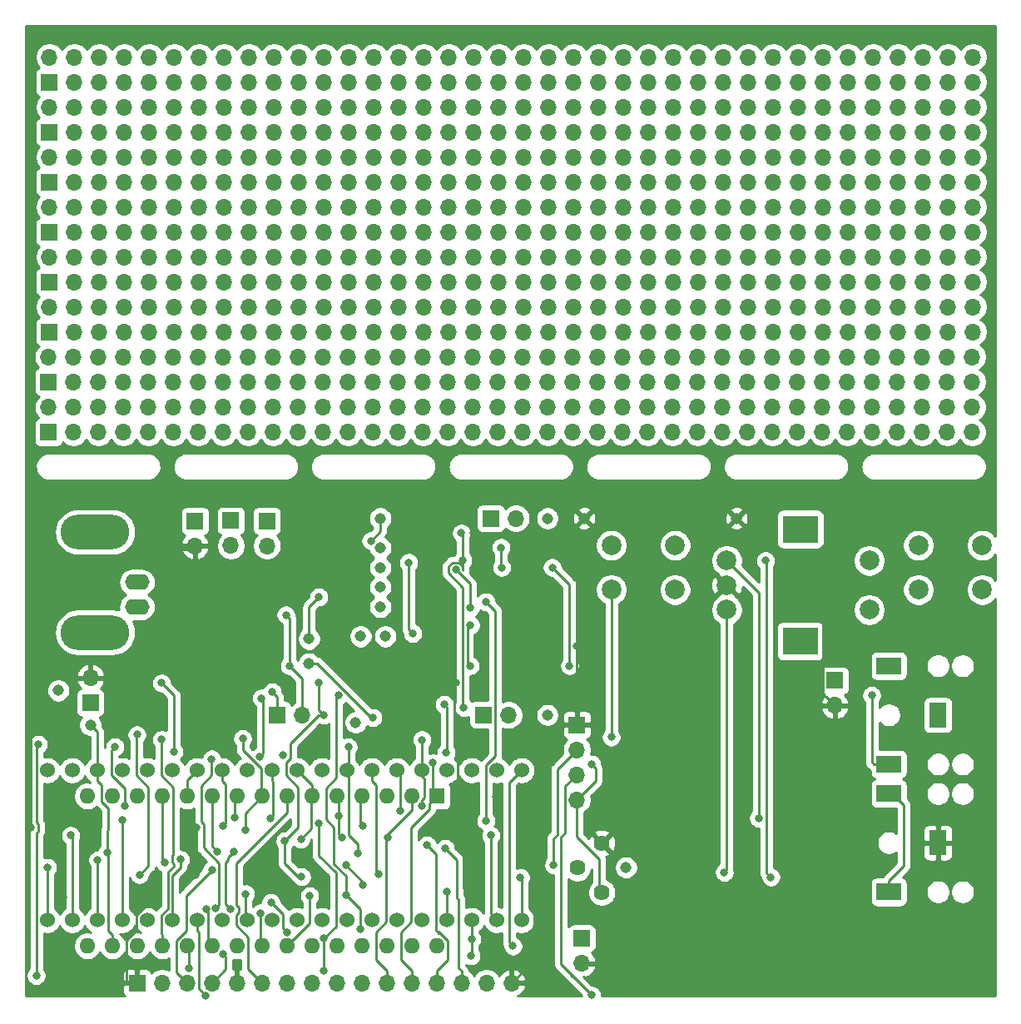
<source format=gbr>
G04 #@! TF.GenerationSoftware,KiCad,Pcbnew,5.1.5+dfsg1-2build2*
G04 #@! TF.CreationDate,2020-07-12T21:20:54-07:00*
G04 #@! TF.ProjectId,muSDRx,6d755344-5278-42e6-9b69-6361645f7063,0.1*
G04 #@! TF.SameCoordinates,Original*
G04 #@! TF.FileFunction,Copper,L2,Bot*
G04 #@! TF.FilePolarity,Positive*
%FSLAX46Y46*%
G04 Gerber Fmt 4.6, Leading zero omitted, Abs format (unit mm)*
G04 Created by KiCad (PCBNEW 5.1.5+dfsg1-2build2) date 2020-07-12 21:20:54*
%MOMM*%
%LPD*%
G04 APERTURE LIST*
%ADD10O,1.700000X1.700000*%
%ADD11R,1.700000X1.700000*%
%ADD12C,1.524000*%
%ADD13R,1.600000X1.600000*%
%ADD14O,1.600000X1.600000*%
%ADD15R,1.800000X2.500000*%
%ADD16R,2.500000X1.800000*%
%ADD17O,7.000240X3.500120*%
%ADD18O,2.499360X1.600200*%
%ADD19C,1.620000*%
%ADD20R,3.600000X2.800000*%
%ADD21C,2.000000*%
%ADD22C,1.143000*%
%ADD23C,0.800000*%
%ADD24C,0.250000*%
%ADD25C,0.254000*%
G04 APERTURE END LIST*
D10*
X147066000Y-53848000D03*
X147066000Y-56388000D03*
X144526000Y-53848000D03*
X144526000Y-56388000D03*
X141986000Y-53848000D03*
X141986000Y-56388000D03*
X139446000Y-53848000D03*
X139446000Y-56388000D03*
X136906000Y-53848000D03*
X136906000Y-56388000D03*
X134366000Y-53848000D03*
X134366000Y-56388000D03*
X131826000Y-53848000D03*
X131826000Y-56388000D03*
X129286000Y-53848000D03*
X129286000Y-56388000D03*
X126746000Y-53848000D03*
X126746000Y-56388000D03*
X124206000Y-53848000D03*
X124206000Y-56388000D03*
X121666000Y-53848000D03*
X121666000Y-56388000D03*
X119126000Y-53848000D03*
X119126000Y-56388000D03*
X116586000Y-53848000D03*
X116586000Y-56388000D03*
X114046000Y-53848000D03*
X114046000Y-56388000D03*
X111506000Y-53848000D03*
X111506000Y-56388000D03*
X108966000Y-53848000D03*
X108966000Y-56388000D03*
X106426000Y-53848000D03*
X106426000Y-56388000D03*
X103886000Y-53848000D03*
X103886000Y-56388000D03*
X101346000Y-53848000D03*
X101346000Y-56388000D03*
X98806000Y-53848000D03*
X98806000Y-56388000D03*
X96266000Y-53848000D03*
X96266000Y-56388000D03*
X93726000Y-53848000D03*
X93726000Y-56388000D03*
X91186000Y-53848000D03*
X91186000Y-56388000D03*
X88646000Y-53848000D03*
X88646000Y-56388000D03*
X86106000Y-53848000D03*
X86106000Y-56388000D03*
X83566000Y-53848000D03*
X83566000Y-56388000D03*
X81026000Y-53848000D03*
X81026000Y-56388000D03*
X78486000Y-53848000D03*
X78486000Y-56388000D03*
X75946000Y-53848000D03*
X75946000Y-56388000D03*
X73406000Y-53848000D03*
X73406000Y-56388000D03*
X70866000Y-53848000D03*
X70866000Y-56388000D03*
X68326000Y-53848000D03*
X68326000Y-56388000D03*
X65786000Y-53848000D03*
X65786000Y-56388000D03*
X63246000Y-53848000D03*
X63246000Y-56388000D03*
X60706000Y-53848000D03*
X60706000Y-56388000D03*
X58166000Y-53848000D03*
X58166000Y-56388000D03*
X55626000Y-53848000D03*
X55626000Y-56388000D03*
X53086000Y-53848000D03*
D11*
X53086000Y-56388000D03*
X53086000Y-61468000D03*
D10*
X53086000Y-58928000D03*
X55626000Y-61468000D03*
X55626000Y-58928000D03*
X58166000Y-61468000D03*
X58166000Y-58928000D03*
X60706000Y-61468000D03*
X60706000Y-58928000D03*
X63246000Y-61468000D03*
X63246000Y-58928000D03*
X65786000Y-61468000D03*
X65786000Y-58928000D03*
X68326000Y-61468000D03*
X68326000Y-58928000D03*
X70866000Y-61468000D03*
X70866000Y-58928000D03*
X73406000Y-61468000D03*
X73406000Y-58928000D03*
X75946000Y-61468000D03*
X75946000Y-58928000D03*
X78486000Y-61468000D03*
X78486000Y-58928000D03*
X81026000Y-61468000D03*
X81026000Y-58928000D03*
X83566000Y-61468000D03*
X83566000Y-58928000D03*
X86106000Y-61468000D03*
X86106000Y-58928000D03*
X88646000Y-61468000D03*
X88646000Y-58928000D03*
X91186000Y-61468000D03*
X91186000Y-58928000D03*
X93726000Y-61468000D03*
X93726000Y-58928000D03*
X96266000Y-61468000D03*
X96266000Y-58928000D03*
X98806000Y-61468000D03*
X98806000Y-58928000D03*
X101346000Y-61468000D03*
X101346000Y-58928000D03*
X103886000Y-61468000D03*
X103886000Y-58928000D03*
X106426000Y-61468000D03*
X106426000Y-58928000D03*
X108966000Y-61468000D03*
X108966000Y-58928000D03*
X111506000Y-61468000D03*
X111506000Y-58928000D03*
X114046000Y-61468000D03*
X114046000Y-58928000D03*
X116586000Y-61468000D03*
X116586000Y-58928000D03*
X119126000Y-61468000D03*
X119126000Y-58928000D03*
X121666000Y-61468000D03*
X121666000Y-58928000D03*
X124206000Y-61468000D03*
X124206000Y-58928000D03*
X126746000Y-61468000D03*
X126746000Y-58928000D03*
X129286000Y-61468000D03*
X129286000Y-58928000D03*
X131826000Y-61468000D03*
X131826000Y-58928000D03*
X134366000Y-61468000D03*
X134366000Y-58928000D03*
X136906000Y-61468000D03*
X136906000Y-58928000D03*
X139446000Y-61468000D03*
X139446000Y-58928000D03*
X141986000Y-61468000D03*
X141986000Y-58928000D03*
X144526000Y-61468000D03*
X144526000Y-58928000D03*
X147066000Y-61468000D03*
X147066000Y-58928000D03*
X147066000Y-64008000D03*
X147066000Y-66548000D03*
X144526000Y-64008000D03*
X144526000Y-66548000D03*
X141986000Y-64008000D03*
X141986000Y-66548000D03*
X139446000Y-64008000D03*
X139446000Y-66548000D03*
X136906000Y-64008000D03*
X136906000Y-66548000D03*
X134366000Y-64008000D03*
X134366000Y-66548000D03*
X131826000Y-64008000D03*
X131826000Y-66548000D03*
X129286000Y-64008000D03*
X129286000Y-66548000D03*
X126746000Y-64008000D03*
X126746000Y-66548000D03*
X124206000Y-64008000D03*
X124206000Y-66548000D03*
X121666000Y-64008000D03*
X121666000Y-66548000D03*
X119126000Y-64008000D03*
X119126000Y-66548000D03*
X116586000Y-64008000D03*
X116586000Y-66548000D03*
X114046000Y-64008000D03*
X114046000Y-66548000D03*
X111506000Y-64008000D03*
X111506000Y-66548000D03*
X108966000Y-64008000D03*
X108966000Y-66548000D03*
X106426000Y-64008000D03*
X106426000Y-66548000D03*
X103886000Y-64008000D03*
X103886000Y-66548000D03*
X101346000Y-64008000D03*
X101346000Y-66548000D03*
X98806000Y-64008000D03*
X98806000Y-66548000D03*
X96266000Y-64008000D03*
X96266000Y-66548000D03*
X93726000Y-64008000D03*
X93726000Y-66548000D03*
X91186000Y-64008000D03*
X91186000Y-66548000D03*
X88646000Y-64008000D03*
X88646000Y-66548000D03*
X86106000Y-64008000D03*
X86106000Y-66548000D03*
X83566000Y-64008000D03*
X83566000Y-66548000D03*
X81026000Y-64008000D03*
X81026000Y-66548000D03*
X78486000Y-64008000D03*
X78486000Y-66548000D03*
X75946000Y-64008000D03*
X75946000Y-66548000D03*
X73406000Y-64008000D03*
X73406000Y-66548000D03*
X70866000Y-64008000D03*
X70866000Y-66548000D03*
X68326000Y-64008000D03*
X68326000Y-66548000D03*
X65786000Y-64008000D03*
X65786000Y-66548000D03*
X63246000Y-64008000D03*
X63246000Y-66548000D03*
X60706000Y-64008000D03*
X60706000Y-66548000D03*
X58166000Y-64008000D03*
X58166000Y-66548000D03*
X55626000Y-64008000D03*
X55626000Y-66548000D03*
X53086000Y-64008000D03*
D11*
X53086000Y-66548000D03*
X53086000Y-71628000D03*
D10*
X53086000Y-69088000D03*
X55626000Y-71628000D03*
X55626000Y-69088000D03*
X58166000Y-71628000D03*
X58166000Y-69088000D03*
X60706000Y-71628000D03*
X60706000Y-69088000D03*
X63246000Y-71628000D03*
X63246000Y-69088000D03*
X65786000Y-71628000D03*
X65786000Y-69088000D03*
X68326000Y-71628000D03*
X68326000Y-69088000D03*
X70866000Y-71628000D03*
X70866000Y-69088000D03*
X73406000Y-71628000D03*
X73406000Y-69088000D03*
X75946000Y-71628000D03*
X75946000Y-69088000D03*
X78486000Y-71628000D03*
X78486000Y-69088000D03*
X81026000Y-71628000D03*
X81026000Y-69088000D03*
X83566000Y-71628000D03*
X83566000Y-69088000D03*
X86106000Y-71628000D03*
X86106000Y-69088000D03*
X88646000Y-71628000D03*
X88646000Y-69088000D03*
X91186000Y-71628000D03*
X91186000Y-69088000D03*
X93726000Y-71628000D03*
X93726000Y-69088000D03*
X96266000Y-71628000D03*
X96266000Y-69088000D03*
X98806000Y-71628000D03*
X98806000Y-69088000D03*
X101346000Y-71628000D03*
X101346000Y-69088000D03*
X103886000Y-71628000D03*
X103886000Y-69088000D03*
X106426000Y-71628000D03*
X106426000Y-69088000D03*
X108966000Y-71628000D03*
X108966000Y-69088000D03*
X111506000Y-71628000D03*
X111506000Y-69088000D03*
X114046000Y-71628000D03*
X114046000Y-69088000D03*
X116586000Y-71628000D03*
X116586000Y-69088000D03*
X119126000Y-71628000D03*
X119126000Y-69088000D03*
X121666000Y-71628000D03*
X121666000Y-69088000D03*
X124206000Y-71628000D03*
X124206000Y-69088000D03*
X126746000Y-71628000D03*
X126746000Y-69088000D03*
X129286000Y-71628000D03*
X129286000Y-69088000D03*
X131826000Y-71628000D03*
X131826000Y-69088000D03*
X134366000Y-71628000D03*
X134366000Y-69088000D03*
X136906000Y-71628000D03*
X136906000Y-69088000D03*
X139446000Y-71628000D03*
X139446000Y-69088000D03*
X141986000Y-71628000D03*
X141986000Y-69088000D03*
X144526000Y-71628000D03*
X144526000Y-69088000D03*
X147066000Y-71628000D03*
X147066000Y-69088000D03*
X147066000Y-74168000D03*
X147066000Y-76708000D03*
X144526000Y-74168000D03*
X144526000Y-76708000D03*
X141986000Y-74168000D03*
X141986000Y-76708000D03*
X139446000Y-74168000D03*
X139446000Y-76708000D03*
X136906000Y-74168000D03*
X136906000Y-76708000D03*
X134366000Y-74168000D03*
X134366000Y-76708000D03*
X131826000Y-74168000D03*
X131826000Y-76708000D03*
X129286000Y-74168000D03*
X129286000Y-76708000D03*
X126746000Y-74168000D03*
X126746000Y-76708000D03*
X124206000Y-74168000D03*
X124206000Y-76708000D03*
X121666000Y-74168000D03*
X121666000Y-76708000D03*
X119126000Y-74168000D03*
X119126000Y-76708000D03*
X116586000Y-74168000D03*
X116586000Y-76708000D03*
X114046000Y-74168000D03*
X114046000Y-76708000D03*
X111506000Y-74168000D03*
X111506000Y-76708000D03*
X108966000Y-74168000D03*
X108966000Y-76708000D03*
X106426000Y-74168000D03*
X106426000Y-76708000D03*
X103886000Y-74168000D03*
X103886000Y-76708000D03*
X101346000Y-74168000D03*
X101346000Y-76708000D03*
X98806000Y-74168000D03*
X98806000Y-76708000D03*
X96266000Y-74168000D03*
X96266000Y-76708000D03*
X93726000Y-74168000D03*
X93726000Y-76708000D03*
X91186000Y-74168000D03*
X91186000Y-76708000D03*
X88646000Y-74168000D03*
X88646000Y-76708000D03*
X86106000Y-74168000D03*
X86106000Y-76708000D03*
X83566000Y-74168000D03*
X83566000Y-76708000D03*
X81026000Y-74168000D03*
X81026000Y-76708000D03*
X78486000Y-74168000D03*
X78486000Y-76708000D03*
X75946000Y-74168000D03*
X75946000Y-76708000D03*
X73406000Y-74168000D03*
X73406000Y-76708000D03*
X70866000Y-74168000D03*
X70866000Y-76708000D03*
X68326000Y-74168000D03*
X68326000Y-76708000D03*
X65786000Y-74168000D03*
X65786000Y-76708000D03*
X63246000Y-74168000D03*
X63246000Y-76708000D03*
X60706000Y-74168000D03*
X60706000Y-76708000D03*
X58166000Y-74168000D03*
X58166000Y-76708000D03*
X55626000Y-74168000D03*
X55626000Y-76708000D03*
X53086000Y-74168000D03*
D11*
X53086000Y-76708000D03*
X53086000Y-81788000D03*
D10*
X53086000Y-79248000D03*
X55626000Y-81788000D03*
X55626000Y-79248000D03*
X58166000Y-81788000D03*
X58166000Y-79248000D03*
X60706000Y-81788000D03*
X60706000Y-79248000D03*
X63246000Y-81788000D03*
X63246000Y-79248000D03*
X65786000Y-81788000D03*
X65786000Y-79248000D03*
X68326000Y-81788000D03*
X68326000Y-79248000D03*
X70866000Y-81788000D03*
X70866000Y-79248000D03*
X73406000Y-81788000D03*
X73406000Y-79248000D03*
X75946000Y-81788000D03*
X75946000Y-79248000D03*
X78486000Y-81788000D03*
X78486000Y-79248000D03*
X81026000Y-81788000D03*
X81026000Y-79248000D03*
X83566000Y-81788000D03*
X83566000Y-79248000D03*
X86106000Y-81788000D03*
X86106000Y-79248000D03*
X88646000Y-81788000D03*
X88646000Y-79248000D03*
X91186000Y-81788000D03*
X91186000Y-79248000D03*
X93726000Y-81788000D03*
X93726000Y-79248000D03*
X96266000Y-81788000D03*
X96266000Y-79248000D03*
X98806000Y-81788000D03*
X98806000Y-79248000D03*
X101346000Y-81788000D03*
X101346000Y-79248000D03*
X103886000Y-81788000D03*
X103886000Y-79248000D03*
X106426000Y-81788000D03*
X106426000Y-79248000D03*
X108966000Y-81788000D03*
X108966000Y-79248000D03*
X111506000Y-81788000D03*
X111506000Y-79248000D03*
X114046000Y-81788000D03*
X114046000Y-79248000D03*
X116586000Y-81788000D03*
X116586000Y-79248000D03*
X119126000Y-81788000D03*
X119126000Y-79248000D03*
X121666000Y-81788000D03*
X121666000Y-79248000D03*
X124206000Y-81788000D03*
X124206000Y-79248000D03*
X126746000Y-81788000D03*
X126746000Y-79248000D03*
X129286000Y-81788000D03*
X129286000Y-79248000D03*
X131826000Y-81788000D03*
X131826000Y-79248000D03*
X134366000Y-81788000D03*
X134366000Y-79248000D03*
X136906000Y-81788000D03*
X136906000Y-79248000D03*
X139446000Y-81788000D03*
X139446000Y-79248000D03*
X141986000Y-81788000D03*
X141986000Y-79248000D03*
X144526000Y-81788000D03*
X144526000Y-79248000D03*
X147066000Y-81788000D03*
X147066000Y-79248000D03*
X146980000Y-84328000D03*
X146980000Y-86868000D03*
X144440000Y-84328000D03*
X144440000Y-86868000D03*
X141900000Y-84328000D03*
X141900000Y-86868000D03*
X139360000Y-84328000D03*
X139360000Y-86868000D03*
X136820000Y-84328000D03*
X136820000Y-86868000D03*
X134280000Y-84328000D03*
X134280000Y-86868000D03*
X131740000Y-84328000D03*
X131740000Y-86868000D03*
X129200000Y-84328000D03*
X129200000Y-86868000D03*
X126660000Y-84328000D03*
X126660000Y-86868000D03*
X124120000Y-84328000D03*
X124120000Y-86868000D03*
X121580000Y-84328000D03*
X121580000Y-86868000D03*
X119040000Y-84328000D03*
X119040000Y-86868000D03*
X116500000Y-84328000D03*
X116500000Y-86868000D03*
X113960000Y-84328000D03*
X113960000Y-86868000D03*
X111420000Y-84328000D03*
X111420000Y-86868000D03*
X108880000Y-84328000D03*
X108880000Y-86868000D03*
X106340000Y-84328000D03*
X106340000Y-86868000D03*
X103800000Y-84328000D03*
X103800000Y-86868000D03*
X101260000Y-84328000D03*
X101260000Y-86868000D03*
X98720000Y-84328000D03*
X98720000Y-86868000D03*
X96180000Y-84328000D03*
X96180000Y-86868000D03*
X93640000Y-84328000D03*
X93640000Y-86868000D03*
X91100000Y-84328000D03*
X91100000Y-86868000D03*
X88560000Y-84328000D03*
X88560000Y-86868000D03*
X86020000Y-84328000D03*
X86020000Y-86868000D03*
X83480000Y-84328000D03*
X83480000Y-86868000D03*
X80940000Y-84328000D03*
X80940000Y-86868000D03*
X78400000Y-84328000D03*
X78400000Y-86868000D03*
X75860000Y-84328000D03*
X75860000Y-86868000D03*
X73320000Y-84328000D03*
X73320000Y-86868000D03*
X70780000Y-84328000D03*
X70780000Y-86868000D03*
X68240000Y-84328000D03*
X68240000Y-86868000D03*
X65700000Y-84328000D03*
X65700000Y-86868000D03*
X63160000Y-84328000D03*
X63160000Y-86868000D03*
X60620000Y-84328000D03*
X60620000Y-86868000D03*
X58080000Y-84328000D03*
X58080000Y-86868000D03*
X55540000Y-84328000D03*
X55540000Y-86868000D03*
X53000000Y-84328000D03*
D11*
X53000000Y-86868000D03*
X53000000Y-92000000D03*
D10*
X53000000Y-89460000D03*
X55540000Y-92000000D03*
X55540000Y-89460000D03*
X58080000Y-92000000D03*
X58080000Y-89460000D03*
X60620000Y-92000000D03*
X60620000Y-89460000D03*
X63160000Y-92000000D03*
X63160000Y-89460000D03*
X65700000Y-92000000D03*
X65700000Y-89460000D03*
X68240000Y-92000000D03*
X68240000Y-89460000D03*
X70780000Y-92000000D03*
X70780000Y-89460000D03*
X73320000Y-92000000D03*
X73320000Y-89460000D03*
X75860000Y-92000000D03*
X75860000Y-89460000D03*
X78400000Y-92000000D03*
X78400000Y-89460000D03*
X80940000Y-92000000D03*
X80940000Y-89460000D03*
X83480000Y-92000000D03*
X83480000Y-89460000D03*
X86020000Y-92000000D03*
X86020000Y-89460000D03*
X88560000Y-92000000D03*
X88560000Y-89460000D03*
X91100000Y-92000000D03*
X91100000Y-89460000D03*
X93640000Y-92000000D03*
X93640000Y-89460000D03*
X96180000Y-92000000D03*
X96180000Y-89460000D03*
X98720000Y-92000000D03*
X98720000Y-89460000D03*
X101260000Y-92000000D03*
X101260000Y-89460000D03*
X103800000Y-92000000D03*
X103800000Y-89460000D03*
X106340000Y-92000000D03*
X106340000Y-89460000D03*
X108880000Y-92000000D03*
X108880000Y-89460000D03*
X111420000Y-92000000D03*
X111420000Y-89460000D03*
X113960000Y-92000000D03*
X113960000Y-89460000D03*
X116500000Y-92000000D03*
X116500000Y-89460000D03*
X119040000Y-92000000D03*
X119040000Y-89460000D03*
X121580000Y-92000000D03*
X121580000Y-89460000D03*
X124120000Y-92000000D03*
X124120000Y-89460000D03*
X126660000Y-92000000D03*
X126660000Y-89460000D03*
X129200000Y-92000000D03*
X129200000Y-89460000D03*
X131740000Y-92000000D03*
X131740000Y-89460000D03*
X134280000Y-92000000D03*
X134280000Y-89460000D03*
X136820000Y-92000000D03*
X136820000Y-89460000D03*
X139360000Y-92000000D03*
X139360000Y-89460000D03*
X141900000Y-92000000D03*
X141900000Y-89460000D03*
X144440000Y-92000000D03*
X144440000Y-89460000D03*
X146980000Y-92000000D03*
X146980000Y-89460000D03*
D12*
X96050000Y-141620000D03*
X52870000Y-126380000D03*
X55410000Y-126380000D03*
X57950000Y-126380000D03*
X60490000Y-126380000D03*
X63030000Y-126380000D03*
X65570000Y-126380000D03*
X68110000Y-126380000D03*
X70650000Y-126380000D03*
X73190000Y-126380000D03*
X75730000Y-126380000D03*
X78270000Y-126380000D03*
X80810000Y-126380000D03*
X83350000Y-126380000D03*
X85890000Y-126380000D03*
X88430000Y-126380000D03*
X90970000Y-126380000D03*
X93510000Y-126380000D03*
X96050000Y-126380000D03*
X98590000Y-126380000D03*
X101130000Y-126380000D03*
X101130000Y-141620000D03*
X98590000Y-141620000D03*
X93510000Y-141620000D03*
X90970000Y-141620000D03*
X88430000Y-141620000D03*
X85890000Y-141620000D03*
X83350000Y-141620000D03*
X80810000Y-141620000D03*
X78270000Y-141620000D03*
X75730000Y-141620000D03*
X73190000Y-141620000D03*
X70650000Y-141620000D03*
X68110000Y-141620000D03*
X65570000Y-141620000D03*
X63030000Y-141620000D03*
X60490000Y-141620000D03*
X57950000Y-141620000D03*
X55410000Y-141620000D03*
X52870000Y-141620000D03*
D13*
X92500000Y-129000000D03*
D14*
X59480000Y-144240000D03*
X89960000Y-129000000D03*
X62020000Y-144240000D03*
X87420000Y-129000000D03*
X64560000Y-144240000D03*
X84880000Y-129000000D03*
X67100000Y-144240000D03*
X82340000Y-129000000D03*
X69640000Y-144240000D03*
X79800000Y-129000000D03*
X72180000Y-144240000D03*
X77260000Y-129000000D03*
X74720000Y-144240000D03*
X74720000Y-129000000D03*
X77260000Y-144240000D03*
X72180000Y-129000000D03*
X79800000Y-144240000D03*
X69640000Y-129000000D03*
X82340000Y-144240000D03*
X67100000Y-129000000D03*
X84880000Y-144240000D03*
X64560000Y-129000000D03*
X87420000Y-144240000D03*
X62020000Y-129000000D03*
X89960000Y-144240000D03*
X59480000Y-129000000D03*
X92500000Y-144240000D03*
X56940000Y-129000000D03*
X56940000Y-144240000D03*
D11*
X97250000Y-120750000D03*
D10*
X99790000Y-120750000D03*
X100540000Y-100750000D03*
D11*
X98000000Y-100750000D03*
D15*
X143500000Y-120750000D03*
D16*
X138500000Y-115750000D03*
X138500000Y-125750000D03*
X138500000Y-138750000D03*
X138500000Y-128750000D03*
D15*
X143500000Y-133750000D03*
D10*
X78790000Y-120750000D03*
D11*
X76250000Y-120750000D03*
X57250000Y-119500000D03*
D10*
X57250000Y-116960000D03*
D11*
X67910000Y-101000000D03*
D10*
X67910000Y-103540000D03*
D11*
X75220000Y-101000000D03*
D10*
X75220000Y-103540000D03*
D11*
X107250000Y-143460000D03*
D10*
X107250000Y-146000000D03*
X71550000Y-103530000D03*
D11*
X71550000Y-100990000D03*
X106750000Y-121750000D03*
D10*
X106750000Y-124290000D03*
X106750000Y-126830000D03*
X106750000Y-129370000D03*
X133000000Y-119790000D03*
D11*
X133000000Y-117250000D03*
D17*
X57736600Y-112347780D03*
X57736600Y-102149680D03*
D18*
X62001260Y-107250000D03*
X62001260Y-109749360D03*
D19*
X109300000Y-133800000D03*
X106800000Y-136300000D03*
X109300000Y-138800000D03*
D20*
X129500000Y-113250000D03*
X129500000Y-101850000D03*
D21*
X136500000Y-110050000D03*
X136500000Y-105050000D03*
X122000000Y-110050000D03*
X122000000Y-107550000D03*
X122000000Y-105050000D03*
D22*
X79500000Y-115500000D03*
X79500000Y-113000000D03*
X84750000Y-112750000D03*
X87250000Y-112750000D03*
X86750000Y-100750000D03*
X86750000Y-103750000D03*
X86750000Y-109750000D03*
X86750000Y-107750000D03*
X86750000Y-105750000D03*
X123000000Y-100750000D03*
X107500000Y-100750000D03*
X84250000Y-121500000D03*
X103750000Y-120750000D03*
X103750000Y-100750000D03*
X111750000Y-136250000D03*
X57250000Y-121750000D03*
X54000000Y-118250000D03*
D11*
X62000000Y-148000000D03*
D10*
X64540000Y-148000000D03*
X67080000Y-148000000D03*
X69620000Y-148000000D03*
X72160000Y-148000000D03*
X74700000Y-148000000D03*
X77240000Y-148000000D03*
X79780000Y-148000000D03*
X82320000Y-148000000D03*
X84860000Y-148000000D03*
X87400000Y-148000000D03*
X89940000Y-148000000D03*
X92480000Y-148000000D03*
X95020000Y-148000000D03*
X97560000Y-148000000D03*
X100100000Y-148000000D03*
D21*
X148000000Y-108000000D03*
X148000000Y-103500000D03*
X141500000Y-108000000D03*
X141500000Y-103500000D03*
X110250000Y-103500000D03*
X110250000Y-108000000D03*
X116750000Y-103500000D03*
X116750000Y-108000000D03*
D23*
X100250000Y-144250000D03*
X64500000Y-117500000D03*
X65750000Y-124500000D03*
X98000000Y-133000000D03*
X84985882Y-132029447D03*
X60750000Y-130000000D03*
X59750000Y-124000000D03*
X83250000Y-136000000D03*
X85000000Y-138000000D03*
X126500000Y-137250000D03*
X125950000Y-105050000D03*
X64840849Y-135793338D03*
X52879998Y-136250000D03*
X77500000Y-115750000D03*
X77248710Y-142840026D03*
X75623200Y-139807989D03*
X51750000Y-147250000D03*
X108250000Y-125750000D03*
X93440449Y-124567998D03*
X93253248Y-119674989D03*
X77147096Y-110577585D03*
X51945010Y-123750000D03*
X96050000Y-143550000D03*
X96000000Y-145250000D03*
X58000000Y-135500000D03*
X121750000Y-136750000D03*
X70159689Y-134611732D03*
X125250000Y-131250000D03*
X71963334Y-131213334D03*
X60535038Y-131450012D03*
X82524992Y-118736848D03*
X84750000Y-142500000D03*
X79561301Y-139149991D03*
X83274435Y-139049755D03*
X55250000Y-133000000D03*
X73000000Y-132431991D03*
X72750000Y-123150030D03*
X74579001Y-140891817D03*
X70752437Y-145090009D03*
X70012048Y-140416643D03*
X74650003Y-119040636D03*
X69589855Y-125225010D03*
X76847332Y-124863250D03*
X74460000Y-125015918D03*
X93500000Y-138725010D03*
X71500000Y-140500000D03*
X110250000Y-123000000D03*
X83500000Y-124000000D03*
X71877667Y-134611732D03*
X84427811Y-134829489D03*
X93378485Y-134325011D03*
X78669877Y-133399969D03*
X69017966Y-140525381D03*
X86617989Y-136950067D03*
X91517146Y-133992466D03*
X75537119Y-131294324D03*
X82500000Y-131000000D03*
X82873072Y-133199955D03*
X97500000Y-109250000D03*
X80500000Y-131750000D03*
X81000000Y-143500000D03*
X81000000Y-146750004D03*
X67250000Y-146500000D03*
X97489757Y-131514990D03*
X64500000Y-123250000D03*
X62250000Y-137000000D03*
X62000000Y-122750000D03*
X75750000Y-118399978D03*
X95150002Y-105000000D03*
X95000000Y-102250000D03*
X86000000Y-121000000D03*
X95250000Y-120000000D03*
X70750000Y-132000000D03*
X87500000Y-133250000D03*
X80500000Y-117500000D03*
X59000000Y-134750000D03*
X78750000Y-137200014D03*
X80975127Y-120750000D03*
X77038784Y-133569540D03*
X101000000Y-137274990D03*
X92103610Y-125625030D03*
X124000000Y-132250000D03*
X63834990Y-139750000D03*
X95000000Y-134000000D03*
X87250000Y-122750000D03*
X87500000Y-118250000D03*
X94424992Y-117500000D03*
X106750000Y-113750000D03*
X90750000Y-110250000D03*
X90750000Y-104250000D03*
X81750000Y-110000000D03*
X83000000Y-111250000D03*
X83250000Y-115250000D03*
X81450136Y-114347902D03*
X71750000Y-113000000D03*
X72525000Y-117225000D03*
X92000000Y-107000000D03*
X96250000Y-102250000D03*
X119750000Y-105000000D03*
X119750000Y-100750000D03*
X124000000Y-109750000D03*
X131500000Y-109500000D03*
X93074266Y-111175734D03*
X67980000Y-136999998D03*
X68060000Y-132190000D03*
X51220000Y-132220000D03*
X51060000Y-114710000D03*
X115200000Y-136100000D03*
X115200000Y-136100000D03*
X62400000Y-103900000D03*
X59100000Y-106300000D03*
X53300000Y-131100000D03*
X54500000Y-139300000D03*
X56500000Y-139300000D03*
X56500000Y-134500000D03*
X96200000Y-118900000D03*
X80300000Y-122700000D03*
X64030000Y-136900000D03*
X53370000Y-132140000D03*
X98500000Y-129100000D03*
X94600001Y-130199999D03*
X102000000Y-129000000D03*
X95900000Y-128300000D03*
X74280000Y-137220000D03*
X115000000Y-133800000D03*
X102000000Y-133900000D03*
X106900000Y-138800000D03*
X103200000Y-138900000D03*
X95600000Y-138700000D03*
X85780178Y-103030000D03*
X89649998Y-105250000D03*
X90037653Y-112462347D03*
X99037654Y-103712348D03*
X99100002Y-105750000D03*
X136750000Y-118750000D03*
X104250000Y-105750000D03*
X106000000Y-115750000D03*
X108250000Y-149250000D03*
X68975700Y-149298993D03*
X66420000Y-135440000D03*
X104389989Y-136029440D03*
X88791878Y-130522200D03*
X91000000Y-130000000D03*
X90987340Y-123274990D03*
X95875012Y-115750000D03*
X95935015Y-111624995D03*
X95875004Y-109875011D03*
X94424992Y-105980592D03*
X73047235Y-138937499D03*
X69619548Y-136511763D03*
X80500000Y-108750000D03*
D24*
X100368001Y-127141999D02*
X101130000Y-126380000D01*
X99850001Y-127659999D02*
X100368001Y-127141999D01*
X99850001Y-143850001D02*
X99850001Y-127659999D01*
X100250000Y-144250000D02*
X99850001Y-143850001D01*
X65750000Y-118750000D02*
X65750000Y-124500000D01*
X64500000Y-117500000D02*
X65750000Y-118750000D01*
X98590000Y-141620000D02*
X98620000Y-141620000D01*
X98000000Y-141000000D02*
X98000000Y-133000000D01*
X98620000Y-141620000D02*
X98000000Y-141000000D01*
X84750000Y-131793565D02*
X84985882Y-132029447D01*
X84750000Y-129130000D02*
X84750000Y-131793565D01*
X84880000Y-129000000D02*
X84750000Y-129130000D01*
X59402999Y-124347001D02*
X59750000Y-124000000D01*
X60750000Y-128248762D02*
X59402999Y-126901761D01*
X59402999Y-126901761D02*
X59402999Y-124347001D01*
X60750000Y-130000000D02*
X60750000Y-128248762D01*
X85000000Y-137750000D02*
X85000000Y-138000000D01*
X83250000Y-136000000D02*
X85000000Y-137750000D01*
X126500000Y-137250000D02*
X126000000Y-136750000D01*
X126000000Y-105100000D02*
X125950000Y-105050000D01*
X126000000Y-136750000D02*
X126000000Y-105100000D01*
X64560000Y-129000000D02*
X64560000Y-135512489D01*
X64560000Y-135512489D02*
X64840849Y-135793338D01*
X52870000Y-136259998D02*
X52879998Y-136250000D01*
X52870000Y-141620000D02*
X52870000Y-136259998D01*
X78790000Y-117040000D02*
X77500000Y-115750000D01*
X78790000Y-120750000D02*
X78790000Y-117040000D01*
X76817001Y-141001790D02*
X75623200Y-139807989D01*
X76817001Y-142408317D02*
X76817001Y-141001790D01*
X77248710Y-142840026D02*
X76817001Y-142408317D01*
X106250000Y-129870000D02*
X106750000Y-129370000D01*
X107599999Y-128520001D02*
X106750000Y-129370000D01*
X108649999Y-127470001D02*
X107599999Y-128520001D01*
X108649999Y-126149999D02*
X108649999Y-127470001D01*
X108250000Y-125750000D02*
X108649999Y-126149999D01*
X93500000Y-119921741D02*
X93253248Y-119674989D01*
X93440449Y-124567998D02*
X93500000Y-124508447D01*
X93500000Y-124508447D02*
X93500000Y-119921741D01*
X77500000Y-115750000D02*
X77500000Y-110930489D01*
X77500000Y-110930489D02*
X77147096Y-110577585D01*
X51750000Y-147250000D02*
X51750000Y-132763002D01*
X51945001Y-132568001D02*
X51945001Y-131871999D01*
X51750000Y-132763002D02*
X51945001Y-132568001D01*
X51945001Y-131871999D02*
X51750000Y-131676998D01*
X51750000Y-123945010D02*
X51945010Y-123750000D01*
X51750000Y-131676998D02*
X51750000Y-123945010D01*
X96050000Y-141620000D02*
X96050000Y-143550000D01*
X96050000Y-145200000D02*
X96000000Y-145250000D01*
X96050000Y-143550000D02*
X96050000Y-145200000D01*
X109000000Y-137554488D02*
X109000000Y-138700000D01*
X109000000Y-135379802D02*
X109000000Y-137554488D01*
X106750000Y-133129802D02*
X109000000Y-135379802D01*
X106750000Y-129370000D02*
X106750000Y-133129802D01*
X67100000Y-129000000D02*
X67100000Y-127390000D01*
X67100000Y-127390000D02*
X68110000Y-126380000D01*
X58000000Y-141570000D02*
X57950000Y-141620000D01*
X58000000Y-135500000D02*
X58000000Y-141570000D01*
X122000000Y-136500000D02*
X121750000Y-136750000D01*
X122000000Y-110050000D02*
X122000000Y-136500000D01*
X69640000Y-134092043D02*
X70159689Y-134611732D01*
X69640000Y-129000000D02*
X69640000Y-134092043D01*
X125250000Y-108300000D02*
X125250000Y-131250000D01*
X122000000Y-105050000D02*
X125250000Y-108300000D01*
X72180000Y-129000000D02*
X71963334Y-129216666D01*
X71963334Y-129216666D02*
X71963334Y-131213334D01*
X60490000Y-131495050D02*
X60535038Y-131450012D01*
X60490000Y-141620000D02*
X60490000Y-131495050D01*
X77260000Y-144240000D02*
X77260000Y-144238762D01*
X77260000Y-144238762D02*
X79561301Y-141937461D01*
X79561301Y-141937461D02*
X79561301Y-139149991D01*
X84750000Y-140525320D02*
X83274435Y-139049755D01*
X84750000Y-142500000D02*
X84750000Y-140525320D01*
X82262999Y-127149410D02*
X81214999Y-128197410D01*
X82034401Y-135908589D02*
X83274435Y-137148623D01*
X81214999Y-128197410D02*
X81214999Y-131391997D01*
X81214999Y-131391997D02*
X82034401Y-132211399D01*
X82524992Y-118736848D02*
X82262999Y-118998841D01*
X82034401Y-132211399D02*
X82034401Y-135908589D01*
X82262999Y-118998841D02*
X82262999Y-127149410D01*
X83274435Y-137148623D02*
X83274435Y-139049755D01*
X55410000Y-133160000D02*
X55250000Y-133000000D01*
X55410000Y-141620000D02*
X55410000Y-133160000D01*
X74720000Y-129000000D02*
X73000000Y-130720000D01*
X73000000Y-130720000D02*
X73000000Y-132431991D01*
X74720000Y-129000000D02*
X74642999Y-128922999D01*
X74642999Y-126224237D02*
X72750000Y-124331238D01*
X74642999Y-128922999D02*
X74642999Y-126224237D01*
X72750000Y-124331238D02*
X72750000Y-123150030D01*
X74579001Y-144099001D02*
X74720000Y-144240000D01*
X74579001Y-140891817D02*
X74579001Y-144099001D01*
X69620000Y-148000000D02*
X71027429Y-146592571D01*
X71027429Y-145365001D02*
X70752437Y-145090009D01*
X71027429Y-146592571D02*
X71027429Y-145365001D01*
X74650003Y-119040636D02*
X74739247Y-119040636D01*
X74788233Y-124687685D02*
X74460000Y-125015918D01*
X74788233Y-119089622D02*
X74788233Y-124687685D01*
X74739247Y-119040636D02*
X74788233Y-119089622D01*
X93510000Y-141620000D02*
X93510000Y-138735010D01*
X93510000Y-138735010D02*
X93500000Y-138725010D01*
X70012048Y-140416643D02*
X70344549Y-140084142D01*
X70344549Y-140084142D02*
X70344549Y-135829762D01*
X70344549Y-135829762D02*
X68785002Y-134270215D01*
X68785002Y-134270215D02*
X68785002Y-131841998D01*
X68514999Y-131571995D02*
X68514999Y-127949761D01*
X68514999Y-127949761D02*
X69562999Y-126901761D01*
X69562999Y-126901761D02*
X69562999Y-125251866D01*
X68785002Y-131841998D02*
X68514999Y-131571995D01*
X69562999Y-125251866D02*
X69589855Y-125225010D01*
X65570000Y-126380000D02*
X65570000Y-126320000D01*
X77260000Y-130644447D02*
X77260000Y-129000000D01*
X72377999Y-140823239D02*
X72377999Y-140304995D01*
X73305001Y-143343763D02*
X72102999Y-142141761D01*
X72102999Y-135801448D02*
X77260000Y-130644447D01*
X72102999Y-142141761D02*
X72102999Y-141098239D01*
X72102999Y-141098239D02*
X72377999Y-140823239D01*
X73305001Y-146605001D02*
X73305001Y-143343763D01*
X72377999Y-140304995D02*
X72102999Y-140029995D01*
X74700000Y-148000000D02*
X73305001Y-146605001D01*
X72102999Y-140029995D02*
X72102999Y-135801448D01*
X83500000Y-126230000D02*
X83350000Y-126380000D01*
X83500000Y-124000000D02*
X83500000Y-126230000D01*
X83350000Y-126380000D02*
X83571262Y-126601262D01*
X71250000Y-135500000D02*
X71250000Y-135239399D01*
X83571262Y-126601262D02*
X83571262Y-132994630D01*
X84427811Y-133851179D02*
X84427811Y-134829489D01*
X71250000Y-135239399D02*
X71877667Y-134611732D01*
X71024999Y-140024999D02*
X71024999Y-135725001D01*
X71500000Y-140500000D02*
X71024999Y-140024999D01*
X83571262Y-132994630D02*
X84427811Y-133851179D01*
X71024999Y-135725001D02*
X71250000Y-135500000D01*
X110250000Y-111000000D02*
X110250000Y-123000000D01*
X110250000Y-111000000D02*
X110250000Y-108000000D01*
X79800000Y-127910000D02*
X78270000Y-126380000D01*
X79800000Y-129000000D02*
X79800000Y-127910000D01*
X94750000Y-139573002D02*
X94524999Y-139348001D01*
X95020000Y-148000000D02*
X95020000Y-146797919D01*
X94524999Y-135471525D02*
X93378485Y-134325011D01*
X94750000Y-146527919D02*
X94750000Y-139573002D01*
X94524999Y-139348001D02*
X94524999Y-135471525D01*
X95020000Y-146797919D02*
X94750000Y-146527919D01*
X79750000Y-132319846D02*
X78669877Y-133399969D01*
X79800000Y-129000000D02*
X79750000Y-129050000D01*
X79750000Y-129050000D02*
X79750000Y-132319846D01*
X69250000Y-143850000D02*
X69250000Y-140757415D01*
X69640000Y-144240000D02*
X69250000Y-143850000D01*
X69250000Y-140757415D02*
X69017966Y-140525381D01*
X85890000Y-127457630D02*
X86294999Y-127862629D01*
X86294999Y-136627077D02*
X86617989Y-136950067D01*
X85890000Y-126380000D02*
X85890000Y-127457630D01*
X86294999Y-127862629D02*
X86294999Y-136627077D01*
X93625001Y-145652918D02*
X93625001Y-143699999D01*
X92480000Y-146797919D02*
X93625001Y-145652918D01*
X92480000Y-148000000D02*
X92480000Y-146797919D01*
X93625001Y-143699999D02*
X92837501Y-142912499D01*
X92837501Y-142912499D02*
X92675002Y-142750000D01*
X92837501Y-142912499D02*
X92683499Y-142912499D01*
X92683499Y-142912499D02*
X92422999Y-142651999D01*
X92422999Y-142651999D02*
X92422999Y-134898319D01*
X92422999Y-134898319D02*
X91517146Y-133992466D01*
X82340000Y-129000000D02*
X82500000Y-129160000D01*
X75845001Y-127572631D02*
X75845001Y-130986442D01*
X75730000Y-127457630D02*
X75845001Y-127572631D01*
X75730000Y-126380000D02*
X75730000Y-127457630D01*
X75845001Y-130986442D02*
X75537119Y-131294324D01*
X82500000Y-129160000D02*
X82500000Y-131000000D01*
X82500000Y-132826883D02*
X82873072Y-133199955D01*
X82500000Y-131000000D02*
X82500000Y-132826883D01*
X81000000Y-143500000D02*
X81000000Y-146750004D01*
X67250000Y-144390000D02*
X67100000Y-144240000D01*
X67250000Y-146500000D02*
X67250000Y-144390000D01*
X80500000Y-135073002D02*
X82225001Y-136798003D01*
X82225001Y-136798003D02*
X82225001Y-142274999D01*
X80500000Y-131750000D02*
X80500000Y-135073002D01*
X82225001Y-142274999D02*
X81000000Y-143500000D01*
X97500000Y-109250000D02*
X98425001Y-110175001D01*
X97500000Y-131504747D02*
X97489757Y-131514990D01*
X97500000Y-125861238D02*
X97500000Y-131504747D01*
X98425001Y-124936237D02*
X97500000Y-125861238D01*
X98425001Y-110175001D02*
X98425001Y-124936237D01*
X64482999Y-143031629D02*
X64482999Y-141098239D01*
X65685001Y-128103763D02*
X64482999Y-126901761D01*
X64482999Y-141098239D02*
X65119989Y-140461249D01*
X65757202Y-135950206D02*
X65564998Y-135758002D01*
X65119989Y-136743600D02*
X65757202Y-136106387D01*
X65564998Y-135758002D02*
X65564998Y-135061998D01*
X65757202Y-136106387D02*
X65757202Y-135950206D01*
X64482999Y-126901761D02*
X64482999Y-123267001D01*
X65119989Y-140461249D02*
X65119989Y-136743600D01*
X65564998Y-135061998D02*
X65685001Y-134941995D01*
X64482999Y-123267001D02*
X64500000Y-123250000D01*
X65685001Y-134941995D02*
X65685001Y-128103763D01*
X64560000Y-143108630D02*
X64482999Y-143031629D01*
X64560000Y-144240000D02*
X64560000Y-143108630D01*
X61942999Y-122807001D02*
X62000000Y-122750000D01*
X61942999Y-126901761D02*
X61942999Y-122807001D01*
X63145001Y-128103763D02*
X61942999Y-126901761D01*
X63145001Y-136104999D02*
X63145001Y-128103763D01*
X62250000Y-137000000D02*
X63145001Y-136104999D01*
X76250000Y-118899978D02*
X75750000Y-118399978D01*
X76250000Y-120750000D02*
X76250000Y-118899978D01*
X95150002Y-102400002D02*
X95000000Y-102250000D01*
X95150002Y-105000000D02*
X95150002Y-102400002D01*
X85816286Y-121000000D02*
X86000000Y-121000000D01*
X80316286Y-115500000D02*
X85816286Y-121000000D01*
X79500000Y-115500000D02*
X80316286Y-115500000D01*
X95150002Y-107778604D02*
X95150002Y-119900002D01*
X95149993Y-106069183D02*
X95149993Y-105632591D01*
X94076991Y-105255591D02*
X93699991Y-105632591D01*
X94772993Y-105255591D02*
X94076991Y-105255591D01*
X93699991Y-106328593D02*
X95150002Y-107778604D01*
X95150002Y-105000000D02*
X95150002Y-106069192D01*
X93699991Y-105632591D02*
X93699991Y-106328593D01*
X95150002Y-106069192D02*
X95149993Y-106069183D01*
X95150002Y-119900002D02*
X95250000Y-120000000D01*
X95149993Y-105632591D02*
X94772993Y-105255591D01*
X70650000Y-127457630D02*
X71000000Y-127807630D01*
X70650000Y-126380000D02*
X70650000Y-127457630D01*
X71000000Y-131750000D02*
X70750000Y-132000000D01*
X71000000Y-127807630D02*
X71000000Y-131750000D01*
X87342999Y-133044081D02*
X89960000Y-130427080D01*
X89960000Y-130427080D02*
X89960000Y-129000000D01*
X87400000Y-148000000D02*
X87400000Y-146797919D01*
X87400000Y-146797919D02*
X86294999Y-145692918D01*
X86294999Y-142823763D02*
X87342999Y-141775763D01*
X87342999Y-141775763D02*
X87342999Y-133044081D01*
X86294999Y-145692918D02*
X86294999Y-142823763D01*
X57950000Y-127457630D02*
X57950000Y-126380000D01*
X58354999Y-127862629D02*
X57950000Y-127457630D01*
X58354999Y-129540001D02*
X58354999Y-127862629D01*
X59037001Y-130222003D02*
X58354999Y-129540001D01*
X59480000Y-143108630D02*
X59037001Y-142665631D01*
X59480000Y-144240000D02*
X59480000Y-143108630D01*
X57950000Y-122450000D02*
X57250000Y-121750000D01*
X57950000Y-126380000D02*
X57950000Y-122450000D01*
X59037001Y-134787001D02*
X59000000Y-134750000D01*
X59037001Y-134962999D02*
X59037001Y-134787001D01*
X59000000Y-134750000D02*
X59037001Y-130222003D01*
X59037001Y-134962999D02*
X59000000Y-134750000D01*
X59037001Y-142665631D02*
X59037001Y-134962999D01*
X80500000Y-117500000D02*
X80500000Y-120274873D01*
X80500000Y-120274873D02*
X80975127Y-120750000D01*
X80975127Y-120750000D02*
X80500000Y-120750000D01*
X77572333Y-125211251D02*
X77182999Y-125600585D01*
X78385001Y-132223323D02*
X77038784Y-133569540D01*
X77038784Y-135861786D02*
X77038784Y-133569540D01*
X78750000Y-137200014D02*
X78377012Y-137200014D01*
X77182999Y-126901761D02*
X78385001Y-128103763D01*
X77572333Y-123677667D02*
X77572333Y-125211251D01*
X78385001Y-128103763D02*
X78385001Y-132223323D01*
X78377012Y-137200014D02*
X77038784Y-135861786D01*
X80500000Y-120750000D02*
X77572333Y-123677667D01*
X77182999Y-125600585D02*
X77182999Y-126901761D01*
X101130000Y-141620000D02*
X101130000Y-137404990D01*
X101130000Y-137404990D02*
X101000000Y-137274990D01*
X91725001Y-129774999D02*
X92500000Y-129000000D01*
X89882999Y-132190003D02*
X91725001Y-130348001D01*
X89882999Y-141775763D02*
X89882999Y-132190003D01*
X88834999Y-142823763D02*
X89882999Y-141775763D01*
X91725001Y-130348001D02*
X91725001Y-129774999D01*
X88834999Y-145692918D02*
X88834999Y-142823763D01*
X89940000Y-146797919D02*
X88834999Y-145692918D01*
X89940000Y-148000000D02*
X89940000Y-146797919D01*
X92057001Y-125671639D02*
X92103610Y-125625030D01*
X92057001Y-128557001D02*
X92057001Y-125671639D01*
X92500000Y-129000000D02*
X92057001Y-128557001D01*
X143500000Y-133750000D02*
X143750000Y-133750000D01*
X124000000Y-109550000D02*
X122000000Y-107550000D01*
X60894999Y-143699999D02*
X61942999Y-142651999D01*
X61942999Y-142651999D02*
X61942999Y-141098239D01*
X61942999Y-141098239D02*
X63291238Y-139750000D01*
X62000000Y-148000000D02*
X60900000Y-148000000D01*
X60900000Y-148000000D02*
X60894999Y-147994999D01*
X63291238Y-139750000D02*
X63834990Y-139750000D01*
X60894999Y-147994999D02*
X60894999Y-143699999D01*
X87250000Y-118500000D02*
X87500000Y-118250000D01*
X87250000Y-122750000D02*
X87250000Y-118500000D01*
X94274998Y-120598002D02*
X94274998Y-117649994D01*
X94274998Y-117649994D02*
X94424992Y-117500000D01*
X95000000Y-134000000D02*
X94600001Y-133600001D01*
X94600001Y-120923005D02*
X94274998Y-120598002D01*
X94600001Y-133600001D02*
X94600001Y-130199999D01*
X106750000Y-113750000D02*
X106750000Y-121750000D01*
X90750000Y-110250000D02*
X90750000Y-104250000D01*
X81750000Y-111250000D02*
X81750000Y-110000000D01*
X81750000Y-111250000D02*
X83000000Y-111250000D01*
X82347902Y-114347902D02*
X81450136Y-114347902D01*
X83250000Y-115250000D02*
X82347902Y-114347902D01*
X81750000Y-111250000D02*
X81750000Y-114048038D01*
X81750000Y-114048038D02*
X81450136Y-114347902D01*
X83250000Y-115250000D02*
X83500000Y-115250000D01*
X71750000Y-116450000D02*
X72525000Y-117225000D01*
X71750000Y-113000000D02*
X71750000Y-116450000D01*
X90750000Y-105750000D02*
X90750000Y-104250000D01*
X92000000Y-107000000D02*
X90750000Y-105750000D01*
X106000000Y-102250000D02*
X107500000Y-100750000D01*
X96250000Y-102250000D02*
X106000000Y-102250000D01*
X119750000Y-105000000D02*
X119750000Y-100750000D01*
X124000000Y-132250000D02*
X124000000Y-109750000D01*
X124000000Y-109750000D02*
X124000000Y-109550000D01*
X132150001Y-118940001D02*
X133000000Y-119790000D01*
X131824999Y-118614999D02*
X132150001Y-118940001D01*
X131824999Y-110390684D02*
X131824999Y-118614999D01*
X131500000Y-110065685D02*
X131824999Y-110390684D01*
X131500000Y-109500000D02*
X131500000Y-110065685D01*
X93074266Y-116149274D02*
X94424992Y-117500000D01*
X93074266Y-111175734D02*
X93074266Y-116149274D01*
X67980000Y-132270000D02*
X68060000Y-132190000D01*
X67980000Y-136999998D02*
X67980000Y-132270000D01*
X51220000Y-114870000D02*
X51060000Y-114710000D01*
X51220000Y-132220000D02*
X51220000Y-114870000D01*
X94600001Y-130199999D02*
X94600001Y-120923005D01*
X53300000Y-132070000D02*
X53370000Y-132140000D01*
X53300000Y-131100000D02*
X53300000Y-132070000D01*
X56500000Y-134500000D02*
X56500000Y-139300000D01*
X94600001Y-130199999D02*
X94600001Y-129599999D01*
X94600001Y-129599999D02*
X95900000Y-128300000D01*
X67550000Y-103900000D02*
X67910000Y-103540000D01*
X62400000Y-103900000D02*
X67550000Y-103900000D01*
X115000000Y-135900000D02*
X115200000Y-136100000D01*
X115000000Y-133800000D02*
X115000000Y-135900000D01*
X102000000Y-133900000D02*
X102000000Y-129000000D01*
X102399999Y-134299999D02*
X102000000Y-133900000D01*
X102399999Y-145700001D02*
X102399999Y-134299999D01*
X100100000Y-148000000D02*
X102399999Y-145700001D01*
X95250000Y-138350000D02*
X95600000Y-138700000D01*
X95250000Y-134250000D02*
X95250000Y-138350000D01*
X95000000Y-134000000D02*
X95250000Y-134250000D01*
X86750000Y-102060178D02*
X86750000Y-100750000D01*
X85780178Y-103030000D02*
X86750000Y-102060178D01*
X89649998Y-112074692D02*
X90037653Y-112462347D01*
X89649998Y-105250000D02*
X89649998Y-112074692D01*
X138850000Y-128750000D02*
X138500000Y-128750000D01*
X140000000Y-129900000D02*
X138850000Y-128750000D01*
X140000000Y-136100000D02*
X140000000Y-129900000D01*
X138500000Y-137600000D02*
X140000000Y-136100000D01*
X138500000Y-138750000D02*
X138500000Y-137600000D01*
X99037654Y-105687652D02*
X99100002Y-105750000D01*
X99037654Y-103712348D02*
X99037654Y-105687652D01*
X137000000Y-125750000D02*
X138500000Y-125750000D01*
X136750000Y-125500000D02*
X137000000Y-125750000D01*
X136750000Y-118750000D02*
X136750000Y-125500000D01*
X106000000Y-107500000D02*
X106000000Y-115750000D01*
X104250000Y-105750000D02*
X106000000Y-107500000D01*
X106074999Y-147074999D02*
X108250000Y-149250000D01*
X68110000Y-142697630D02*
X68110000Y-141620000D01*
X68255001Y-142842631D02*
X68110000Y-142697630D01*
X68255001Y-148578293D02*
X68255001Y-142842631D01*
X68975700Y-149298993D02*
X68255001Y-148578293D01*
X105114999Y-146114999D02*
X108250000Y-149250000D01*
X105114999Y-133205199D02*
X105114999Y-146114999D01*
X105574999Y-132745199D02*
X105114999Y-133205199D01*
X105574999Y-128005001D02*
X105574999Y-132745199D01*
X106750000Y-126830000D02*
X105574999Y-128005001D01*
X65570000Y-141620000D02*
X65570000Y-137081227D01*
X65570000Y-137081227D02*
X66420000Y-136231227D01*
X66420000Y-136231227D02*
X66420000Y-135440000D01*
X104750000Y-132933787D02*
X104389989Y-133293798D01*
X106750000Y-124290000D02*
X104750000Y-126290000D01*
X104750000Y-126290000D02*
X104750000Y-132933787D01*
X104389989Y-133293798D02*
X104389989Y-136029440D01*
X110250000Y-103500000D02*
X110000000Y-103500000D01*
X88750000Y-130480322D02*
X88791878Y-130522200D01*
X88430000Y-126380000D02*
X88750000Y-126700000D01*
X88750000Y-126700000D02*
X88750000Y-130480322D01*
X91250000Y-129184315D02*
X91250000Y-127250000D01*
X91000000Y-129434315D02*
X91250000Y-129184315D01*
X91000000Y-130000000D02*
X91000000Y-129434315D01*
X90970000Y-126970000D02*
X91250000Y-127250000D01*
X90970000Y-126380000D02*
X90970000Y-126970000D01*
X90970000Y-123292330D02*
X90987340Y-123274990D01*
X90970000Y-126380000D02*
X90970000Y-123292330D01*
X95600013Y-115475001D02*
X95600013Y-111959997D01*
X95875012Y-115750000D02*
X95600013Y-115475001D01*
X95600013Y-111959997D02*
X95935015Y-111624995D01*
X94424992Y-105980592D02*
X95875004Y-107430604D01*
X95875004Y-107430604D02*
X95875004Y-109875011D01*
X73190000Y-141620000D02*
X73047235Y-141477235D01*
X73047235Y-141477235D02*
X73047235Y-138937499D01*
X65974999Y-143699999D02*
X67013949Y-142661049D01*
X67013949Y-142661049D02*
X67013949Y-139117362D01*
X65974999Y-146894999D02*
X65974999Y-143699999D01*
X67013949Y-139117362D02*
X69619548Y-136511763D01*
X67080000Y-148000000D02*
X65974999Y-146894999D01*
X79500000Y-109750000D02*
X80500000Y-108750000D01*
X79500000Y-113000000D02*
X79500000Y-109750000D01*
D25*
G36*
X149340001Y-102562531D02*
G01*
X149269987Y-102457748D01*
X149042252Y-102230013D01*
X148774463Y-102051082D01*
X148476912Y-101927832D01*
X148161033Y-101865000D01*
X147838967Y-101865000D01*
X147523088Y-101927832D01*
X147225537Y-102051082D01*
X146957748Y-102230013D01*
X146730013Y-102457748D01*
X146551082Y-102725537D01*
X146427832Y-103023088D01*
X146365000Y-103338967D01*
X146365000Y-103661033D01*
X146427832Y-103976912D01*
X146551082Y-104274463D01*
X146730013Y-104542252D01*
X146957748Y-104769987D01*
X147225537Y-104948918D01*
X147523088Y-105072168D01*
X147838967Y-105135000D01*
X148161033Y-105135000D01*
X148476912Y-105072168D01*
X148774463Y-104948918D01*
X149042252Y-104769987D01*
X149269987Y-104542252D01*
X149340001Y-104437469D01*
X149340001Y-107062531D01*
X149269987Y-106957748D01*
X149042252Y-106730013D01*
X148774463Y-106551082D01*
X148476912Y-106427832D01*
X148161033Y-106365000D01*
X147838967Y-106365000D01*
X147523088Y-106427832D01*
X147225537Y-106551082D01*
X146957748Y-106730013D01*
X146730013Y-106957748D01*
X146551082Y-107225537D01*
X146427832Y-107523088D01*
X146365000Y-107838967D01*
X146365000Y-108161033D01*
X146427832Y-108476912D01*
X146551082Y-108774463D01*
X146730013Y-109042252D01*
X146957748Y-109269987D01*
X147225537Y-109448918D01*
X147523088Y-109572168D01*
X147838967Y-109635000D01*
X148161033Y-109635000D01*
X148476912Y-109572168D01*
X148774463Y-109448918D01*
X149042252Y-109269987D01*
X149269987Y-109042252D01*
X149340001Y-108937469D01*
X149340001Y-149340000D01*
X109285000Y-149340000D01*
X109285000Y-149148061D01*
X109245226Y-148948102D01*
X109167205Y-148759744D01*
X109053937Y-148590226D01*
X108909774Y-148446063D01*
X108740256Y-148332795D01*
X108551898Y-148254774D01*
X108351939Y-148215000D01*
X108289802Y-148215000D01*
X107416181Y-147341380D01*
X107606891Y-147441481D01*
X107881252Y-147344157D01*
X108131355Y-147195178D01*
X108347588Y-147000269D01*
X108521641Y-146766920D01*
X108646825Y-146504099D01*
X108691476Y-146356890D01*
X108570155Y-146127000D01*
X107377000Y-146127000D01*
X107377000Y-146147000D01*
X107123000Y-146147000D01*
X107123000Y-146127000D01*
X107103000Y-146127000D01*
X107103000Y-145873000D01*
X107123000Y-145873000D01*
X107123000Y-145853000D01*
X107377000Y-145853000D01*
X107377000Y-145873000D01*
X108570155Y-145873000D01*
X108691476Y-145643110D01*
X108646825Y-145495901D01*
X108521641Y-145233080D01*
X108347588Y-144999731D01*
X108263534Y-144923966D01*
X108344180Y-144899502D01*
X108454494Y-144840537D01*
X108551185Y-144761185D01*
X108630537Y-144664494D01*
X108689502Y-144554180D01*
X108725812Y-144434482D01*
X108738072Y-144310000D01*
X108738072Y-142610000D01*
X108725812Y-142485518D01*
X108689502Y-142365820D01*
X108630537Y-142255506D01*
X108551185Y-142158815D01*
X108454494Y-142079463D01*
X108344180Y-142020498D01*
X108224482Y-141984188D01*
X108100000Y-141971928D01*
X106400000Y-141971928D01*
X106275518Y-141984188D01*
X106155820Y-142020498D01*
X106045506Y-142079463D01*
X105948815Y-142158815D01*
X105874999Y-142248760D01*
X105874999Y-137418538D01*
X105878866Y-137422405D01*
X106115536Y-137580543D01*
X106378509Y-137689470D01*
X106657680Y-137745000D01*
X106942320Y-137745000D01*
X107221491Y-137689470D01*
X107484464Y-137580543D01*
X107721134Y-137422405D01*
X107922405Y-137221134D01*
X108080543Y-136984464D01*
X108189470Y-136721491D01*
X108240001Y-136467454D01*
X108240001Y-137517146D01*
X108240000Y-137517156D01*
X108240000Y-137816461D01*
X108177595Y-137878866D01*
X108019457Y-138115536D01*
X107910530Y-138378509D01*
X107855000Y-138657680D01*
X107855000Y-138942320D01*
X107910530Y-139221491D01*
X108019457Y-139484464D01*
X108177595Y-139721134D01*
X108378866Y-139922405D01*
X108615536Y-140080543D01*
X108878509Y-140189470D01*
X109157680Y-140245000D01*
X109442320Y-140245000D01*
X109721491Y-140189470D01*
X109984464Y-140080543D01*
X110221134Y-139922405D01*
X110422405Y-139721134D01*
X110580543Y-139484464D01*
X110689470Y-139221491D01*
X110745000Y-138942320D01*
X110745000Y-138657680D01*
X110689470Y-138378509D01*
X110580543Y-138115536D01*
X110422405Y-137878866D01*
X110221134Y-137677595D01*
X109984464Y-137519457D01*
X109760000Y-137426481D01*
X109760000Y-136131170D01*
X110543500Y-136131170D01*
X110543500Y-136368830D01*
X110589865Y-136601923D01*
X110680813Y-136821492D01*
X110812850Y-137019099D01*
X110980901Y-137187150D01*
X111178508Y-137319187D01*
X111398077Y-137410135D01*
X111631170Y-137456500D01*
X111868830Y-137456500D01*
X112101923Y-137410135D01*
X112321492Y-137319187D01*
X112519099Y-137187150D01*
X112687150Y-137019099D01*
X112819187Y-136821492D01*
X112910135Y-136601923D01*
X112956500Y-136368830D01*
X112956500Y-136131170D01*
X112910135Y-135898077D01*
X112819187Y-135678508D01*
X112687150Y-135480901D01*
X112519099Y-135312850D01*
X112321492Y-135180813D01*
X112101923Y-135089865D01*
X111868830Y-135043500D01*
X111631170Y-135043500D01*
X111398077Y-135089865D01*
X111178508Y-135180813D01*
X110980901Y-135312850D01*
X110812850Y-135480901D01*
X110680813Y-135678508D01*
X110589865Y-135898077D01*
X110543500Y-136131170D01*
X109760000Y-136131170D01*
X109760000Y-135417135D01*
X109763677Y-135379802D01*
X109758477Y-135327001D01*
X109749003Y-135230816D01*
X109733459Y-135179572D01*
X109919783Y-135113068D01*
X110047444Y-135044832D01*
X110120238Y-134799843D01*
X109300000Y-133979605D01*
X109285858Y-133993748D01*
X109106253Y-133814143D01*
X109120395Y-133800000D01*
X109479605Y-133800000D01*
X110299843Y-134620238D01*
X110544832Y-134547444D01*
X110666733Y-134290227D01*
X110736110Y-134014171D01*
X110750298Y-133729885D01*
X110708752Y-133448294D01*
X110613068Y-133180217D01*
X110544832Y-133052556D01*
X110299843Y-132979762D01*
X109479605Y-133800000D01*
X109120395Y-133800000D01*
X108300157Y-132979762D01*
X108055168Y-133052556D01*
X107956259Y-133261259D01*
X107510000Y-132815001D01*
X107510000Y-132800157D01*
X108479762Y-132800157D01*
X109300000Y-133620395D01*
X110120238Y-132800157D01*
X110047444Y-132555168D01*
X109790227Y-132433267D01*
X109514171Y-132363890D01*
X109229885Y-132349702D01*
X108948294Y-132391248D01*
X108680217Y-132486932D01*
X108552556Y-132555168D01*
X108479762Y-132800157D01*
X107510000Y-132800157D01*
X107510000Y-130648178D01*
X107696632Y-130523475D01*
X107903475Y-130316632D01*
X108065990Y-130073411D01*
X108177932Y-129803158D01*
X108235000Y-129516260D01*
X108235000Y-129223740D01*
X108191209Y-129003592D01*
X109161002Y-128033800D01*
X109190000Y-128010002D01*
X109284973Y-127894277D01*
X109355545Y-127762248D01*
X109399002Y-127618987D01*
X109409999Y-127507334D01*
X109409999Y-127507325D01*
X109413675Y-127470002D01*
X109409999Y-127432679D01*
X109409999Y-126187321D01*
X109413675Y-126149998D01*
X109409999Y-126112676D01*
X109409999Y-126112666D01*
X109399002Y-126001013D01*
X109355545Y-125857752D01*
X109285000Y-125725774D01*
X109285000Y-125648061D01*
X109245226Y-125448102D01*
X109167205Y-125259744D01*
X109053937Y-125090226D01*
X108909774Y-124946063D01*
X108740256Y-124832795D01*
X108551898Y-124754774D01*
X108351939Y-124715000D01*
X108179555Y-124715000D01*
X108235000Y-124436260D01*
X108235000Y-124143740D01*
X108177932Y-123856842D01*
X108065990Y-123586589D01*
X107903475Y-123343368D01*
X107771620Y-123211513D01*
X107844180Y-123189502D01*
X107954494Y-123130537D01*
X108051185Y-123051185D01*
X108130537Y-122954494D01*
X108189502Y-122844180D01*
X108225812Y-122724482D01*
X108238072Y-122600000D01*
X108235000Y-122035750D01*
X108076250Y-121877000D01*
X106877000Y-121877000D01*
X106877000Y-121897000D01*
X106623000Y-121897000D01*
X106623000Y-121877000D01*
X105423750Y-121877000D01*
X105265000Y-122035750D01*
X105261928Y-122600000D01*
X105274188Y-122724482D01*
X105310498Y-122844180D01*
X105369463Y-122954494D01*
X105448815Y-123051185D01*
X105545506Y-123130537D01*
X105655820Y-123189502D01*
X105728380Y-123211513D01*
X105596525Y-123343368D01*
X105434010Y-123586589D01*
X105322068Y-123856842D01*
X105265000Y-124143740D01*
X105265000Y-124436260D01*
X105308790Y-124656408D01*
X104239003Y-125726196D01*
X104209999Y-125749999D01*
X104168997Y-125799961D01*
X104115026Y-125865724D01*
X104061273Y-125966288D01*
X104044454Y-125997754D01*
X104000997Y-126141015D01*
X103990000Y-126252668D01*
X103990000Y-126252678D01*
X103986324Y-126290000D01*
X103990000Y-126327323D01*
X103990001Y-132618985D01*
X103878991Y-132729995D01*
X103849988Y-132753797D01*
X103811942Y-132800157D01*
X103755015Y-132869522D01*
X103698171Y-132975869D01*
X103684443Y-133001552D01*
X103640986Y-133144813D01*
X103629989Y-133256466D01*
X103629989Y-133256476D01*
X103626313Y-133293798D01*
X103629989Y-133331121D01*
X103629990Y-135325728D01*
X103586052Y-135369666D01*
X103472784Y-135539184D01*
X103394763Y-135727542D01*
X103354989Y-135927501D01*
X103354989Y-136131379D01*
X103394763Y-136331338D01*
X103472784Y-136519696D01*
X103586052Y-136689214D01*
X103730215Y-136833377D01*
X103899733Y-136946645D01*
X104088091Y-137024666D01*
X104288050Y-137064440D01*
X104354999Y-137064440D01*
X104355000Y-146077667D01*
X104351323Y-146114999D01*
X104355000Y-146152332D01*
X104365400Y-146257918D01*
X104365997Y-146263984D01*
X104409453Y-146407245D01*
X104480025Y-146539275D01*
X104551200Y-146626001D01*
X104574999Y-146655000D01*
X104603997Y-146678798D01*
X106628609Y-148703411D01*
X107215000Y-149289802D01*
X107215000Y-149340000D01*
X100723402Y-149340000D01*
X100866920Y-149271641D01*
X101100269Y-149097588D01*
X101295178Y-148881355D01*
X101444157Y-148631252D01*
X101541481Y-148356891D01*
X101420814Y-148127000D01*
X100227000Y-148127000D01*
X100227000Y-148147000D01*
X99973000Y-148147000D01*
X99973000Y-148127000D01*
X99953000Y-148127000D01*
X99953000Y-147873000D01*
X99973000Y-147873000D01*
X99973000Y-146679845D01*
X100227000Y-146679845D01*
X100227000Y-147873000D01*
X101420814Y-147873000D01*
X101541481Y-147643109D01*
X101444157Y-147368748D01*
X101295178Y-147118645D01*
X101100269Y-146902412D01*
X100866920Y-146728359D01*
X100604099Y-146603175D01*
X100456890Y-146558524D01*
X100227000Y-146679845D01*
X99973000Y-146679845D01*
X99743110Y-146558524D01*
X99595901Y-146603175D01*
X99333080Y-146728359D01*
X99099731Y-146902412D01*
X98904822Y-147118645D01*
X98835195Y-147235534D01*
X98713475Y-147053368D01*
X98506632Y-146846525D01*
X98263411Y-146684010D01*
X97993158Y-146572068D01*
X97706260Y-146515000D01*
X97413740Y-146515000D01*
X97126842Y-146572068D01*
X96856589Y-146684010D01*
X96613368Y-146846525D01*
X96406525Y-147053368D01*
X96290000Y-147227760D01*
X96173475Y-147053368D01*
X95966632Y-146846525D01*
X95775913Y-146719091D01*
X95769003Y-146648933D01*
X95725546Y-146505672D01*
X95654974Y-146373643D01*
X95560001Y-146257918D01*
X95530997Y-146234115D01*
X95510000Y-146213118D01*
X95510000Y-146167311D01*
X95698102Y-146245226D01*
X95898061Y-146285000D01*
X96101939Y-146285000D01*
X96301898Y-146245226D01*
X96490256Y-146167205D01*
X96659774Y-146053937D01*
X96803937Y-145909774D01*
X96917205Y-145740256D01*
X96995226Y-145551898D01*
X97035000Y-145351939D01*
X97035000Y-145148061D01*
X96995226Y-144948102D01*
X96917205Y-144759744D01*
X96810000Y-144599300D01*
X96810000Y-144253711D01*
X96853937Y-144209774D01*
X96967205Y-144040256D01*
X97045226Y-143851898D01*
X97085000Y-143651939D01*
X97085000Y-143448061D01*
X97045226Y-143248102D01*
X96967205Y-143059744D01*
X96853937Y-142890226D01*
X96810000Y-142846289D01*
X96810000Y-142792341D01*
X96940535Y-142705120D01*
X97135120Y-142510535D01*
X97288005Y-142281727D01*
X97320000Y-142204485D01*
X97351995Y-142281727D01*
X97504880Y-142510535D01*
X97699465Y-142705120D01*
X97928273Y-142858005D01*
X98182510Y-142963314D01*
X98452408Y-143017000D01*
X98727592Y-143017000D01*
X98997490Y-142963314D01*
X99090001Y-142924994D01*
X99090001Y-143812679D01*
X99086325Y-143850001D01*
X99090001Y-143887323D01*
X99090001Y-143887333D01*
X99100998Y-143998986D01*
X99133897Y-144107440D01*
X99144455Y-144142247D01*
X99215000Y-144274226D01*
X99215000Y-144351939D01*
X99254774Y-144551898D01*
X99332795Y-144740256D01*
X99446063Y-144909774D01*
X99590226Y-145053937D01*
X99759744Y-145167205D01*
X99948102Y-145245226D01*
X100148061Y-145285000D01*
X100351939Y-145285000D01*
X100551898Y-145245226D01*
X100740256Y-145167205D01*
X100909774Y-145053937D01*
X101053937Y-144909774D01*
X101167205Y-144740256D01*
X101245226Y-144551898D01*
X101285000Y-144351939D01*
X101285000Y-144148061D01*
X101245226Y-143948102D01*
X101167205Y-143759744D01*
X101053937Y-143590226D01*
X100909774Y-143446063D01*
X100740256Y-143332795D01*
X100610001Y-143278841D01*
X100610001Y-142916711D01*
X100722510Y-142963314D01*
X100992408Y-143017000D01*
X101267592Y-143017000D01*
X101537490Y-142963314D01*
X101791727Y-142858005D01*
X102020535Y-142705120D01*
X102215120Y-142510535D01*
X102368005Y-142281727D01*
X102473314Y-142027490D01*
X102527000Y-141757592D01*
X102527000Y-141482408D01*
X102473314Y-141212510D01*
X102368005Y-140958273D01*
X102215120Y-140729465D01*
X102020535Y-140534880D01*
X101890000Y-140447659D01*
X101890000Y-137805961D01*
X101917205Y-137765246D01*
X101995226Y-137576888D01*
X102035000Y-137376929D01*
X102035000Y-137173051D01*
X101995226Y-136973092D01*
X101917205Y-136784734D01*
X101803937Y-136615216D01*
X101659774Y-136471053D01*
X101490256Y-136357785D01*
X101301898Y-136279764D01*
X101101939Y-136239990D01*
X100898061Y-136239990D01*
X100698102Y-136279764D01*
X100610001Y-136316257D01*
X100610001Y-127974800D01*
X100838430Y-127746372D01*
X100992408Y-127777000D01*
X101267592Y-127777000D01*
X101537490Y-127723314D01*
X101791727Y-127618005D01*
X102020535Y-127465120D01*
X102215120Y-127270535D01*
X102368005Y-127041727D01*
X102473314Y-126787490D01*
X102527000Y-126517592D01*
X102527000Y-126242408D01*
X102473314Y-125972510D01*
X102368005Y-125718273D01*
X102215120Y-125489465D01*
X102020535Y-125294880D01*
X101791727Y-125141995D01*
X101537490Y-125036686D01*
X101267592Y-124983000D01*
X100992408Y-124983000D01*
X100722510Y-125036686D01*
X100468273Y-125141995D01*
X100239465Y-125294880D01*
X100044880Y-125489465D01*
X99891995Y-125718273D01*
X99860000Y-125795515D01*
X99828005Y-125718273D01*
X99675120Y-125489465D01*
X99480535Y-125294880D01*
X99251727Y-125141995D01*
X99167381Y-125107057D01*
X99174004Y-125085223D01*
X99185001Y-124973570D01*
X99185001Y-124973560D01*
X99188677Y-124936237D01*
X99185001Y-124898914D01*
X99185001Y-122106753D01*
X99356842Y-122177932D01*
X99643740Y-122235000D01*
X99936260Y-122235000D01*
X100223158Y-122177932D01*
X100493411Y-122065990D01*
X100736632Y-121903475D01*
X100943475Y-121696632D01*
X101105990Y-121453411D01*
X101217932Y-121183158D01*
X101275000Y-120896260D01*
X101275000Y-120631170D01*
X102543500Y-120631170D01*
X102543500Y-120868830D01*
X102589865Y-121101923D01*
X102680813Y-121321492D01*
X102812850Y-121519099D01*
X102980901Y-121687150D01*
X103178508Y-121819187D01*
X103398077Y-121910135D01*
X103631170Y-121956500D01*
X103868830Y-121956500D01*
X104101923Y-121910135D01*
X104321492Y-121819187D01*
X104519099Y-121687150D01*
X104687150Y-121519099D01*
X104819187Y-121321492D01*
X104910135Y-121101923D01*
X104950299Y-120900000D01*
X105261928Y-120900000D01*
X105265000Y-121464250D01*
X105423750Y-121623000D01*
X106623000Y-121623000D01*
X106623000Y-120423750D01*
X106877000Y-120423750D01*
X106877000Y-121623000D01*
X108076250Y-121623000D01*
X108235000Y-121464250D01*
X108238072Y-120900000D01*
X108225812Y-120775518D01*
X108189502Y-120655820D01*
X108130537Y-120545506D01*
X108051185Y-120448815D01*
X107954494Y-120369463D01*
X107844180Y-120310498D01*
X107724482Y-120274188D01*
X107600000Y-120261928D01*
X107035750Y-120265000D01*
X106877000Y-120423750D01*
X106623000Y-120423750D01*
X106464250Y-120265000D01*
X105900000Y-120261928D01*
X105775518Y-120274188D01*
X105655820Y-120310498D01*
X105545506Y-120369463D01*
X105448815Y-120448815D01*
X105369463Y-120545506D01*
X105310498Y-120655820D01*
X105274188Y-120775518D01*
X105261928Y-120900000D01*
X104950299Y-120900000D01*
X104956500Y-120868830D01*
X104956500Y-120631170D01*
X104910135Y-120398077D01*
X104819187Y-120178508D01*
X104687150Y-119980901D01*
X104519099Y-119812850D01*
X104321492Y-119680813D01*
X104101923Y-119589865D01*
X103868830Y-119543500D01*
X103631170Y-119543500D01*
X103398077Y-119589865D01*
X103178508Y-119680813D01*
X102980901Y-119812850D01*
X102812850Y-119980901D01*
X102680813Y-120178508D01*
X102589865Y-120398077D01*
X102543500Y-120631170D01*
X101275000Y-120631170D01*
X101275000Y-120603740D01*
X101217932Y-120316842D01*
X101105990Y-120046589D01*
X100943475Y-119803368D01*
X100736632Y-119596525D01*
X100493411Y-119434010D01*
X100223158Y-119322068D01*
X99936260Y-119265000D01*
X99643740Y-119265000D01*
X99356842Y-119322068D01*
X99185001Y-119393247D01*
X99185001Y-110212324D01*
X99188677Y-110175001D01*
X99185001Y-110137678D01*
X99185001Y-110137668D01*
X99174004Y-110026015D01*
X99130547Y-109882754D01*
X99071920Y-109773072D01*
X99059975Y-109750724D01*
X98988800Y-109663998D01*
X98965002Y-109635000D01*
X98936005Y-109611203D01*
X98535000Y-109210198D01*
X98535000Y-109148061D01*
X98495226Y-108948102D01*
X98417205Y-108759744D01*
X98303937Y-108590226D01*
X98159774Y-108446063D01*
X97990256Y-108332795D01*
X97801898Y-108254774D01*
X97601939Y-108215000D01*
X97398061Y-108215000D01*
X97198102Y-108254774D01*
X97009744Y-108332795D01*
X96840226Y-108446063D01*
X96696063Y-108590226D01*
X96635004Y-108681607D01*
X96635004Y-107467929D01*
X96638680Y-107430604D01*
X96635004Y-107393279D01*
X96635004Y-107393271D01*
X96624007Y-107281618D01*
X96580550Y-107138357D01*
X96509978Y-107006328D01*
X96415005Y-106890603D01*
X96386008Y-106866806D01*
X95861388Y-106342186D01*
X95899005Y-106218178D01*
X95910002Y-106106525D01*
X95910002Y-106106515D01*
X95913678Y-106069192D01*
X95910002Y-106031867D01*
X95910002Y-105703711D01*
X95953939Y-105659774D01*
X96067207Y-105490256D01*
X96145228Y-105301898D01*
X96185002Y-105101939D01*
X96185002Y-104898061D01*
X96145228Y-104698102D01*
X96067207Y-104509744D01*
X95953939Y-104340226D01*
X95910002Y-104296289D01*
X95910002Y-103610409D01*
X98002654Y-103610409D01*
X98002654Y-103814287D01*
X98042428Y-104014246D01*
X98120449Y-104202604D01*
X98233717Y-104372122D01*
X98277654Y-104416059D01*
X98277655Y-105117779D01*
X98182797Y-105259744D01*
X98104776Y-105448102D01*
X98065002Y-105648061D01*
X98065002Y-105851939D01*
X98104776Y-106051898D01*
X98182797Y-106240256D01*
X98296065Y-106409774D01*
X98440228Y-106553937D01*
X98609746Y-106667205D01*
X98798104Y-106745226D01*
X98998063Y-106785000D01*
X99201941Y-106785000D01*
X99401900Y-106745226D01*
X99590258Y-106667205D01*
X99759776Y-106553937D01*
X99903939Y-106409774D01*
X100017207Y-106240256D01*
X100095228Y-106051898D01*
X100135002Y-105851939D01*
X100135002Y-105648061D01*
X103215000Y-105648061D01*
X103215000Y-105851939D01*
X103254774Y-106051898D01*
X103332795Y-106240256D01*
X103446063Y-106409774D01*
X103590226Y-106553937D01*
X103759744Y-106667205D01*
X103948102Y-106745226D01*
X104148061Y-106785000D01*
X104210199Y-106785000D01*
X105240000Y-107814802D01*
X105240001Y-115046288D01*
X105196063Y-115090226D01*
X105082795Y-115259744D01*
X105004774Y-115448102D01*
X104965000Y-115648061D01*
X104965000Y-115851939D01*
X105004774Y-116051898D01*
X105082795Y-116240256D01*
X105196063Y-116409774D01*
X105340226Y-116553937D01*
X105509744Y-116667205D01*
X105698102Y-116745226D01*
X105898061Y-116785000D01*
X106101939Y-116785000D01*
X106301898Y-116745226D01*
X106490256Y-116667205D01*
X106659774Y-116553937D01*
X106803937Y-116409774D01*
X106917205Y-116240256D01*
X106995226Y-116051898D01*
X107035000Y-115851939D01*
X107035000Y-115648061D01*
X106995226Y-115448102D01*
X106917205Y-115259744D01*
X106803937Y-115090226D01*
X106760000Y-115046289D01*
X106760000Y-107838967D01*
X108615000Y-107838967D01*
X108615000Y-108161033D01*
X108677832Y-108476912D01*
X108801082Y-108774463D01*
X108980013Y-109042252D01*
X109207748Y-109269987D01*
X109475537Y-109448918D01*
X109490001Y-109454909D01*
X109490000Y-110962667D01*
X109490000Y-110962668D01*
X109490001Y-122296288D01*
X109446063Y-122340226D01*
X109332795Y-122509744D01*
X109254774Y-122698102D01*
X109215000Y-122898061D01*
X109215000Y-123101939D01*
X109254774Y-123301898D01*
X109332795Y-123490256D01*
X109446063Y-123659774D01*
X109590226Y-123803937D01*
X109759744Y-123917205D01*
X109948102Y-123995226D01*
X110148061Y-124035000D01*
X110351939Y-124035000D01*
X110551898Y-123995226D01*
X110740256Y-123917205D01*
X110909774Y-123803937D01*
X111053937Y-123659774D01*
X111167205Y-123490256D01*
X111245226Y-123301898D01*
X111285000Y-123101939D01*
X111285000Y-122898061D01*
X111245226Y-122698102D01*
X111167205Y-122509744D01*
X111053937Y-122340226D01*
X111010000Y-122296289D01*
X111010000Y-109888967D01*
X120365000Y-109888967D01*
X120365000Y-110211033D01*
X120427832Y-110526912D01*
X120551082Y-110824463D01*
X120730013Y-111092252D01*
X120957748Y-111319987D01*
X121225537Y-111498918D01*
X121240000Y-111504909D01*
X121240001Y-135845987D01*
X121090226Y-135946063D01*
X120946063Y-136090226D01*
X120832795Y-136259744D01*
X120754774Y-136448102D01*
X120715000Y-136648061D01*
X120715000Y-136851939D01*
X120754774Y-137051898D01*
X120832795Y-137240256D01*
X120946063Y-137409774D01*
X121090226Y-137553937D01*
X121259744Y-137667205D01*
X121448102Y-137745226D01*
X121648061Y-137785000D01*
X121851939Y-137785000D01*
X122051898Y-137745226D01*
X122240256Y-137667205D01*
X122409774Y-137553937D01*
X122553937Y-137409774D01*
X122667205Y-137240256D01*
X122745226Y-137051898D01*
X122785000Y-136851939D01*
X122785000Y-136648061D01*
X122760985Y-136527327D01*
X122763676Y-136500001D01*
X122760000Y-136462678D01*
X122760000Y-111504909D01*
X122774463Y-111498918D01*
X123042252Y-111319987D01*
X123269987Y-111092252D01*
X123448918Y-110824463D01*
X123572168Y-110526912D01*
X123635000Y-110211033D01*
X123635000Y-109888967D01*
X123572168Y-109573088D01*
X123448918Y-109275537D01*
X123269987Y-109007748D01*
X123042252Y-108780013D01*
X122945065Y-108715075D01*
X122955808Y-108685413D01*
X122000000Y-107729605D01*
X121044192Y-108685413D01*
X121054935Y-108715075D01*
X120957748Y-108780013D01*
X120730013Y-109007748D01*
X120551082Y-109275537D01*
X120427832Y-109573088D01*
X120365000Y-109888967D01*
X111010000Y-109888967D01*
X111010000Y-109454909D01*
X111024463Y-109448918D01*
X111292252Y-109269987D01*
X111519987Y-109042252D01*
X111698918Y-108774463D01*
X111822168Y-108476912D01*
X111885000Y-108161033D01*
X111885000Y-107838967D01*
X115115000Y-107838967D01*
X115115000Y-108161033D01*
X115177832Y-108476912D01*
X115301082Y-108774463D01*
X115480013Y-109042252D01*
X115707748Y-109269987D01*
X115975537Y-109448918D01*
X116273088Y-109572168D01*
X116588967Y-109635000D01*
X116911033Y-109635000D01*
X117226912Y-109572168D01*
X117524463Y-109448918D01*
X117792252Y-109269987D01*
X118019987Y-109042252D01*
X118198918Y-108774463D01*
X118322168Y-108476912D01*
X118385000Y-108161033D01*
X118385000Y-107838967D01*
X118339972Y-107612595D01*
X120358282Y-107612595D01*
X120402039Y-107931675D01*
X120507205Y-108236088D01*
X120600186Y-108410044D01*
X120864587Y-108505808D01*
X121820395Y-107550000D01*
X120864587Y-106594192D01*
X120600186Y-106689956D01*
X120459296Y-106979571D01*
X120377616Y-107291108D01*
X120358282Y-107612595D01*
X118339972Y-107612595D01*
X118322168Y-107523088D01*
X118198918Y-107225537D01*
X118019987Y-106957748D01*
X117792252Y-106730013D01*
X117524463Y-106551082D01*
X117226912Y-106427832D01*
X116911033Y-106365000D01*
X116588967Y-106365000D01*
X116273088Y-106427832D01*
X115975537Y-106551082D01*
X115707748Y-106730013D01*
X115480013Y-106957748D01*
X115301082Y-107225537D01*
X115177832Y-107523088D01*
X115115000Y-107838967D01*
X111885000Y-107838967D01*
X111822168Y-107523088D01*
X111698918Y-107225537D01*
X111519987Y-106957748D01*
X111292252Y-106730013D01*
X111024463Y-106551082D01*
X110726912Y-106427832D01*
X110411033Y-106365000D01*
X110088967Y-106365000D01*
X109773088Y-106427832D01*
X109475537Y-106551082D01*
X109207748Y-106730013D01*
X108980013Y-106957748D01*
X108801082Y-107225537D01*
X108677832Y-107523088D01*
X108615000Y-107838967D01*
X106760000Y-107838967D01*
X106760000Y-107537325D01*
X106763676Y-107500000D01*
X106760000Y-107462675D01*
X106760000Y-107462667D01*
X106749003Y-107351014D01*
X106705546Y-107207753D01*
X106634974Y-107075724D01*
X106540001Y-106959999D01*
X106511004Y-106936202D01*
X105285000Y-105710199D01*
X105285000Y-105648061D01*
X105245226Y-105448102D01*
X105167205Y-105259744D01*
X105053937Y-105090226D01*
X104909774Y-104946063D01*
X104740256Y-104832795D01*
X104551898Y-104754774D01*
X104351939Y-104715000D01*
X104148061Y-104715000D01*
X103948102Y-104754774D01*
X103759744Y-104832795D01*
X103590226Y-104946063D01*
X103446063Y-105090226D01*
X103332795Y-105259744D01*
X103254774Y-105448102D01*
X103215000Y-105648061D01*
X100135002Y-105648061D01*
X100095228Y-105448102D01*
X100017207Y-105259744D01*
X99903939Y-105090226D01*
X99797654Y-104983941D01*
X99797654Y-104416059D01*
X99841591Y-104372122D01*
X99954859Y-104202604D01*
X100032880Y-104014246D01*
X100072654Y-103814287D01*
X100072654Y-103610409D01*
X100032880Y-103410450D01*
X100003271Y-103338967D01*
X108615000Y-103338967D01*
X108615000Y-103661033D01*
X108677832Y-103976912D01*
X108801082Y-104274463D01*
X108980013Y-104542252D01*
X109207748Y-104769987D01*
X109475537Y-104948918D01*
X109773088Y-105072168D01*
X110088967Y-105135000D01*
X110411033Y-105135000D01*
X110726912Y-105072168D01*
X111024463Y-104948918D01*
X111292252Y-104769987D01*
X111519987Y-104542252D01*
X111698918Y-104274463D01*
X111822168Y-103976912D01*
X111885000Y-103661033D01*
X111885000Y-103338967D01*
X115115000Y-103338967D01*
X115115000Y-103661033D01*
X115177832Y-103976912D01*
X115301082Y-104274463D01*
X115480013Y-104542252D01*
X115707748Y-104769987D01*
X115975537Y-104948918D01*
X116273088Y-105072168D01*
X116588967Y-105135000D01*
X116911033Y-105135000D01*
X117226912Y-105072168D01*
X117524463Y-104948918D01*
X117614185Y-104888967D01*
X120365000Y-104888967D01*
X120365000Y-105211033D01*
X120427832Y-105526912D01*
X120551082Y-105824463D01*
X120730013Y-106092252D01*
X120957748Y-106319987D01*
X121054935Y-106384925D01*
X121044192Y-106414587D01*
X122000000Y-107370395D01*
X122014143Y-107356253D01*
X122193748Y-107535858D01*
X122179605Y-107550000D01*
X123135413Y-108505808D01*
X123399814Y-108410044D01*
X123540704Y-108120429D01*
X123622384Y-107808892D01*
X123625884Y-107750686D01*
X124490000Y-108614802D01*
X124490001Y-130546288D01*
X124446063Y-130590226D01*
X124332795Y-130759744D01*
X124254774Y-130948102D01*
X124215000Y-131148061D01*
X124215000Y-131351939D01*
X124254774Y-131551898D01*
X124332795Y-131740256D01*
X124446063Y-131909774D01*
X124590226Y-132053937D01*
X124759744Y-132167205D01*
X124948102Y-132245226D01*
X125148061Y-132285000D01*
X125240000Y-132285000D01*
X125240000Y-136712678D01*
X125236324Y-136750000D01*
X125240000Y-136787322D01*
X125240000Y-136787332D01*
X125250997Y-136898985D01*
X125283087Y-137004774D01*
X125294454Y-137042246D01*
X125365026Y-137174276D01*
X125404871Y-137222826D01*
X125459999Y-137290001D01*
X125465000Y-137294105D01*
X125465000Y-137351939D01*
X125504774Y-137551898D01*
X125582795Y-137740256D01*
X125696063Y-137909774D01*
X125840226Y-138053937D01*
X126009744Y-138167205D01*
X126198102Y-138245226D01*
X126398061Y-138285000D01*
X126601939Y-138285000D01*
X126801898Y-138245226D01*
X126990256Y-138167205D01*
X127159774Y-138053937D01*
X127303937Y-137909774D01*
X127417205Y-137740256D01*
X127495226Y-137551898D01*
X127535000Y-137351939D01*
X127535000Y-137148061D01*
X127495226Y-136948102D01*
X127417205Y-136759744D01*
X127303937Y-136590226D01*
X127159774Y-136446063D01*
X126990256Y-136332795D01*
X126801898Y-136254774D01*
X126760000Y-136246440D01*
X126760000Y-120146890D01*
X131558524Y-120146890D01*
X131603175Y-120294099D01*
X131728359Y-120556920D01*
X131902412Y-120790269D01*
X132118645Y-120985178D01*
X132368748Y-121134157D01*
X132643109Y-121231481D01*
X132873000Y-121110814D01*
X132873000Y-119917000D01*
X133127000Y-119917000D01*
X133127000Y-121110814D01*
X133356891Y-121231481D01*
X133631252Y-121134157D01*
X133881355Y-120985178D01*
X134097588Y-120790269D01*
X134271641Y-120556920D01*
X134396825Y-120294099D01*
X134441476Y-120146890D01*
X134320155Y-119917000D01*
X133127000Y-119917000D01*
X132873000Y-119917000D01*
X131679845Y-119917000D01*
X131558524Y-120146890D01*
X126760000Y-120146890D01*
X126760000Y-116400000D01*
X131511928Y-116400000D01*
X131511928Y-118100000D01*
X131524188Y-118224482D01*
X131560498Y-118344180D01*
X131619463Y-118454494D01*
X131698815Y-118551185D01*
X131795506Y-118630537D01*
X131905820Y-118689502D01*
X131986466Y-118713966D01*
X131902412Y-118789731D01*
X131728359Y-119023080D01*
X131603175Y-119285901D01*
X131558524Y-119433110D01*
X131679845Y-119663000D01*
X132873000Y-119663000D01*
X132873000Y-119643000D01*
X133127000Y-119643000D01*
X133127000Y-119663000D01*
X134320155Y-119663000D01*
X134441476Y-119433110D01*
X134396825Y-119285901D01*
X134271641Y-119023080D01*
X134097588Y-118789731D01*
X134013534Y-118713966D01*
X134094180Y-118689502D01*
X134171709Y-118648061D01*
X135715000Y-118648061D01*
X135715000Y-118851939D01*
X135754774Y-119051898D01*
X135832795Y-119240256D01*
X135946063Y-119409774D01*
X135990000Y-119453711D01*
X135990001Y-125462668D01*
X135986324Y-125500000D01*
X136000998Y-125648985D01*
X136044454Y-125792246D01*
X136115026Y-125924276D01*
X136175328Y-125997753D01*
X136210000Y-126040001D01*
X136238997Y-126063798D01*
X136436200Y-126261002D01*
X136459999Y-126290001D01*
X136575724Y-126384974D01*
X136611928Y-126404326D01*
X136611928Y-126650000D01*
X136624188Y-126774482D01*
X136660498Y-126894180D01*
X136719463Y-127004494D01*
X136798815Y-127101185D01*
X136895506Y-127180537D01*
X137005820Y-127239502D01*
X137040427Y-127250000D01*
X137005820Y-127260498D01*
X136895506Y-127319463D01*
X136798815Y-127398815D01*
X136719463Y-127495506D01*
X136660498Y-127605820D01*
X136624188Y-127725518D01*
X136611928Y-127850000D01*
X136611928Y-129650000D01*
X136624188Y-129774482D01*
X136660498Y-129894180D01*
X136719463Y-130004494D01*
X136798815Y-130101185D01*
X136895506Y-130180537D01*
X137005820Y-130239502D01*
X137125518Y-130275812D01*
X137250000Y-130288072D01*
X139240001Y-130288072D01*
X139240001Y-132759131D01*
X139084992Y-132655557D01*
X138860236Y-132562460D01*
X138621637Y-132515000D01*
X138378363Y-132515000D01*
X138139764Y-132562460D01*
X137915008Y-132655557D01*
X137712733Y-132790713D01*
X137540713Y-132962733D01*
X137405557Y-133165008D01*
X137312460Y-133389764D01*
X137265000Y-133628363D01*
X137265000Y-133871637D01*
X137312460Y-134110236D01*
X137405557Y-134334992D01*
X137540713Y-134537267D01*
X137712733Y-134709287D01*
X137915008Y-134844443D01*
X138139764Y-134937540D01*
X138378363Y-134985000D01*
X138621637Y-134985000D01*
X138860236Y-134937540D01*
X139084992Y-134844443D01*
X139240000Y-134740870D01*
X139240000Y-135785198D01*
X137988998Y-137036201D01*
X137960000Y-137059999D01*
X137936202Y-137088997D01*
X137936201Y-137088998D01*
X137865026Y-137175724D01*
X137845674Y-137211928D01*
X137250000Y-137211928D01*
X137125518Y-137224188D01*
X137005820Y-137260498D01*
X136895506Y-137319463D01*
X136798815Y-137398815D01*
X136719463Y-137495506D01*
X136660498Y-137605820D01*
X136624188Y-137725518D01*
X136611928Y-137850000D01*
X136611928Y-139650000D01*
X136624188Y-139774482D01*
X136660498Y-139894180D01*
X136719463Y-140004494D01*
X136798815Y-140101185D01*
X136895506Y-140180537D01*
X137005820Y-140239502D01*
X137125518Y-140275812D01*
X137250000Y-140288072D01*
X139750000Y-140288072D01*
X139874482Y-140275812D01*
X139994180Y-140239502D01*
X140104494Y-140180537D01*
X140201185Y-140101185D01*
X140280537Y-140004494D01*
X140339502Y-139894180D01*
X140375812Y-139774482D01*
X140388072Y-139650000D01*
X140388072Y-138628363D01*
X142265000Y-138628363D01*
X142265000Y-138871637D01*
X142312460Y-139110236D01*
X142405557Y-139334992D01*
X142540713Y-139537267D01*
X142712733Y-139709287D01*
X142915008Y-139844443D01*
X143139764Y-139937540D01*
X143378363Y-139985000D01*
X143621637Y-139985000D01*
X143860236Y-139937540D01*
X144084992Y-139844443D01*
X144287267Y-139709287D01*
X144459287Y-139537267D01*
X144594443Y-139334992D01*
X144687540Y-139110236D01*
X144735000Y-138871637D01*
X144735000Y-138628363D01*
X144765000Y-138628363D01*
X144765000Y-138871637D01*
X144812460Y-139110236D01*
X144905557Y-139334992D01*
X145040713Y-139537267D01*
X145212733Y-139709287D01*
X145415008Y-139844443D01*
X145639764Y-139937540D01*
X145878363Y-139985000D01*
X146121637Y-139985000D01*
X146360236Y-139937540D01*
X146584992Y-139844443D01*
X146787267Y-139709287D01*
X146959287Y-139537267D01*
X147094443Y-139334992D01*
X147187540Y-139110236D01*
X147235000Y-138871637D01*
X147235000Y-138628363D01*
X147187540Y-138389764D01*
X147094443Y-138165008D01*
X146959287Y-137962733D01*
X146787267Y-137790713D01*
X146584992Y-137655557D01*
X146360236Y-137562460D01*
X146121637Y-137515000D01*
X145878363Y-137515000D01*
X145639764Y-137562460D01*
X145415008Y-137655557D01*
X145212733Y-137790713D01*
X145040713Y-137962733D01*
X144905557Y-138165008D01*
X144812460Y-138389764D01*
X144765000Y-138628363D01*
X144735000Y-138628363D01*
X144687540Y-138389764D01*
X144594443Y-138165008D01*
X144459287Y-137962733D01*
X144287267Y-137790713D01*
X144084992Y-137655557D01*
X143860236Y-137562460D01*
X143621637Y-137515000D01*
X143378363Y-137515000D01*
X143139764Y-137562460D01*
X142915008Y-137655557D01*
X142712733Y-137790713D01*
X142540713Y-137962733D01*
X142405557Y-138165008D01*
X142312460Y-138389764D01*
X142265000Y-138628363D01*
X140388072Y-138628363D01*
X140388072Y-137850000D01*
X140375812Y-137725518D01*
X140339502Y-137605820D01*
X140280537Y-137495506D01*
X140201185Y-137398815D01*
X140104494Y-137319463D01*
X139994180Y-137260498D01*
X139932894Y-137241907D01*
X140511004Y-136663798D01*
X140540001Y-136640001D01*
X140634974Y-136524276D01*
X140705546Y-136392247D01*
X140749003Y-136248986D01*
X140760000Y-136137333D01*
X140760000Y-136137324D01*
X140763676Y-136100001D01*
X140760000Y-136062678D01*
X140760000Y-135000000D01*
X141961928Y-135000000D01*
X141974188Y-135124482D01*
X142010498Y-135244180D01*
X142069463Y-135354494D01*
X142148815Y-135451185D01*
X142245506Y-135530537D01*
X142355820Y-135589502D01*
X142475518Y-135625812D01*
X142600000Y-135638072D01*
X143214250Y-135635000D01*
X143373000Y-135476250D01*
X143373000Y-133877000D01*
X143627000Y-133877000D01*
X143627000Y-135476250D01*
X143785750Y-135635000D01*
X144400000Y-135638072D01*
X144524482Y-135625812D01*
X144644180Y-135589502D01*
X144754494Y-135530537D01*
X144851185Y-135451185D01*
X144930537Y-135354494D01*
X144989502Y-135244180D01*
X145025812Y-135124482D01*
X145038072Y-135000000D01*
X145035000Y-134035750D01*
X144876250Y-133877000D01*
X143627000Y-133877000D01*
X143373000Y-133877000D01*
X142123750Y-133877000D01*
X141965000Y-134035750D01*
X141961928Y-135000000D01*
X140760000Y-135000000D01*
X140760000Y-132500000D01*
X141961928Y-132500000D01*
X141965000Y-133464250D01*
X142123750Y-133623000D01*
X143373000Y-133623000D01*
X143373000Y-132023750D01*
X143627000Y-132023750D01*
X143627000Y-133623000D01*
X144876250Y-133623000D01*
X145035000Y-133464250D01*
X145038072Y-132500000D01*
X145025812Y-132375518D01*
X144989502Y-132255820D01*
X144930537Y-132145506D01*
X144851185Y-132048815D01*
X144754494Y-131969463D01*
X144644180Y-131910498D01*
X144524482Y-131874188D01*
X144400000Y-131861928D01*
X143785750Y-131865000D01*
X143627000Y-132023750D01*
X143373000Y-132023750D01*
X143214250Y-131865000D01*
X142600000Y-131861928D01*
X142475518Y-131874188D01*
X142355820Y-131910498D01*
X142245506Y-131969463D01*
X142148815Y-132048815D01*
X142069463Y-132145506D01*
X142010498Y-132255820D01*
X141974188Y-132375518D01*
X141961928Y-132500000D01*
X140760000Y-132500000D01*
X140760000Y-129937333D01*
X140763677Y-129900000D01*
X140749003Y-129751014D01*
X140705546Y-129607753D01*
X140634974Y-129475724D01*
X140563799Y-129388997D01*
X140540001Y-129359999D01*
X140511003Y-129336201D01*
X140388072Y-129213270D01*
X140388072Y-128628363D01*
X142265000Y-128628363D01*
X142265000Y-128871637D01*
X142312460Y-129110236D01*
X142405557Y-129334992D01*
X142540713Y-129537267D01*
X142712733Y-129709287D01*
X142915008Y-129844443D01*
X143139764Y-129937540D01*
X143378363Y-129985000D01*
X143621637Y-129985000D01*
X143860236Y-129937540D01*
X144084992Y-129844443D01*
X144287267Y-129709287D01*
X144459287Y-129537267D01*
X144594443Y-129334992D01*
X144687540Y-129110236D01*
X144735000Y-128871637D01*
X144735000Y-128628363D01*
X144765000Y-128628363D01*
X144765000Y-128871637D01*
X144812460Y-129110236D01*
X144905557Y-129334992D01*
X145040713Y-129537267D01*
X145212733Y-129709287D01*
X145415008Y-129844443D01*
X145639764Y-129937540D01*
X145878363Y-129985000D01*
X146121637Y-129985000D01*
X146360236Y-129937540D01*
X146584992Y-129844443D01*
X146787267Y-129709287D01*
X146959287Y-129537267D01*
X147094443Y-129334992D01*
X147187540Y-129110236D01*
X147235000Y-128871637D01*
X147235000Y-128628363D01*
X147187540Y-128389764D01*
X147094443Y-128165008D01*
X146959287Y-127962733D01*
X146787267Y-127790713D01*
X146584992Y-127655557D01*
X146360236Y-127562460D01*
X146121637Y-127515000D01*
X145878363Y-127515000D01*
X145639764Y-127562460D01*
X145415008Y-127655557D01*
X145212733Y-127790713D01*
X145040713Y-127962733D01*
X144905557Y-128165008D01*
X144812460Y-128389764D01*
X144765000Y-128628363D01*
X144735000Y-128628363D01*
X144687540Y-128389764D01*
X144594443Y-128165008D01*
X144459287Y-127962733D01*
X144287267Y-127790713D01*
X144084992Y-127655557D01*
X143860236Y-127562460D01*
X143621637Y-127515000D01*
X143378363Y-127515000D01*
X143139764Y-127562460D01*
X142915008Y-127655557D01*
X142712733Y-127790713D01*
X142540713Y-127962733D01*
X142405557Y-128165008D01*
X142312460Y-128389764D01*
X142265000Y-128628363D01*
X140388072Y-128628363D01*
X140388072Y-127850000D01*
X140375812Y-127725518D01*
X140339502Y-127605820D01*
X140280537Y-127495506D01*
X140201185Y-127398815D01*
X140104494Y-127319463D01*
X139994180Y-127260498D01*
X139959573Y-127250000D01*
X139994180Y-127239502D01*
X140104494Y-127180537D01*
X140201185Y-127101185D01*
X140280537Y-127004494D01*
X140339502Y-126894180D01*
X140375812Y-126774482D01*
X140388072Y-126650000D01*
X140388072Y-125628363D01*
X142265000Y-125628363D01*
X142265000Y-125871637D01*
X142312460Y-126110236D01*
X142405557Y-126334992D01*
X142540713Y-126537267D01*
X142712733Y-126709287D01*
X142915008Y-126844443D01*
X143139764Y-126937540D01*
X143378363Y-126985000D01*
X143621637Y-126985000D01*
X143860236Y-126937540D01*
X144084992Y-126844443D01*
X144287267Y-126709287D01*
X144459287Y-126537267D01*
X144594443Y-126334992D01*
X144687540Y-126110236D01*
X144735000Y-125871637D01*
X144735000Y-125628363D01*
X144765000Y-125628363D01*
X144765000Y-125871637D01*
X144812460Y-126110236D01*
X144905557Y-126334992D01*
X145040713Y-126537267D01*
X145212733Y-126709287D01*
X145415008Y-126844443D01*
X145639764Y-126937540D01*
X145878363Y-126985000D01*
X146121637Y-126985000D01*
X146360236Y-126937540D01*
X146584992Y-126844443D01*
X146787267Y-126709287D01*
X146959287Y-126537267D01*
X147094443Y-126334992D01*
X147187540Y-126110236D01*
X147235000Y-125871637D01*
X147235000Y-125628363D01*
X147187540Y-125389764D01*
X147094443Y-125165008D01*
X146959287Y-124962733D01*
X146787267Y-124790713D01*
X146584992Y-124655557D01*
X146360236Y-124562460D01*
X146121637Y-124515000D01*
X145878363Y-124515000D01*
X145639764Y-124562460D01*
X145415008Y-124655557D01*
X145212733Y-124790713D01*
X145040713Y-124962733D01*
X144905557Y-125165008D01*
X144812460Y-125389764D01*
X144765000Y-125628363D01*
X144735000Y-125628363D01*
X144687540Y-125389764D01*
X144594443Y-125165008D01*
X144459287Y-124962733D01*
X144287267Y-124790713D01*
X144084992Y-124655557D01*
X143860236Y-124562460D01*
X143621637Y-124515000D01*
X143378363Y-124515000D01*
X143139764Y-124562460D01*
X142915008Y-124655557D01*
X142712733Y-124790713D01*
X142540713Y-124962733D01*
X142405557Y-125165008D01*
X142312460Y-125389764D01*
X142265000Y-125628363D01*
X140388072Y-125628363D01*
X140388072Y-124850000D01*
X140375812Y-124725518D01*
X140339502Y-124605820D01*
X140280537Y-124495506D01*
X140201185Y-124398815D01*
X140104494Y-124319463D01*
X139994180Y-124260498D01*
X139874482Y-124224188D01*
X139750000Y-124211928D01*
X137510000Y-124211928D01*
X137510000Y-121491302D01*
X137540713Y-121537267D01*
X137712733Y-121709287D01*
X137915008Y-121844443D01*
X138139764Y-121937540D01*
X138378363Y-121985000D01*
X138621637Y-121985000D01*
X138860236Y-121937540D01*
X139084992Y-121844443D01*
X139287267Y-121709287D01*
X139459287Y-121537267D01*
X139594443Y-121334992D01*
X139687540Y-121110236D01*
X139735000Y-120871637D01*
X139735000Y-120628363D01*
X139687540Y-120389764D01*
X139594443Y-120165008D01*
X139459287Y-119962733D01*
X139287267Y-119790713D01*
X139084992Y-119655557D01*
X138860236Y-119562460D01*
X138621637Y-119515000D01*
X138378363Y-119515000D01*
X138139764Y-119562460D01*
X137915008Y-119655557D01*
X137712733Y-119790713D01*
X137540713Y-119962733D01*
X137510000Y-120008698D01*
X137510000Y-119500000D01*
X141961928Y-119500000D01*
X141961928Y-122000000D01*
X141974188Y-122124482D01*
X142010498Y-122244180D01*
X142069463Y-122354494D01*
X142148815Y-122451185D01*
X142245506Y-122530537D01*
X142355820Y-122589502D01*
X142475518Y-122625812D01*
X142600000Y-122638072D01*
X144400000Y-122638072D01*
X144524482Y-122625812D01*
X144644180Y-122589502D01*
X144754494Y-122530537D01*
X144851185Y-122451185D01*
X144930537Y-122354494D01*
X144989502Y-122244180D01*
X145025812Y-122124482D01*
X145038072Y-122000000D01*
X145038072Y-119500000D01*
X145025812Y-119375518D01*
X144989502Y-119255820D01*
X144930537Y-119145506D01*
X144851185Y-119048815D01*
X144754494Y-118969463D01*
X144644180Y-118910498D01*
X144524482Y-118874188D01*
X144400000Y-118861928D01*
X142600000Y-118861928D01*
X142475518Y-118874188D01*
X142355820Y-118910498D01*
X142245506Y-118969463D01*
X142148815Y-119048815D01*
X142069463Y-119145506D01*
X142010498Y-119255820D01*
X141974188Y-119375518D01*
X141961928Y-119500000D01*
X137510000Y-119500000D01*
X137510000Y-119453711D01*
X137553937Y-119409774D01*
X137667205Y-119240256D01*
X137745226Y-119051898D01*
X137785000Y-118851939D01*
X137785000Y-118648061D01*
X137745226Y-118448102D01*
X137667205Y-118259744D01*
X137553937Y-118090226D01*
X137409774Y-117946063D01*
X137240256Y-117832795D01*
X137051898Y-117754774D01*
X136851939Y-117715000D01*
X136648061Y-117715000D01*
X136448102Y-117754774D01*
X136259744Y-117832795D01*
X136090226Y-117946063D01*
X135946063Y-118090226D01*
X135832795Y-118259744D01*
X135754774Y-118448102D01*
X135715000Y-118648061D01*
X134171709Y-118648061D01*
X134204494Y-118630537D01*
X134301185Y-118551185D01*
X134380537Y-118454494D01*
X134439502Y-118344180D01*
X134475812Y-118224482D01*
X134488072Y-118100000D01*
X134488072Y-116400000D01*
X134475812Y-116275518D01*
X134439502Y-116155820D01*
X134380537Y-116045506D01*
X134301185Y-115948815D01*
X134204494Y-115869463D01*
X134094180Y-115810498D01*
X133974482Y-115774188D01*
X133850000Y-115761928D01*
X132150000Y-115761928D01*
X132025518Y-115774188D01*
X131905820Y-115810498D01*
X131795506Y-115869463D01*
X131698815Y-115948815D01*
X131619463Y-116045506D01*
X131560498Y-116155820D01*
X131524188Y-116275518D01*
X131511928Y-116400000D01*
X126760000Y-116400000D01*
X126760000Y-111850000D01*
X127061928Y-111850000D01*
X127061928Y-114650000D01*
X127074188Y-114774482D01*
X127110498Y-114894180D01*
X127169463Y-115004494D01*
X127248815Y-115101185D01*
X127345506Y-115180537D01*
X127455820Y-115239502D01*
X127575518Y-115275812D01*
X127700000Y-115288072D01*
X131300000Y-115288072D01*
X131424482Y-115275812D01*
X131544180Y-115239502D01*
X131654494Y-115180537D01*
X131751185Y-115101185D01*
X131830537Y-115004494D01*
X131889502Y-114894180D01*
X131902903Y-114850000D01*
X136611928Y-114850000D01*
X136611928Y-116650000D01*
X136624188Y-116774482D01*
X136660498Y-116894180D01*
X136719463Y-117004494D01*
X136798815Y-117101185D01*
X136895506Y-117180537D01*
X137005820Y-117239502D01*
X137125518Y-117275812D01*
X137250000Y-117288072D01*
X139750000Y-117288072D01*
X139874482Y-117275812D01*
X139994180Y-117239502D01*
X140104494Y-117180537D01*
X140201185Y-117101185D01*
X140280537Y-117004494D01*
X140339502Y-116894180D01*
X140375812Y-116774482D01*
X140388072Y-116650000D01*
X140388072Y-115628363D01*
X142265000Y-115628363D01*
X142265000Y-115871637D01*
X142312460Y-116110236D01*
X142405557Y-116334992D01*
X142540713Y-116537267D01*
X142712733Y-116709287D01*
X142915008Y-116844443D01*
X143139764Y-116937540D01*
X143378363Y-116985000D01*
X143621637Y-116985000D01*
X143860236Y-116937540D01*
X144084992Y-116844443D01*
X144287267Y-116709287D01*
X144459287Y-116537267D01*
X144594443Y-116334992D01*
X144687540Y-116110236D01*
X144735000Y-115871637D01*
X144735000Y-115628363D01*
X144765000Y-115628363D01*
X144765000Y-115871637D01*
X144812460Y-116110236D01*
X144905557Y-116334992D01*
X145040713Y-116537267D01*
X145212733Y-116709287D01*
X145415008Y-116844443D01*
X145639764Y-116937540D01*
X145878363Y-116985000D01*
X146121637Y-116985000D01*
X146360236Y-116937540D01*
X146584992Y-116844443D01*
X146787267Y-116709287D01*
X146959287Y-116537267D01*
X147094443Y-116334992D01*
X147187540Y-116110236D01*
X147235000Y-115871637D01*
X147235000Y-115628363D01*
X147187540Y-115389764D01*
X147094443Y-115165008D01*
X146959287Y-114962733D01*
X146787267Y-114790713D01*
X146584992Y-114655557D01*
X146360236Y-114562460D01*
X146121637Y-114515000D01*
X145878363Y-114515000D01*
X145639764Y-114562460D01*
X145415008Y-114655557D01*
X145212733Y-114790713D01*
X145040713Y-114962733D01*
X144905557Y-115165008D01*
X144812460Y-115389764D01*
X144765000Y-115628363D01*
X144735000Y-115628363D01*
X144687540Y-115389764D01*
X144594443Y-115165008D01*
X144459287Y-114962733D01*
X144287267Y-114790713D01*
X144084992Y-114655557D01*
X143860236Y-114562460D01*
X143621637Y-114515000D01*
X143378363Y-114515000D01*
X143139764Y-114562460D01*
X142915008Y-114655557D01*
X142712733Y-114790713D01*
X142540713Y-114962733D01*
X142405557Y-115165008D01*
X142312460Y-115389764D01*
X142265000Y-115628363D01*
X140388072Y-115628363D01*
X140388072Y-114850000D01*
X140375812Y-114725518D01*
X140339502Y-114605820D01*
X140280537Y-114495506D01*
X140201185Y-114398815D01*
X140104494Y-114319463D01*
X139994180Y-114260498D01*
X139874482Y-114224188D01*
X139750000Y-114211928D01*
X137250000Y-114211928D01*
X137125518Y-114224188D01*
X137005820Y-114260498D01*
X136895506Y-114319463D01*
X136798815Y-114398815D01*
X136719463Y-114495506D01*
X136660498Y-114605820D01*
X136624188Y-114725518D01*
X136611928Y-114850000D01*
X131902903Y-114850000D01*
X131925812Y-114774482D01*
X131938072Y-114650000D01*
X131938072Y-111850000D01*
X131925812Y-111725518D01*
X131889502Y-111605820D01*
X131830537Y-111495506D01*
X131751185Y-111398815D01*
X131654494Y-111319463D01*
X131544180Y-111260498D01*
X131424482Y-111224188D01*
X131300000Y-111211928D01*
X127700000Y-111211928D01*
X127575518Y-111224188D01*
X127455820Y-111260498D01*
X127345506Y-111319463D01*
X127248815Y-111398815D01*
X127169463Y-111495506D01*
X127110498Y-111605820D01*
X127074188Y-111725518D01*
X127061928Y-111850000D01*
X126760000Y-111850000D01*
X126760000Y-109888967D01*
X134865000Y-109888967D01*
X134865000Y-110211033D01*
X134927832Y-110526912D01*
X135051082Y-110824463D01*
X135230013Y-111092252D01*
X135457748Y-111319987D01*
X135725537Y-111498918D01*
X136023088Y-111622168D01*
X136338967Y-111685000D01*
X136661033Y-111685000D01*
X136976912Y-111622168D01*
X137274463Y-111498918D01*
X137542252Y-111319987D01*
X137769987Y-111092252D01*
X137948918Y-110824463D01*
X138072168Y-110526912D01*
X138135000Y-110211033D01*
X138135000Y-109888967D01*
X138072168Y-109573088D01*
X137948918Y-109275537D01*
X137769987Y-109007748D01*
X137542252Y-108780013D01*
X137274463Y-108601082D01*
X136976912Y-108477832D01*
X136661033Y-108415000D01*
X136338967Y-108415000D01*
X136023088Y-108477832D01*
X135725537Y-108601082D01*
X135457748Y-108780013D01*
X135230013Y-109007748D01*
X135051082Y-109275537D01*
X134927832Y-109573088D01*
X134865000Y-109888967D01*
X126760000Y-109888967D01*
X126760000Y-107838967D01*
X139865000Y-107838967D01*
X139865000Y-108161033D01*
X139927832Y-108476912D01*
X140051082Y-108774463D01*
X140230013Y-109042252D01*
X140457748Y-109269987D01*
X140725537Y-109448918D01*
X141023088Y-109572168D01*
X141338967Y-109635000D01*
X141661033Y-109635000D01*
X141976912Y-109572168D01*
X142274463Y-109448918D01*
X142542252Y-109269987D01*
X142769987Y-109042252D01*
X142948918Y-108774463D01*
X143072168Y-108476912D01*
X143135000Y-108161033D01*
X143135000Y-107838967D01*
X143072168Y-107523088D01*
X142948918Y-107225537D01*
X142769987Y-106957748D01*
X142542252Y-106730013D01*
X142274463Y-106551082D01*
X141976912Y-106427832D01*
X141661033Y-106365000D01*
X141338967Y-106365000D01*
X141023088Y-106427832D01*
X140725537Y-106551082D01*
X140457748Y-106730013D01*
X140230013Y-106957748D01*
X140051082Y-107225537D01*
X139927832Y-107523088D01*
X139865000Y-107838967D01*
X126760000Y-107838967D01*
X126760000Y-105700700D01*
X126867205Y-105540256D01*
X126945226Y-105351898D01*
X126985000Y-105151939D01*
X126985000Y-104948061D01*
X126973246Y-104888967D01*
X134865000Y-104888967D01*
X134865000Y-105211033D01*
X134927832Y-105526912D01*
X135051082Y-105824463D01*
X135230013Y-106092252D01*
X135457748Y-106319987D01*
X135725537Y-106498918D01*
X136023088Y-106622168D01*
X136338967Y-106685000D01*
X136661033Y-106685000D01*
X136976912Y-106622168D01*
X137274463Y-106498918D01*
X137542252Y-106319987D01*
X137769987Y-106092252D01*
X137948918Y-105824463D01*
X138072168Y-105526912D01*
X138135000Y-105211033D01*
X138135000Y-104888967D01*
X138072168Y-104573088D01*
X137948918Y-104275537D01*
X137769987Y-104007748D01*
X137542252Y-103780013D01*
X137274463Y-103601082D01*
X136976912Y-103477832D01*
X136661033Y-103415000D01*
X136338967Y-103415000D01*
X136023088Y-103477832D01*
X135725537Y-103601082D01*
X135457748Y-103780013D01*
X135230013Y-104007748D01*
X135051082Y-104275537D01*
X134927832Y-104573088D01*
X134865000Y-104888967D01*
X126973246Y-104888967D01*
X126945226Y-104748102D01*
X126867205Y-104559744D01*
X126753937Y-104390226D01*
X126609774Y-104246063D01*
X126440256Y-104132795D01*
X126251898Y-104054774D01*
X126051939Y-104015000D01*
X125848061Y-104015000D01*
X125648102Y-104054774D01*
X125459744Y-104132795D01*
X125290226Y-104246063D01*
X125146063Y-104390226D01*
X125032795Y-104559744D01*
X124954774Y-104748102D01*
X124915000Y-104948061D01*
X124915000Y-105151939D01*
X124954774Y-105351898D01*
X125032795Y-105540256D01*
X125146063Y-105709774D01*
X125240001Y-105803712D01*
X125240001Y-107215199D01*
X123566177Y-105541376D01*
X123572168Y-105526912D01*
X123635000Y-105211033D01*
X123635000Y-104888967D01*
X123572168Y-104573088D01*
X123448918Y-104275537D01*
X123269987Y-104007748D01*
X123042252Y-103780013D01*
X122774463Y-103601082D01*
X122476912Y-103477832D01*
X122161033Y-103415000D01*
X121838967Y-103415000D01*
X121523088Y-103477832D01*
X121225537Y-103601082D01*
X120957748Y-103780013D01*
X120730013Y-104007748D01*
X120551082Y-104275537D01*
X120427832Y-104573088D01*
X120365000Y-104888967D01*
X117614185Y-104888967D01*
X117792252Y-104769987D01*
X118019987Y-104542252D01*
X118198918Y-104274463D01*
X118322168Y-103976912D01*
X118385000Y-103661033D01*
X118385000Y-103338967D01*
X118322168Y-103023088D01*
X118198918Y-102725537D01*
X118019987Y-102457748D01*
X117792252Y-102230013D01*
X117524463Y-102051082D01*
X117226912Y-101927832D01*
X116911033Y-101865000D01*
X116588967Y-101865000D01*
X116273088Y-101927832D01*
X115975537Y-102051082D01*
X115707748Y-102230013D01*
X115480013Y-102457748D01*
X115301082Y-102725537D01*
X115177832Y-103023088D01*
X115115000Y-103338967D01*
X111885000Y-103338967D01*
X111822168Y-103023088D01*
X111698918Y-102725537D01*
X111519987Y-102457748D01*
X111292252Y-102230013D01*
X111024463Y-102051082D01*
X110726912Y-101927832D01*
X110411033Y-101865000D01*
X110088967Y-101865000D01*
X109773088Y-101927832D01*
X109475537Y-102051082D01*
X109207748Y-102230013D01*
X108980013Y-102457748D01*
X108801082Y-102725537D01*
X108677832Y-103023088D01*
X108615000Y-103338967D01*
X100003271Y-103338967D01*
X99954859Y-103222092D01*
X99841591Y-103052574D01*
X99697428Y-102908411D01*
X99527910Y-102795143D01*
X99339552Y-102717122D01*
X99139593Y-102677348D01*
X98935715Y-102677348D01*
X98735756Y-102717122D01*
X98547398Y-102795143D01*
X98377880Y-102908411D01*
X98233717Y-103052574D01*
X98120449Y-103222092D01*
X98042428Y-103410450D01*
X98002654Y-103610409D01*
X95910002Y-103610409D01*
X95910002Y-102751036D01*
X95917205Y-102740256D01*
X95995226Y-102551898D01*
X96035000Y-102351939D01*
X96035000Y-102148061D01*
X95995226Y-101948102D01*
X95917205Y-101759744D01*
X95803937Y-101590226D01*
X95659774Y-101446063D01*
X95490256Y-101332795D01*
X95301898Y-101254774D01*
X95101939Y-101215000D01*
X94898061Y-101215000D01*
X94698102Y-101254774D01*
X94509744Y-101332795D01*
X94340226Y-101446063D01*
X94196063Y-101590226D01*
X94082795Y-101759744D01*
X94004774Y-101948102D01*
X93965000Y-102148061D01*
X93965000Y-102351939D01*
X94004774Y-102551898D01*
X94082795Y-102740256D01*
X94196063Y-102909774D01*
X94340226Y-103053937D01*
X94390003Y-103087197D01*
X94390002Y-104296289D01*
X94346065Y-104340226D01*
X94242254Y-104495591D01*
X94114324Y-104495591D01*
X94076991Y-104491914D01*
X94039658Y-104495591D01*
X93928005Y-104506588D01*
X93784744Y-104550045D01*
X93652715Y-104620617D01*
X93536990Y-104715590D01*
X93513187Y-104744594D01*
X93188994Y-105068787D01*
X93159990Y-105092590D01*
X93111284Y-105151939D01*
X93065017Y-105208315D01*
X93002260Y-105325724D01*
X92994445Y-105340345D01*
X92950988Y-105483606D01*
X92939991Y-105595259D01*
X92939991Y-105595269D01*
X92936315Y-105632591D01*
X92939991Y-105669913D01*
X92939991Y-106291271D01*
X92936315Y-106328593D01*
X92939991Y-106365915D01*
X92939991Y-106365926D01*
X92950988Y-106477579D01*
X92970985Y-106543500D01*
X92994445Y-106620839D01*
X93065017Y-106752869D01*
X93130665Y-106832860D01*
X93159991Y-106868594D01*
X93188989Y-106892392D01*
X94390002Y-108093406D01*
X94390003Y-119424126D01*
X94332795Y-119509744D01*
X94288248Y-119617289D01*
X94288248Y-119573050D01*
X94248474Y-119373091D01*
X94170453Y-119184733D01*
X94057185Y-119015215D01*
X93913022Y-118871052D01*
X93743504Y-118757784D01*
X93555146Y-118679763D01*
X93355187Y-118639989D01*
X93151309Y-118639989D01*
X92951350Y-118679763D01*
X92762992Y-118757784D01*
X92593474Y-118871052D01*
X92449311Y-119015215D01*
X92336043Y-119184733D01*
X92258022Y-119373091D01*
X92218248Y-119573050D01*
X92218248Y-119776928D01*
X92258022Y-119976887D01*
X92336043Y-120165245D01*
X92449311Y-120334763D01*
X92593474Y-120478926D01*
X92740001Y-120576832D01*
X92740000Y-123804736D01*
X92636512Y-123908224D01*
X92523244Y-124077742D01*
X92445223Y-124266100D01*
X92405449Y-124466059D01*
X92405449Y-124629792D01*
X92205549Y-124590030D01*
X92001671Y-124590030D01*
X91801712Y-124629804D01*
X91730000Y-124659508D01*
X91730000Y-123996041D01*
X91791277Y-123934764D01*
X91904545Y-123765246D01*
X91982566Y-123576888D01*
X92022340Y-123376929D01*
X92022340Y-123173051D01*
X91982566Y-122973092D01*
X91904545Y-122784734D01*
X91791277Y-122615216D01*
X91647114Y-122471053D01*
X91477596Y-122357785D01*
X91289238Y-122279764D01*
X91089279Y-122239990D01*
X90885401Y-122239990D01*
X90685442Y-122279764D01*
X90497084Y-122357785D01*
X90327566Y-122471053D01*
X90183403Y-122615216D01*
X90070135Y-122784734D01*
X89992114Y-122973092D01*
X89952340Y-123173051D01*
X89952340Y-123376929D01*
X89992114Y-123576888D01*
X90070135Y-123765246D01*
X90183403Y-123934764D01*
X90210001Y-123961362D01*
X90210000Y-125207659D01*
X90079465Y-125294880D01*
X89884880Y-125489465D01*
X89731995Y-125718273D01*
X89700000Y-125795515D01*
X89668005Y-125718273D01*
X89515120Y-125489465D01*
X89320535Y-125294880D01*
X89091727Y-125141995D01*
X88837490Y-125036686D01*
X88567592Y-124983000D01*
X88292408Y-124983000D01*
X88022510Y-125036686D01*
X87768273Y-125141995D01*
X87539465Y-125294880D01*
X87344880Y-125489465D01*
X87191995Y-125718273D01*
X87160000Y-125795515D01*
X87128005Y-125718273D01*
X86975120Y-125489465D01*
X86780535Y-125294880D01*
X86551727Y-125141995D01*
X86297490Y-125036686D01*
X86027592Y-124983000D01*
X85752408Y-124983000D01*
X85482510Y-125036686D01*
X85228273Y-125141995D01*
X84999465Y-125294880D01*
X84804880Y-125489465D01*
X84651995Y-125718273D01*
X84620000Y-125795515D01*
X84588005Y-125718273D01*
X84435120Y-125489465D01*
X84260000Y-125314345D01*
X84260000Y-124703711D01*
X84303937Y-124659774D01*
X84417205Y-124490256D01*
X84495226Y-124301898D01*
X84535000Y-124101939D01*
X84535000Y-123898061D01*
X84495226Y-123698102D01*
X84417205Y-123509744D01*
X84303937Y-123340226D01*
X84159774Y-123196063D01*
X83990256Y-123082795D01*
X83801898Y-123004774D01*
X83601939Y-122965000D01*
X83398061Y-122965000D01*
X83198102Y-123004774D01*
X83022999Y-123077305D01*
X83022999Y-119648874D01*
X83184766Y-119540785D01*
X83233518Y-119492033D01*
X84050942Y-120309458D01*
X83898077Y-120339865D01*
X83678508Y-120430813D01*
X83480901Y-120562850D01*
X83312850Y-120730901D01*
X83180813Y-120928508D01*
X83089865Y-121148077D01*
X83043500Y-121381170D01*
X83043500Y-121618830D01*
X83089865Y-121851923D01*
X83180813Y-122071492D01*
X83312850Y-122269099D01*
X83480901Y-122437150D01*
X83678508Y-122569187D01*
X83898077Y-122660135D01*
X84131170Y-122706500D01*
X84368830Y-122706500D01*
X84601923Y-122660135D01*
X84821492Y-122569187D01*
X85019099Y-122437150D01*
X85187150Y-122269099D01*
X85319187Y-122071492D01*
X85410135Y-121851923D01*
X85410359Y-121850798D01*
X85509744Y-121917205D01*
X85698102Y-121995226D01*
X85898061Y-122035000D01*
X86101939Y-122035000D01*
X86301898Y-121995226D01*
X86490256Y-121917205D01*
X86659774Y-121803937D01*
X86803937Y-121659774D01*
X86917205Y-121490256D01*
X86995226Y-121301898D01*
X87035000Y-121101939D01*
X87035000Y-120898061D01*
X86995226Y-120698102D01*
X86917205Y-120509744D01*
X86803937Y-120340226D01*
X86659774Y-120196063D01*
X86490256Y-120082795D01*
X86301898Y-120004774D01*
X86101939Y-119965000D01*
X85898061Y-119965000D01*
X85863052Y-119971964D01*
X80880090Y-114989003D01*
X80856287Y-114959999D01*
X80740562Y-114865026D01*
X80608533Y-114794454D01*
X80465272Y-114750997D01*
X80449543Y-114749448D01*
X80437150Y-114730901D01*
X80269099Y-114562850D01*
X80071492Y-114430813D01*
X79851923Y-114339865D01*
X79618830Y-114293500D01*
X79381170Y-114293500D01*
X79148077Y-114339865D01*
X78928508Y-114430813D01*
X78730901Y-114562850D01*
X78562850Y-114730901D01*
X78430813Y-114928508D01*
X78340908Y-115145558D01*
X78303937Y-115090226D01*
X78260000Y-115046289D01*
X78260000Y-112881170D01*
X78293500Y-112881170D01*
X78293500Y-113118830D01*
X78339865Y-113351923D01*
X78430813Y-113571492D01*
X78562850Y-113769099D01*
X78730901Y-113937150D01*
X78928508Y-114069187D01*
X79148077Y-114160135D01*
X79381170Y-114206500D01*
X79618830Y-114206500D01*
X79851923Y-114160135D01*
X80071492Y-114069187D01*
X80269099Y-113937150D01*
X80437150Y-113769099D01*
X80569187Y-113571492D01*
X80660135Y-113351923D01*
X80706500Y-113118830D01*
X80706500Y-112881170D01*
X80660135Y-112648077D01*
X80653132Y-112631170D01*
X83543500Y-112631170D01*
X83543500Y-112868830D01*
X83589865Y-113101923D01*
X83680813Y-113321492D01*
X83812850Y-113519099D01*
X83980901Y-113687150D01*
X84178508Y-113819187D01*
X84398077Y-113910135D01*
X84631170Y-113956500D01*
X84868830Y-113956500D01*
X85101923Y-113910135D01*
X85321492Y-113819187D01*
X85519099Y-113687150D01*
X85687150Y-113519099D01*
X85819187Y-113321492D01*
X85910135Y-113101923D01*
X85956500Y-112868830D01*
X85956500Y-112631170D01*
X86043500Y-112631170D01*
X86043500Y-112868830D01*
X86089865Y-113101923D01*
X86180813Y-113321492D01*
X86312850Y-113519099D01*
X86480901Y-113687150D01*
X86678508Y-113819187D01*
X86898077Y-113910135D01*
X87131170Y-113956500D01*
X87368830Y-113956500D01*
X87601923Y-113910135D01*
X87821492Y-113819187D01*
X88019099Y-113687150D01*
X88187150Y-113519099D01*
X88319187Y-113321492D01*
X88410135Y-113101923D01*
X88456500Y-112868830D01*
X88456500Y-112631170D01*
X88410135Y-112398077D01*
X88319187Y-112178508D01*
X88187150Y-111980901D01*
X88019099Y-111812850D01*
X87821492Y-111680813D01*
X87601923Y-111589865D01*
X87368830Y-111543500D01*
X87131170Y-111543500D01*
X86898077Y-111589865D01*
X86678508Y-111680813D01*
X86480901Y-111812850D01*
X86312850Y-111980901D01*
X86180813Y-112178508D01*
X86089865Y-112398077D01*
X86043500Y-112631170D01*
X85956500Y-112631170D01*
X85910135Y-112398077D01*
X85819187Y-112178508D01*
X85687150Y-111980901D01*
X85519099Y-111812850D01*
X85321492Y-111680813D01*
X85101923Y-111589865D01*
X84868830Y-111543500D01*
X84631170Y-111543500D01*
X84398077Y-111589865D01*
X84178508Y-111680813D01*
X83980901Y-111812850D01*
X83812850Y-111980901D01*
X83680813Y-112178508D01*
X83589865Y-112398077D01*
X83543500Y-112631170D01*
X80653132Y-112631170D01*
X80569187Y-112428508D01*
X80437150Y-112230901D01*
X80269099Y-112062850D01*
X80260000Y-112056770D01*
X80260000Y-110064801D01*
X80539802Y-109785000D01*
X80601939Y-109785000D01*
X80801898Y-109745226D01*
X80990256Y-109667205D01*
X81159774Y-109553937D01*
X81303937Y-109409774D01*
X81417205Y-109240256D01*
X81495226Y-109051898D01*
X81535000Y-108851939D01*
X81535000Y-108648061D01*
X81495226Y-108448102D01*
X81417205Y-108259744D01*
X81303937Y-108090226D01*
X81159774Y-107946063D01*
X80990256Y-107832795D01*
X80801898Y-107754774D01*
X80601939Y-107715000D01*
X80398061Y-107715000D01*
X80198102Y-107754774D01*
X80009744Y-107832795D01*
X79840226Y-107946063D01*
X79696063Y-108090226D01*
X79582795Y-108259744D01*
X79504774Y-108448102D01*
X79465000Y-108648061D01*
X79465000Y-108710198D01*
X78988998Y-109186201D01*
X78960000Y-109209999D01*
X78936202Y-109238997D01*
X78936201Y-109238998D01*
X78865026Y-109325724D01*
X78794454Y-109457754D01*
X78750998Y-109601015D01*
X78736324Y-109750000D01*
X78740001Y-109787332D01*
X78740000Y-112056770D01*
X78730901Y-112062850D01*
X78562850Y-112230901D01*
X78430813Y-112428508D01*
X78339865Y-112648077D01*
X78293500Y-112881170D01*
X78260000Y-112881170D01*
X78260000Y-110967822D01*
X78263677Y-110930489D01*
X78249003Y-110781503D01*
X78205546Y-110638242D01*
X78182096Y-110594371D01*
X78182096Y-110475646D01*
X78142322Y-110275687D01*
X78064301Y-110087329D01*
X77951033Y-109917811D01*
X77806870Y-109773648D01*
X77637352Y-109660380D01*
X77448994Y-109582359D01*
X77249035Y-109542585D01*
X77045157Y-109542585D01*
X76845198Y-109582359D01*
X76656840Y-109660380D01*
X76487322Y-109773648D01*
X76343159Y-109917811D01*
X76229891Y-110087329D01*
X76151870Y-110275687D01*
X76112096Y-110475646D01*
X76112096Y-110679524D01*
X76151870Y-110879483D01*
X76229891Y-111067841D01*
X76343159Y-111237359D01*
X76487322Y-111381522D01*
X76656840Y-111494790D01*
X76740001Y-111529237D01*
X76740000Y-115046289D01*
X76696063Y-115090226D01*
X76582795Y-115259744D01*
X76504774Y-115448102D01*
X76465000Y-115648061D01*
X76465000Y-115851939D01*
X76504774Y-116051898D01*
X76582795Y-116240256D01*
X76696063Y-116409774D01*
X76840226Y-116553937D01*
X77009744Y-116667205D01*
X77198102Y-116745226D01*
X77398061Y-116785000D01*
X77460198Y-116785000D01*
X78030001Y-117354804D01*
X78030000Y-119471821D01*
X77843368Y-119596525D01*
X77711513Y-119728380D01*
X77689502Y-119655820D01*
X77630537Y-119545506D01*
X77551185Y-119448815D01*
X77454494Y-119369463D01*
X77344180Y-119310498D01*
X77224482Y-119274188D01*
X77100000Y-119261928D01*
X77010000Y-119261928D01*
X77010000Y-118937303D01*
X77013676Y-118899978D01*
X77010000Y-118862653D01*
X77010000Y-118862645D01*
X76999003Y-118750992D01*
X76955546Y-118607731D01*
X76884974Y-118475702D01*
X76790001Y-118359977D01*
X76785000Y-118355873D01*
X76785000Y-118298039D01*
X76745226Y-118098080D01*
X76667205Y-117909722D01*
X76553937Y-117740204D01*
X76409774Y-117596041D01*
X76240256Y-117482773D01*
X76051898Y-117404752D01*
X75851939Y-117364978D01*
X75648061Y-117364978D01*
X75448102Y-117404752D01*
X75259744Y-117482773D01*
X75090226Y-117596041D01*
X74946063Y-117740204D01*
X74832795Y-117909722D01*
X74789935Y-118013193D01*
X74751942Y-118005636D01*
X74548064Y-118005636D01*
X74348105Y-118045410D01*
X74159747Y-118123431D01*
X73990229Y-118236699D01*
X73846066Y-118380862D01*
X73732798Y-118550380D01*
X73654777Y-118738738D01*
X73615003Y-118938697D01*
X73615003Y-119142575D01*
X73654777Y-119342534D01*
X73732798Y-119530892D01*
X73846066Y-119700410D01*
X73990229Y-119844573D01*
X74028233Y-119869966D01*
X74028234Y-124074486D01*
X73969744Y-124098713D01*
X73800226Y-124211981D01*
X73752885Y-124259322D01*
X73510000Y-124016437D01*
X73510000Y-123853741D01*
X73553937Y-123809804D01*
X73667205Y-123640286D01*
X73745226Y-123451928D01*
X73785000Y-123251969D01*
X73785000Y-123048091D01*
X73745226Y-122848132D01*
X73667205Y-122659774D01*
X73553937Y-122490256D01*
X73409774Y-122346093D01*
X73240256Y-122232825D01*
X73051898Y-122154804D01*
X72851939Y-122115030D01*
X72648061Y-122115030D01*
X72448102Y-122154804D01*
X72259744Y-122232825D01*
X72090226Y-122346093D01*
X71946063Y-122490256D01*
X71832795Y-122659774D01*
X71754774Y-122848132D01*
X71715000Y-123048091D01*
X71715000Y-123251969D01*
X71754774Y-123451928D01*
X71832795Y-123640286D01*
X71946063Y-123809804D01*
X71990000Y-123853741D01*
X71990000Y-124293915D01*
X71986324Y-124331238D01*
X71990000Y-124368560D01*
X71990000Y-124368570D01*
X72000997Y-124480223D01*
X72031259Y-124579984D01*
X72044454Y-124623484D01*
X72115026Y-124755514D01*
X72146984Y-124794454D01*
X72209999Y-124871239D01*
X72239003Y-124895042D01*
X72502906Y-125158945D01*
X72299465Y-125294880D01*
X72104880Y-125489465D01*
X71951995Y-125718273D01*
X71920000Y-125795515D01*
X71888005Y-125718273D01*
X71735120Y-125489465D01*
X71540535Y-125294880D01*
X71311727Y-125141995D01*
X71057490Y-125036686D01*
X70787592Y-124983000D01*
X70596993Y-124983000D01*
X70585081Y-124923112D01*
X70507060Y-124734754D01*
X70393792Y-124565236D01*
X70249629Y-124421073D01*
X70080111Y-124307805D01*
X69891753Y-124229784D01*
X69691794Y-124190010D01*
X69487916Y-124190010D01*
X69287957Y-124229784D01*
X69099599Y-124307805D01*
X68930081Y-124421073D01*
X68785918Y-124565236D01*
X68672650Y-124734754D01*
X68594629Y-124923112D01*
X68567886Y-125057561D01*
X68517490Y-125036686D01*
X68247592Y-124983000D01*
X67972408Y-124983000D01*
X67702510Y-125036686D01*
X67448273Y-125141995D01*
X67219465Y-125294880D01*
X67024880Y-125489465D01*
X66871995Y-125718273D01*
X66840000Y-125795515D01*
X66808005Y-125718273D01*
X66655120Y-125489465D01*
X66460535Y-125294880D01*
X66435535Y-125278176D01*
X66553937Y-125159774D01*
X66667205Y-124990256D01*
X66745226Y-124801898D01*
X66785000Y-124601939D01*
X66785000Y-124398061D01*
X66745226Y-124198102D01*
X66667205Y-124009744D01*
X66553937Y-123840226D01*
X66510000Y-123796289D01*
X66510000Y-118787323D01*
X66513676Y-118750000D01*
X66510000Y-118712677D01*
X66510000Y-118712667D01*
X66499003Y-118601014D01*
X66455546Y-118457753D01*
X66427787Y-118405820D01*
X66384974Y-118325723D01*
X66313799Y-118238997D01*
X66290001Y-118209999D01*
X66261004Y-118186202D01*
X65535000Y-117460199D01*
X65535000Y-117398061D01*
X65495226Y-117198102D01*
X65417205Y-117009744D01*
X65303937Y-116840226D01*
X65159774Y-116696063D01*
X64990256Y-116582795D01*
X64801898Y-116504774D01*
X64601939Y-116465000D01*
X64398061Y-116465000D01*
X64198102Y-116504774D01*
X64009744Y-116582795D01*
X63840226Y-116696063D01*
X63696063Y-116840226D01*
X63582795Y-117009744D01*
X63504774Y-117198102D01*
X63465000Y-117398061D01*
X63465000Y-117601939D01*
X63504774Y-117801898D01*
X63582795Y-117990256D01*
X63696063Y-118159774D01*
X63840226Y-118303937D01*
X64009744Y-118417205D01*
X64198102Y-118495226D01*
X64398061Y-118535000D01*
X64460199Y-118535000D01*
X64990000Y-119064802D01*
X64990001Y-122332689D01*
X64801898Y-122254774D01*
X64601939Y-122215000D01*
X64398061Y-122215000D01*
X64198102Y-122254774D01*
X64009744Y-122332795D01*
X63840226Y-122446063D01*
X63696063Y-122590226D01*
X63582795Y-122759744D01*
X63504774Y-122948102D01*
X63465000Y-123148061D01*
X63465000Y-123351939D01*
X63504774Y-123551898D01*
X63582795Y-123740256D01*
X63696063Y-123909774D01*
X63723000Y-123936711D01*
X63722999Y-125162891D01*
X63691727Y-125141995D01*
X63437490Y-125036686D01*
X63167592Y-124983000D01*
X62892408Y-124983000D01*
X62702999Y-125020676D01*
X62702999Y-123510712D01*
X62803937Y-123409774D01*
X62917205Y-123240256D01*
X62995226Y-123051898D01*
X63035000Y-122851939D01*
X63035000Y-122648061D01*
X62995226Y-122448102D01*
X62917205Y-122259744D01*
X62803937Y-122090226D01*
X62659774Y-121946063D01*
X62490256Y-121832795D01*
X62301898Y-121754774D01*
X62101939Y-121715000D01*
X61898061Y-121715000D01*
X61698102Y-121754774D01*
X61509744Y-121832795D01*
X61340226Y-121946063D01*
X61196063Y-122090226D01*
X61082795Y-122259744D01*
X61004774Y-122448102D01*
X60965000Y-122648061D01*
X60965000Y-122851939D01*
X61004774Y-123051898D01*
X61082795Y-123240256D01*
X61183000Y-123390224D01*
X61182999Y-125162891D01*
X61151727Y-125141995D01*
X60897490Y-125036686D01*
X60627592Y-124983000D01*
X60352408Y-124983000D01*
X60162999Y-125020676D01*
X60162999Y-124949206D01*
X60240256Y-124917205D01*
X60409774Y-124803937D01*
X60553937Y-124659774D01*
X60667205Y-124490256D01*
X60745226Y-124301898D01*
X60785000Y-124101939D01*
X60785000Y-123898061D01*
X60745226Y-123698102D01*
X60667205Y-123509744D01*
X60553937Y-123340226D01*
X60409774Y-123196063D01*
X60240256Y-123082795D01*
X60051898Y-123004774D01*
X59851939Y-122965000D01*
X59648061Y-122965000D01*
X59448102Y-123004774D01*
X59259744Y-123082795D01*
X59090226Y-123196063D01*
X58946063Y-123340226D01*
X58832795Y-123509744D01*
X58754774Y-123698102D01*
X58715000Y-123898061D01*
X58715000Y-124021927D01*
X58710000Y-124031281D01*
X58710000Y-122487322D01*
X58713676Y-122449999D01*
X58710000Y-122412676D01*
X58710000Y-122412667D01*
X58699003Y-122301014D01*
X58655546Y-122157753D01*
X58584974Y-122025724D01*
X58559945Y-121995226D01*
X58513799Y-121938996D01*
X58513795Y-121938992D01*
X58490001Y-121909999D01*
X58461008Y-121886205D01*
X58454365Y-121879562D01*
X58456500Y-121868830D01*
X58456500Y-121631170D01*
X58410135Y-121398077D01*
X58319187Y-121178508D01*
X58187150Y-120980901D01*
X58185864Y-120979615D01*
X58224482Y-120975812D01*
X58344180Y-120939502D01*
X58454494Y-120880537D01*
X58551185Y-120801185D01*
X58630537Y-120704494D01*
X58689502Y-120594180D01*
X58725812Y-120474482D01*
X58738072Y-120350000D01*
X58738072Y-118650000D01*
X58725812Y-118525518D01*
X58689502Y-118405820D01*
X58630537Y-118295506D01*
X58551185Y-118198815D01*
X58454494Y-118119463D01*
X58344180Y-118060498D01*
X58263534Y-118036034D01*
X58347588Y-117960269D01*
X58521641Y-117726920D01*
X58646825Y-117464099D01*
X58691476Y-117316890D01*
X58570155Y-117087000D01*
X57377000Y-117087000D01*
X57377000Y-117107000D01*
X57123000Y-117107000D01*
X57123000Y-117087000D01*
X55929845Y-117087000D01*
X55808524Y-117316890D01*
X55853175Y-117464099D01*
X55978359Y-117726920D01*
X56152412Y-117960269D01*
X56236466Y-118036034D01*
X56155820Y-118060498D01*
X56045506Y-118119463D01*
X55948815Y-118198815D01*
X55869463Y-118295506D01*
X55810498Y-118405820D01*
X55774188Y-118525518D01*
X55761928Y-118650000D01*
X55761928Y-120350000D01*
X55774188Y-120474482D01*
X55810498Y-120594180D01*
X55869463Y-120704494D01*
X55948815Y-120801185D01*
X56045506Y-120880537D01*
X56155820Y-120939502D01*
X56275518Y-120975812D01*
X56314136Y-120979615D01*
X56312850Y-120980901D01*
X56180813Y-121178508D01*
X56089865Y-121398077D01*
X56043500Y-121631170D01*
X56043500Y-121868830D01*
X56089865Y-122101923D01*
X56180813Y-122321492D01*
X56312850Y-122519099D01*
X56480901Y-122687150D01*
X56678508Y-122819187D01*
X56898077Y-122910135D01*
X57131170Y-122956500D01*
X57190001Y-122956500D01*
X57190000Y-125207659D01*
X57059465Y-125294880D01*
X56864880Y-125489465D01*
X56711995Y-125718273D01*
X56680000Y-125795515D01*
X56648005Y-125718273D01*
X56495120Y-125489465D01*
X56300535Y-125294880D01*
X56071727Y-125141995D01*
X55817490Y-125036686D01*
X55547592Y-124983000D01*
X55272408Y-124983000D01*
X55002510Y-125036686D01*
X54748273Y-125141995D01*
X54519465Y-125294880D01*
X54324880Y-125489465D01*
X54171995Y-125718273D01*
X54140000Y-125795515D01*
X54108005Y-125718273D01*
X53955120Y-125489465D01*
X53760535Y-125294880D01*
X53531727Y-125141995D01*
X53277490Y-125036686D01*
X53007592Y-124983000D01*
X52732408Y-124983000D01*
X52510000Y-125027240D01*
X52510000Y-124617269D01*
X52604784Y-124553937D01*
X52748947Y-124409774D01*
X52862215Y-124240256D01*
X52940236Y-124051898D01*
X52980010Y-123851939D01*
X52980010Y-123648061D01*
X52940236Y-123448102D01*
X52862215Y-123259744D01*
X52748947Y-123090226D01*
X52604784Y-122946063D01*
X52435266Y-122832795D01*
X52246908Y-122754774D01*
X52046949Y-122715000D01*
X51843071Y-122715000D01*
X51643112Y-122754774D01*
X51454754Y-122832795D01*
X51285236Y-122946063D01*
X51141073Y-123090226D01*
X51027805Y-123259744D01*
X50949784Y-123448102D01*
X50910010Y-123648061D01*
X50910010Y-123851939D01*
X50949784Y-124051898D01*
X50990001Y-124148990D01*
X50990000Y-131639676D01*
X50986324Y-131676998D01*
X50990000Y-131714320D01*
X50990000Y-131714330D01*
X51000997Y-131825983D01*
X51042359Y-131962337D01*
X51044454Y-131969244D01*
X51115026Y-132101274D01*
X51139739Y-132131386D01*
X51185001Y-132186539D01*
X51185001Y-132253462D01*
X51115026Y-132338726D01*
X51044454Y-132470756D01*
X51021162Y-132547544D01*
X51000998Y-132614016D01*
X50991574Y-132709699D01*
X50986324Y-132763002D01*
X50990001Y-132800334D01*
X50990000Y-146546289D01*
X50946063Y-146590226D01*
X50832795Y-146759744D01*
X50754774Y-146948102D01*
X50715000Y-147148061D01*
X50715000Y-147351939D01*
X50754774Y-147551898D01*
X50832795Y-147740256D01*
X50946063Y-147909774D01*
X51090226Y-148053937D01*
X51259744Y-148167205D01*
X51448102Y-148245226D01*
X51648061Y-148285000D01*
X51851939Y-148285000D01*
X52051898Y-148245226D01*
X52240256Y-148167205D01*
X52409774Y-148053937D01*
X52553937Y-147909774D01*
X52667205Y-147740256D01*
X52745226Y-147551898D01*
X52785000Y-147351939D01*
X52785000Y-147150000D01*
X60511928Y-147150000D01*
X60515000Y-147714250D01*
X60673750Y-147873000D01*
X61873000Y-147873000D01*
X61873000Y-146673750D01*
X61714250Y-146515000D01*
X61150000Y-146511928D01*
X61025518Y-146524188D01*
X60905820Y-146560498D01*
X60795506Y-146619463D01*
X60698815Y-146698815D01*
X60619463Y-146795506D01*
X60560498Y-146905820D01*
X60524188Y-147025518D01*
X60511928Y-147150000D01*
X52785000Y-147150000D01*
X52785000Y-147148061D01*
X52745226Y-146948102D01*
X52667205Y-146759744D01*
X52553937Y-146590226D01*
X52510000Y-146546289D01*
X52510000Y-142972760D01*
X52732408Y-143017000D01*
X53007592Y-143017000D01*
X53277490Y-142963314D01*
X53531727Y-142858005D01*
X53760535Y-142705120D01*
X53955120Y-142510535D01*
X54108005Y-142281727D01*
X54140000Y-142204485D01*
X54171995Y-142281727D01*
X54324880Y-142510535D01*
X54519465Y-142705120D01*
X54748273Y-142858005D01*
X55002510Y-142963314D01*
X55272408Y-143017000D01*
X55547592Y-143017000D01*
X55817490Y-142963314D01*
X56071727Y-142858005D01*
X56300535Y-142705120D01*
X56495120Y-142510535D01*
X56648005Y-142281727D01*
X56680000Y-142204485D01*
X56711995Y-142281727D01*
X56864880Y-142510535D01*
X57059465Y-142705120D01*
X57263038Y-142841143D01*
X57081335Y-142805000D01*
X56798665Y-142805000D01*
X56521426Y-142860147D01*
X56260273Y-142968320D01*
X56025241Y-143125363D01*
X55825363Y-143325241D01*
X55668320Y-143560273D01*
X55560147Y-143821426D01*
X55505000Y-144098665D01*
X55505000Y-144381335D01*
X55560147Y-144658574D01*
X55668320Y-144919727D01*
X55825363Y-145154759D01*
X56025241Y-145354637D01*
X56260273Y-145511680D01*
X56521426Y-145619853D01*
X56798665Y-145675000D01*
X57081335Y-145675000D01*
X57358574Y-145619853D01*
X57619727Y-145511680D01*
X57854759Y-145354637D01*
X58054637Y-145154759D01*
X58210000Y-144922241D01*
X58365363Y-145154759D01*
X58565241Y-145354637D01*
X58800273Y-145511680D01*
X59061426Y-145619853D01*
X59338665Y-145675000D01*
X59621335Y-145675000D01*
X59898574Y-145619853D01*
X60159727Y-145511680D01*
X60394759Y-145354637D01*
X60594637Y-145154759D01*
X60750000Y-144922241D01*
X60905363Y-145154759D01*
X61105241Y-145354637D01*
X61340273Y-145511680D01*
X61601426Y-145619853D01*
X61878665Y-145675000D01*
X62161335Y-145675000D01*
X62438574Y-145619853D01*
X62699727Y-145511680D01*
X62934759Y-145354637D01*
X63134637Y-145154759D01*
X63290000Y-144922241D01*
X63445363Y-145154759D01*
X63645241Y-145354637D01*
X63880273Y-145511680D01*
X64141426Y-145619853D01*
X64418665Y-145675000D01*
X64701335Y-145675000D01*
X64978574Y-145619853D01*
X65214999Y-145521922D01*
X65214999Y-146672241D01*
X64973158Y-146572068D01*
X64686260Y-146515000D01*
X64393740Y-146515000D01*
X64106842Y-146572068D01*
X63836589Y-146684010D01*
X63593368Y-146846525D01*
X63461513Y-146978380D01*
X63439502Y-146905820D01*
X63380537Y-146795506D01*
X63301185Y-146698815D01*
X63204494Y-146619463D01*
X63094180Y-146560498D01*
X62974482Y-146524188D01*
X62850000Y-146511928D01*
X62285750Y-146515000D01*
X62127000Y-146673750D01*
X62127000Y-147873000D01*
X62147000Y-147873000D01*
X62147000Y-148127000D01*
X62127000Y-148127000D01*
X62127000Y-148147000D01*
X61873000Y-148147000D01*
X61873000Y-148127000D01*
X60673750Y-148127000D01*
X60515000Y-148285750D01*
X60511928Y-148850000D01*
X60524188Y-148974482D01*
X60560498Y-149094180D01*
X60619463Y-149204494D01*
X60698815Y-149301185D01*
X60746111Y-149340000D01*
X50660000Y-149340000D01*
X50660000Y-118131170D01*
X52793500Y-118131170D01*
X52793500Y-118368830D01*
X52839865Y-118601923D01*
X52930813Y-118821492D01*
X53062850Y-119019099D01*
X53230901Y-119187150D01*
X53428508Y-119319187D01*
X53648077Y-119410135D01*
X53881170Y-119456500D01*
X54118830Y-119456500D01*
X54351923Y-119410135D01*
X54571492Y-119319187D01*
X54769099Y-119187150D01*
X54937150Y-119019099D01*
X55069187Y-118821492D01*
X55160135Y-118601923D01*
X55206500Y-118368830D01*
X55206500Y-118131170D01*
X55160135Y-117898077D01*
X55069187Y-117678508D01*
X54937150Y-117480901D01*
X54769099Y-117312850D01*
X54571492Y-117180813D01*
X54351923Y-117089865D01*
X54118830Y-117043500D01*
X53881170Y-117043500D01*
X53648077Y-117089865D01*
X53428508Y-117180813D01*
X53230901Y-117312850D01*
X53062850Y-117480901D01*
X52930813Y-117678508D01*
X52839865Y-117898077D01*
X52793500Y-118131170D01*
X50660000Y-118131170D01*
X50660000Y-116603110D01*
X55808524Y-116603110D01*
X55929845Y-116833000D01*
X57123000Y-116833000D01*
X57123000Y-115639186D01*
X57377000Y-115639186D01*
X57377000Y-116833000D01*
X58570155Y-116833000D01*
X58691476Y-116603110D01*
X58646825Y-116455901D01*
X58521641Y-116193080D01*
X58347588Y-115959731D01*
X58131355Y-115764822D01*
X57881252Y-115615843D01*
X57606891Y-115518519D01*
X57377000Y-115639186D01*
X57123000Y-115639186D01*
X56893109Y-115518519D01*
X56618748Y-115615843D01*
X56368645Y-115764822D01*
X56152412Y-115959731D01*
X55978359Y-116193080D01*
X55853175Y-116455901D01*
X55808524Y-116603110D01*
X50660000Y-116603110D01*
X50660000Y-112347780D01*
X53589940Y-112347780D01*
X53635990Y-112815333D01*
X53772370Y-113264919D01*
X53993840Y-113679260D01*
X54291888Y-114042432D01*
X54655060Y-114340480D01*
X55069401Y-114561950D01*
X55518987Y-114698330D01*
X55869373Y-114732840D01*
X59603827Y-114732840D01*
X59954213Y-114698330D01*
X60403799Y-114561950D01*
X60818140Y-114340480D01*
X61181312Y-114042432D01*
X61479360Y-113679260D01*
X61700830Y-113264919D01*
X61837210Y-112815333D01*
X61883260Y-112347780D01*
X61837210Y-111880227D01*
X61700830Y-111430641D01*
X61569243Y-111184460D01*
X62521335Y-111184460D01*
X62732169Y-111163695D01*
X63002686Y-111081634D01*
X63251996Y-110948375D01*
X63470518Y-110769038D01*
X63649855Y-110550516D01*
X63783114Y-110301206D01*
X63865175Y-110030689D01*
X63892883Y-109749360D01*
X63865175Y-109468031D01*
X63783114Y-109197514D01*
X63649855Y-108948204D01*
X63470518Y-108729682D01*
X63251996Y-108550345D01*
X63157208Y-108499680D01*
X63251996Y-108449015D01*
X63470518Y-108269678D01*
X63649855Y-108051156D01*
X63783114Y-107801846D01*
X63865175Y-107531329D01*
X63892883Y-107250000D01*
X63865175Y-106968671D01*
X63783114Y-106698154D01*
X63649855Y-106448844D01*
X63470518Y-106230322D01*
X63251996Y-106050985D01*
X63002686Y-105917726D01*
X62732169Y-105835665D01*
X62521335Y-105814900D01*
X61481185Y-105814900D01*
X61270351Y-105835665D01*
X60999834Y-105917726D01*
X60750524Y-106050985D01*
X60532002Y-106230322D01*
X60352665Y-106448844D01*
X60219406Y-106698154D01*
X60137345Y-106968671D01*
X60109637Y-107250000D01*
X60137345Y-107531329D01*
X60219406Y-107801846D01*
X60352665Y-108051156D01*
X60532002Y-108269678D01*
X60750524Y-108449015D01*
X60845312Y-108499680D01*
X60750524Y-108550345D01*
X60532002Y-108729682D01*
X60352665Y-108948204D01*
X60219406Y-109197514D01*
X60137345Y-109468031D01*
X60109637Y-109749360D01*
X60137345Y-110030689D01*
X60144726Y-110055021D01*
X59954213Y-109997230D01*
X59603827Y-109962720D01*
X55869373Y-109962720D01*
X55518987Y-109997230D01*
X55069401Y-110133610D01*
X54655060Y-110355080D01*
X54291888Y-110653128D01*
X53993840Y-111016300D01*
X53772370Y-111430641D01*
X53635990Y-111880227D01*
X53589940Y-112347780D01*
X50660000Y-112347780D01*
X50660000Y-102149680D01*
X53589940Y-102149680D01*
X53635990Y-102617233D01*
X53772370Y-103066819D01*
X53993840Y-103481160D01*
X54291888Y-103844332D01*
X54655060Y-104142380D01*
X55069401Y-104363850D01*
X55518987Y-104500230D01*
X55869373Y-104534740D01*
X59603827Y-104534740D01*
X59954213Y-104500230D01*
X60403799Y-104363850D01*
X60818140Y-104142380D01*
X61117269Y-103896890D01*
X66468524Y-103896890D01*
X66513175Y-104044099D01*
X66638359Y-104306920D01*
X66812412Y-104540269D01*
X67028645Y-104735178D01*
X67278748Y-104884157D01*
X67553109Y-104981481D01*
X67783000Y-104860814D01*
X67783000Y-103667000D01*
X68037000Y-103667000D01*
X68037000Y-104860814D01*
X68266891Y-104981481D01*
X68541252Y-104884157D01*
X68791355Y-104735178D01*
X69007588Y-104540269D01*
X69181641Y-104306920D01*
X69306825Y-104044099D01*
X69351476Y-103896890D01*
X69230155Y-103667000D01*
X68037000Y-103667000D01*
X67783000Y-103667000D01*
X66589845Y-103667000D01*
X66468524Y-103896890D01*
X61117269Y-103896890D01*
X61181312Y-103844332D01*
X61479360Y-103481160D01*
X61700830Y-103066819D01*
X61837210Y-102617233D01*
X61883260Y-102149680D01*
X61837210Y-101682127D01*
X61700830Y-101232541D01*
X61479360Y-100818200D01*
X61181312Y-100455028D01*
X60818140Y-100156980D01*
X60805082Y-100150000D01*
X66421928Y-100150000D01*
X66421928Y-101850000D01*
X66434188Y-101974482D01*
X66470498Y-102094180D01*
X66529463Y-102204494D01*
X66608815Y-102301185D01*
X66705506Y-102380537D01*
X66815820Y-102439502D01*
X66896466Y-102463966D01*
X66812412Y-102539731D01*
X66638359Y-102773080D01*
X66513175Y-103035901D01*
X66468524Y-103183110D01*
X66589845Y-103413000D01*
X67783000Y-103413000D01*
X67783000Y-103393000D01*
X68037000Y-103393000D01*
X68037000Y-103413000D01*
X69230155Y-103413000D01*
X69351476Y-103183110D01*
X69306825Y-103035901D01*
X69181641Y-102773080D01*
X69007588Y-102539731D01*
X68923534Y-102463966D01*
X69004180Y-102439502D01*
X69114494Y-102380537D01*
X69211185Y-102301185D01*
X69290537Y-102204494D01*
X69349502Y-102094180D01*
X69385812Y-101974482D01*
X69398072Y-101850000D01*
X69398072Y-100150000D01*
X69397088Y-100140000D01*
X70061928Y-100140000D01*
X70061928Y-101840000D01*
X70074188Y-101964482D01*
X70110498Y-102084180D01*
X70169463Y-102194494D01*
X70248815Y-102291185D01*
X70345506Y-102370537D01*
X70455820Y-102429502D01*
X70528380Y-102451513D01*
X70396525Y-102583368D01*
X70234010Y-102826589D01*
X70122068Y-103096842D01*
X70065000Y-103383740D01*
X70065000Y-103676260D01*
X70122068Y-103963158D01*
X70234010Y-104233411D01*
X70396525Y-104476632D01*
X70603368Y-104683475D01*
X70846589Y-104845990D01*
X71116842Y-104957932D01*
X71403740Y-105015000D01*
X71696260Y-105015000D01*
X71983158Y-104957932D01*
X72253411Y-104845990D01*
X72496632Y-104683475D01*
X72703475Y-104476632D01*
X72865990Y-104233411D01*
X72977932Y-103963158D01*
X73035000Y-103676260D01*
X73035000Y-103383740D01*
X72977932Y-103096842D01*
X72865990Y-102826589D01*
X72703475Y-102583368D01*
X72571620Y-102451513D01*
X72644180Y-102429502D01*
X72754494Y-102370537D01*
X72851185Y-102291185D01*
X72930537Y-102194494D01*
X72989502Y-102084180D01*
X73025812Y-101964482D01*
X73038072Y-101840000D01*
X73038072Y-100150000D01*
X73731928Y-100150000D01*
X73731928Y-101850000D01*
X73744188Y-101974482D01*
X73780498Y-102094180D01*
X73839463Y-102204494D01*
X73918815Y-102301185D01*
X74015506Y-102380537D01*
X74125820Y-102439502D01*
X74198380Y-102461513D01*
X74066525Y-102593368D01*
X73904010Y-102836589D01*
X73792068Y-103106842D01*
X73735000Y-103393740D01*
X73735000Y-103686260D01*
X73792068Y-103973158D01*
X73904010Y-104243411D01*
X74066525Y-104486632D01*
X74273368Y-104693475D01*
X74516589Y-104855990D01*
X74786842Y-104967932D01*
X75073740Y-105025000D01*
X75366260Y-105025000D01*
X75653158Y-104967932D01*
X75923411Y-104855990D01*
X76166632Y-104693475D01*
X76373475Y-104486632D01*
X76535990Y-104243411D01*
X76647932Y-103973158D01*
X76705000Y-103686260D01*
X76705000Y-103393740D01*
X76647932Y-103106842D01*
X76573879Y-102928061D01*
X84745178Y-102928061D01*
X84745178Y-103131939D01*
X84784952Y-103331898D01*
X84862973Y-103520256D01*
X84976241Y-103689774D01*
X85120404Y-103833937D01*
X85289922Y-103947205D01*
X85478280Y-104025226D01*
X85578577Y-104045176D01*
X85589865Y-104101923D01*
X85680813Y-104321492D01*
X85812850Y-104519099D01*
X85980901Y-104687150D01*
X86074963Y-104750000D01*
X85980901Y-104812850D01*
X85812850Y-104980901D01*
X85680813Y-105178508D01*
X85589865Y-105398077D01*
X85543500Y-105631170D01*
X85543500Y-105868830D01*
X85589865Y-106101923D01*
X85680813Y-106321492D01*
X85812850Y-106519099D01*
X85980901Y-106687150D01*
X86074963Y-106750000D01*
X85980901Y-106812850D01*
X85812850Y-106980901D01*
X85680813Y-107178508D01*
X85589865Y-107398077D01*
X85543500Y-107631170D01*
X85543500Y-107868830D01*
X85589865Y-108101923D01*
X85680813Y-108321492D01*
X85812850Y-108519099D01*
X85980901Y-108687150D01*
X86074963Y-108750000D01*
X85980901Y-108812850D01*
X85812850Y-108980901D01*
X85680813Y-109178508D01*
X85589865Y-109398077D01*
X85543500Y-109631170D01*
X85543500Y-109868830D01*
X85589865Y-110101923D01*
X85680813Y-110321492D01*
X85812850Y-110519099D01*
X85980901Y-110687150D01*
X86178508Y-110819187D01*
X86398077Y-110910135D01*
X86631170Y-110956500D01*
X86868830Y-110956500D01*
X87101923Y-110910135D01*
X87321492Y-110819187D01*
X87519099Y-110687150D01*
X87687150Y-110519099D01*
X87819187Y-110321492D01*
X87910135Y-110101923D01*
X87956500Y-109868830D01*
X87956500Y-109631170D01*
X87910135Y-109398077D01*
X87819187Y-109178508D01*
X87687150Y-108980901D01*
X87519099Y-108812850D01*
X87425037Y-108750000D01*
X87519099Y-108687150D01*
X87687150Y-108519099D01*
X87819187Y-108321492D01*
X87910135Y-108101923D01*
X87956500Y-107868830D01*
X87956500Y-107631170D01*
X87910135Y-107398077D01*
X87819187Y-107178508D01*
X87687150Y-106980901D01*
X87519099Y-106812850D01*
X87425037Y-106750000D01*
X87519099Y-106687150D01*
X87687150Y-106519099D01*
X87819187Y-106321492D01*
X87910135Y-106101923D01*
X87956500Y-105868830D01*
X87956500Y-105631170D01*
X87910135Y-105398077D01*
X87819187Y-105178508D01*
X87798843Y-105148061D01*
X88614998Y-105148061D01*
X88614998Y-105351939D01*
X88654772Y-105551898D01*
X88732793Y-105740256D01*
X88846061Y-105909774D01*
X88889998Y-105953711D01*
X88889999Y-112037360D01*
X88886322Y-112074692D01*
X88900996Y-112223677D01*
X88944452Y-112366938D01*
X89002653Y-112475824D01*
X89002653Y-112564286D01*
X89042427Y-112764245D01*
X89120448Y-112952603D01*
X89233716Y-113122121D01*
X89377879Y-113266284D01*
X89547397Y-113379552D01*
X89735755Y-113457573D01*
X89935714Y-113497347D01*
X90139592Y-113497347D01*
X90339551Y-113457573D01*
X90527909Y-113379552D01*
X90697427Y-113266284D01*
X90841590Y-113122121D01*
X90954858Y-112952603D01*
X91032879Y-112764245D01*
X91072653Y-112564286D01*
X91072653Y-112360408D01*
X91032879Y-112160449D01*
X90954858Y-111972091D01*
X90841590Y-111802573D01*
X90697427Y-111658410D01*
X90527909Y-111545142D01*
X90409998Y-111496301D01*
X90409998Y-105953711D01*
X90453935Y-105909774D01*
X90567203Y-105740256D01*
X90645224Y-105551898D01*
X90684998Y-105351939D01*
X90684998Y-105148061D01*
X90645224Y-104948102D01*
X90567203Y-104759744D01*
X90453935Y-104590226D01*
X90309772Y-104446063D01*
X90140254Y-104332795D01*
X89951896Y-104254774D01*
X89751937Y-104215000D01*
X89548059Y-104215000D01*
X89348100Y-104254774D01*
X89159742Y-104332795D01*
X88990224Y-104446063D01*
X88846061Y-104590226D01*
X88732793Y-104759744D01*
X88654772Y-104948102D01*
X88614998Y-105148061D01*
X87798843Y-105148061D01*
X87687150Y-104980901D01*
X87519099Y-104812850D01*
X87425037Y-104750000D01*
X87519099Y-104687150D01*
X87687150Y-104519099D01*
X87819187Y-104321492D01*
X87910135Y-104101923D01*
X87956500Y-103868830D01*
X87956500Y-103631170D01*
X87910135Y-103398077D01*
X87819187Y-103178508D01*
X87687150Y-102980901D01*
X87519099Y-102812850D01*
X87321492Y-102680813D01*
X87238531Y-102646450D01*
X87261009Y-102623972D01*
X87290001Y-102600179D01*
X87313795Y-102571186D01*
X87313799Y-102571182D01*
X87384973Y-102484455D01*
X87384974Y-102484454D01*
X87455546Y-102352425D01*
X87499003Y-102209164D01*
X87510000Y-102097511D01*
X87510000Y-102097502D01*
X87513676Y-102060179D01*
X87510000Y-102022856D01*
X87510000Y-101693230D01*
X87519099Y-101687150D01*
X87687150Y-101519099D01*
X87819187Y-101321492D01*
X87910135Y-101101923D01*
X87956500Y-100868830D01*
X87956500Y-100631170D01*
X87910135Y-100398077D01*
X87819187Y-100178508D01*
X87687150Y-99980901D01*
X87606249Y-99900000D01*
X96511928Y-99900000D01*
X96511928Y-101600000D01*
X96524188Y-101724482D01*
X96560498Y-101844180D01*
X96619463Y-101954494D01*
X96698815Y-102051185D01*
X96795506Y-102130537D01*
X96905820Y-102189502D01*
X97025518Y-102225812D01*
X97150000Y-102238072D01*
X98850000Y-102238072D01*
X98974482Y-102225812D01*
X99094180Y-102189502D01*
X99204494Y-102130537D01*
X99301185Y-102051185D01*
X99380537Y-101954494D01*
X99439502Y-101844180D01*
X99461513Y-101771620D01*
X99593368Y-101903475D01*
X99836589Y-102065990D01*
X100106842Y-102177932D01*
X100393740Y-102235000D01*
X100686260Y-102235000D01*
X100973158Y-102177932D01*
X101243411Y-102065990D01*
X101486632Y-101903475D01*
X101693475Y-101696632D01*
X101855990Y-101453411D01*
X101967932Y-101183158D01*
X102025000Y-100896260D01*
X102025000Y-100631170D01*
X102543500Y-100631170D01*
X102543500Y-100868830D01*
X102589865Y-101101923D01*
X102680813Y-101321492D01*
X102812850Y-101519099D01*
X102980901Y-101687150D01*
X103178508Y-101819187D01*
X103398077Y-101910135D01*
X103631170Y-101956500D01*
X103868830Y-101956500D01*
X104101923Y-101910135D01*
X104321492Y-101819187D01*
X104519099Y-101687150D01*
X104626879Y-101579370D01*
X106850235Y-101579370D01*
X106894071Y-101800054D01*
X107110569Y-101898088D01*
X107342033Y-101952002D01*
X107579567Y-101959723D01*
X107814043Y-101920956D01*
X108036451Y-101837189D01*
X108105929Y-101800054D01*
X108149765Y-101579370D01*
X122350235Y-101579370D01*
X122394071Y-101800054D01*
X122610569Y-101898088D01*
X122842033Y-101952002D01*
X123079567Y-101959723D01*
X123314043Y-101920956D01*
X123536451Y-101837189D01*
X123605929Y-101800054D01*
X123649765Y-101579370D01*
X123000000Y-100929605D01*
X122350235Y-101579370D01*
X108149765Y-101579370D01*
X107500000Y-100929605D01*
X106850235Y-101579370D01*
X104626879Y-101579370D01*
X104687150Y-101519099D01*
X104819187Y-101321492D01*
X104910135Y-101101923D01*
X104956500Y-100868830D01*
X104956500Y-100829567D01*
X106290277Y-100829567D01*
X106329044Y-101064043D01*
X106412811Y-101286451D01*
X106449946Y-101355929D01*
X106670630Y-101399765D01*
X107320395Y-100750000D01*
X107679605Y-100750000D01*
X108329370Y-101399765D01*
X108550054Y-101355929D01*
X108648088Y-101139431D01*
X108702002Y-100907967D01*
X108704550Y-100829567D01*
X121790277Y-100829567D01*
X121829044Y-101064043D01*
X121912811Y-101286451D01*
X121949946Y-101355929D01*
X122170630Y-101399765D01*
X122820395Y-100750000D01*
X123179605Y-100750000D01*
X123829370Y-101399765D01*
X124050054Y-101355929D01*
X124148088Y-101139431D01*
X124202002Y-100907967D01*
X124209723Y-100670433D01*
X124173278Y-100450000D01*
X127061928Y-100450000D01*
X127061928Y-103250000D01*
X127074188Y-103374482D01*
X127110498Y-103494180D01*
X127169463Y-103604494D01*
X127248815Y-103701185D01*
X127345506Y-103780537D01*
X127455820Y-103839502D01*
X127575518Y-103875812D01*
X127700000Y-103888072D01*
X131300000Y-103888072D01*
X131424482Y-103875812D01*
X131544180Y-103839502D01*
X131654494Y-103780537D01*
X131751185Y-103701185D01*
X131830537Y-103604494D01*
X131889502Y-103494180D01*
X131925812Y-103374482D01*
X131929309Y-103338967D01*
X139865000Y-103338967D01*
X139865000Y-103661033D01*
X139927832Y-103976912D01*
X140051082Y-104274463D01*
X140230013Y-104542252D01*
X140457748Y-104769987D01*
X140725537Y-104948918D01*
X141023088Y-105072168D01*
X141338967Y-105135000D01*
X141661033Y-105135000D01*
X141976912Y-105072168D01*
X142274463Y-104948918D01*
X142542252Y-104769987D01*
X142769987Y-104542252D01*
X142948918Y-104274463D01*
X143072168Y-103976912D01*
X143135000Y-103661033D01*
X143135000Y-103338967D01*
X143072168Y-103023088D01*
X142948918Y-102725537D01*
X142769987Y-102457748D01*
X142542252Y-102230013D01*
X142274463Y-102051082D01*
X141976912Y-101927832D01*
X141661033Y-101865000D01*
X141338967Y-101865000D01*
X141023088Y-101927832D01*
X140725537Y-102051082D01*
X140457748Y-102230013D01*
X140230013Y-102457748D01*
X140051082Y-102725537D01*
X139927832Y-103023088D01*
X139865000Y-103338967D01*
X131929309Y-103338967D01*
X131938072Y-103250000D01*
X131938072Y-100450000D01*
X131925812Y-100325518D01*
X131889502Y-100205820D01*
X131830537Y-100095506D01*
X131751185Y-99998815D01*
X131654494Y-99919463D01*
X131544180Y-99860498D01*
X131424482Y-99824188D01*
X131300000Y-99811928D01*
X127700000Y-99811928D01*
X127575518Y-99824188D01*
X127455820Y-99860498D01*
X127345506Y-99919463D01*
X127248815Y-99998815D01*
X127169463Y-100095506D01*
X127110498Y-100205820D01*
X127074188Y-100325518D01*
X127061928Y-100450000D01*
X124173278Y-100450000D01*
X124170956Y-100435957D01*
X124087189Y-100213549D01*
X124050054Y-100144071D01*
X123829370Y-100100235D01*
X123179605Y-100750000D01*
X122820395Y-100750000D01*
X122170630Y-100100235D01*
X121949946Y-100144071D01*
X121851912Y-100360569D01*
X121797998Y-100592033D01*
X121790277Y-100829567D01*
X108704550Y-100829567D01*
X108709723Y-100670433D01*
X108670956Y-100435957D01*
X108587189Y-100213549D01*
X108550054Y-100144071D01*
X108329370Y-100100235D01*
X107679605Y-100750000D01*
X107320395Y-100750000D01*
X106670630Y-100100235D01*
X106449946Y-100144071D01*
X106351912Y-100360569D01*
X106297998Y-100592033D01*
X106290277Y-100829567D01*
X104956500Y-100829567D01*
X104956500Y-100631170D01*
X104910135Y-100398077D01*
X104819187Y-100178508D01*
X104687150Y-99980901D01*
X104626879Y-99920630D01*
X106850235Y-99920630D01*
X107500000Y-100570395D01*
X108149765Y-99920630D01*
X122350235Y-99920630D01*
X123000000Y-100570395D01*
X123649765Y-99920630D01*
X123605929Y-99699946D01*
X123389431Y-99601912D01*
X123157967Y-99547998D01*
X122920433Y-99540277D01*
X122685957Y-99579044D01*
X122463549Y-99662811D01*
X122394071Y-99699946D01*
X122350235Y-99920630D01*
X108149765Y-99920630D01*
X108105929Y-99699946D01*
X107889431Y-99601912D01*
X107657967Y-99547998D01*
X107420433Y-99540277D01*
X107185957Y-99579044D01*
X106963549Y-99662811D01*
X106894071Y-99699946D01*
X106850235Y-99920630D01*
X104626879Y-99920630D01*
X104519099Y-99812850D01*
X104321492Y-99680813D01*
X104101923Y-99589865D01*
X103868830Y-99543500D01*
X103631170Y-99543500D01*
X103398077Y-99589865D01*
X103178508Y-99680813D01*
X102980901Y-99812850D01*
X102812850Y-99980901D01*
X102680813Y-100178508D01*
X102589865Y-100398077D01*
X102543500Y-100631170D01*
X102025000Y-100631170D01*
X102025000Y-100603740D01*
X101967932Y-100316842D01*
X101855990Y-100046589D01*
X101693475Y-99803368D01*
X101486632Y-99596525D01*
X101243411Y-99434010D01*
X100973158Y-99322068D01*
X100686260Y-99265000D01*
X100393740Y-99265000D01*
X100106842Y-99322068D01*
X99836589Y-99434010D01*
X99593368Y-99596525D01*
X99461513Y-99728380D01*
X99439502Y-99655820D01*
X99380537Y-99545506D01*
X99301185Y-99448815D01*
X99204494Y-99369463D01*
X99094180Y-99310498D01*
X98974482Y-99274188D01*
X98850000Y-99261928D01*
X97150000Y-99261928D01*
X97025518Y-99274188D01*
X96905820Y-99310498D01*
X96795506Y-99369463D01*
X96698815Y-99448815D01*
X96619463Y-99545506D01*
X96560498Y-99655820D01*
X96524188Y-99775518D01*
X96511928Y-99900000D01*
X87606249Y-99900000D01*
X87519099Y-99812850D01*
X87321492Y-99680813D01*
X87101923Y-99589865D01*
X86868830Y-99543500D01*
X86631170Y-99543500D01*
X86398077Y-99589865D01*
X86178508Y-99680813D01*
X85980901Y-99812850D01*
X85812850Y-99980901D01*
X85680813Y-100178508D01*
X85589865Y-100398077D01*
X85543500Y-100631170D01*
X85543500Y-100868830D01*
X85589865Y-101101923D01*
X85680813Y-101321492D01*
X85812850Y-101519099D01*
X85980901Y-101687150D01*
X85990000Y-101693230D01*
X85990000Y-101745375D01*
X85740376Y-101995000D01*
X85678239Y-101995000D01*
X85478280Y-102034774D01*
X85289922Y-102112795D01*
X85120404Y-102226063D01*
X84976241Y-102370226D01*
X84862973Y-102539744D01*
X84784952Y-102728102D01*
X84745178Y-102928061D01*
X76573879Y-102928061D01*
X76535990Y-102836589D01*
X76373475Y-102593368D01*
X76241620Y-102461513D01*
X76314180Y-102439502D01*
X76424494Y-102380537D01*
X76521185Y-102301185D01*
X76600537Y-102204494D01*
X76659502Y-102094180D01*
X76695812Y-101974482D01*
X76708072Y-101850000D01*
X76708072Y-100150000D01*
X76695812Y-100025518D01*
X76659502Y-99905820D01*
X76600537Y-99795506D01*
X76521185Y-99698815D01*
X76424494Y-99619463D01*
X76314180Y-99560498D01*
X76194482Y-99524188D01*
X76070000Y-99511928D01*
X74370000Y-99511928D01*
X74245518Y-99524188D01*
X74125820Y-99560498D01*
X74015506Y-99619463D01*
X73918815Y-99698815D01*
X73839463Y-99795506D01*
X73780498Y-99905820D01*
X73744188Y-100025518D01*
X73731928Y-100150000D01*
X73038072Y-100150000D01*
X73038072Y-100140000D01*
X73025812Y-100015518D01*
X72989502Y-99895820D01*
X72930537Y-99785506D01*
X72851185Y-99688815D01*
X72754494Y-99609463D01*
X72644180Y-99550498D01*
X72524482Y-99514188D01*
X72400000Y-99501928D01*
X70700000Y-99501928D01*
X70575518Y-99514188D01*
X70455820Y-99550498D01*
X70345506Y-99609463D01*
X70248815Y-99688815D01*
X70169463Y-99785506D01*
X70110498Y-99895820D01*
X70074188Y-100015518D01*
X70061928Y-100140000D01*
X69397088Y-100140000D01*
X69385812Y-100025518D01*
X69349502Y-99905820D01*
X69290537Y-99795506D01*
X69211185Y-99698815D01*
X69114494Y-99619463D01*
X69004180Y-99560498D01*
X68884482Y-99524188D01*
X68760000Y-99511928D01*
X67060000Y-99511928D01*
X66935518Y-99524188D01*
X66815820Y-99560498D01*
X66705506Y-99619463D01*
X66608815Y-99698815D01*
X66529463Y-99795506D01*
X66470498Y-99905820D01*
X66434188Y-100025518D01*
X66421928Y-100150000D01*
X60805082Y-100150000D01*
X60403799Y-99935510D01*
X59954213Y-99799130D01*
X59603827Y-99764620D01*
X55869373Y-99764620D01*
X55518987Y-99799130D01*
X55069401Y-99935510D01*
X54655060Y-100156980D01*
X54291888Y-100455028D01*
X53993840Y-100818200D01*
X53772370Y-101232541D01*
X53635990Y-101682127D01*
X53589940Y-102149680D01*
X50660000Y-102149680D01*
X50660000Y-95565057D01*
X51642734Y-95565057D01*
X51643634Y-95574228D01*
X51658935Y-95719800D01*
X51670954Y-95778352D01*
X51682171Y-95837152D01*
X51684835Y-95845974D01*
X51728119Y-95985803D01*
X51751294Y-96040933D01*
X51773708Y-96096412D01*
X51778035Y-96104548D01*
X51847653Y-96233306D01*
X51881098Y-96282890D01*
X51913858Y-96332953D01*
X51919683Y-96340094D01*
X52012985Y-96452877D01*
X52055421Y-96495018D01*
X52097284Y-96537767D01*
X52104384Y-96543641D01*
X52217816Y-96636154D01*
X52267625Y-96669246D01*
X52316997Y-96703053D01*
X52325104Y-96707436D01*
X52454345Y-96776155D01*
X52509626Y-96798940D01*
X52564636Y-96822517D01*
X52573439Y-96825242D01*
X52713566Y-96867548D01*
X52772232Y-96879164D01*
X52830753Y-96891603D01*
X52839918Y-96892566D01*
X52985594Y-96906850D01*
X52985598Y-96906850D01*
X53017581Y-96910000D01*
X63082419Y-96910000D01*
X63115143Y-96906777D01*
X63124876Y-96906777D01*
X63134041Y-96905814D01*
X63279503Y-96889498D01*
X63338017Y-96877060D01*
X63396695Y-96865442D01*
X63405498Y-96862717D01*
X63545021Y-96818458D01*
X63600005Y-96794891D01*
X63655309Y-96772097D01*
X63663410Y-96767716D01*
X63663414Y-96767714D01*
X63663417Y-96767712D01*
X63791684Y-96697196D01*
X63841029Y-96663409D01*
X63890861Y-96630301D01*
X63897962Y-96624427D01*
X64010092Y-96530340D01*
X64051957Y-96487589D01*
X64094397Y-96445444D01*
X64100221Y-96438303D01*
X64191940Y-96324226D01*
X64224694Y-96274172D01*
X64258140Y-96224586D01*
X64262466Y-96216449D01*
X64330281Y-96086733D01*
X64352675Y-96031306D01*
X64375873Y-95976120D01*
X64378536Y-95967298D01*
X64419863Y-95826879D01*
X64431077Y-95768093D01*
X64443099Y-95709528D01*
X64443998Y-95700357D01*
X64456311Y-95565057D01*
X65642734Y-95565057D01*
X65643634Y-95574228D01*
X65658935Y-95719800D01*
X65670954Y-95778352D01*
X65682171Y-95837152D01*
X65684835Y-95845974D01*
X65728119Y-95985803D01*
X65751294Y-96040933D01*
X65773708Y-96096412D01*
X65778035Y-96104548D01*
X65847653Y-96233306D01*
X65881098Y-96282890D01*
X65913858Y-96332953D01*
X65919683Y-96340094D01*
X66012985Y-96452877D01*
X66055421Y-96495018D01*
X66097284Y-96537767D01*
X66104384Y-96543641D01*
X66217816Y-96636154D01*
X66267625Y-96669246D01*
X66316997Y-96703053D01*
X66325104Y-96707436D01*
X66454345Y-96776155D01*
X66509626Y-96798940D01*
X66564636Y-96822517D01*
X66573439Y-96825242D01*
X66713566Y-96867548D01*
X66772232Y-96879164D01*
X66830753Y-96891603D01*
X66839918Y-96892566D01*
X66985594Y-96906850D01*
X66985598Y-96906850D01*
X67017581Y-96910000D01*
X77082419Y-96910000D01*
X77115143Y-96906777D01*
X77124876Y-96906777D01*
X77134041Y-96905814D01*
X77279503Y-96889498D01*
X77338017Y-96877060D01*
X77396695Y-96865442D01*
X77405498Y-96862717D01*
X77545021Y-96818458D01*
X77600005Y-96794891D01*
X77655309Y-96772097D01*
X77663410Y-96767716D01*
X77663414Y-96767714D01*
X77663417Y-96767712D01*
X77791684Y-96697196D01*
X77841029Y-96663409D01*
X77890861Y-96630301D01*
X77897962Y-96624427D01*
X78010092Y-96530340D01*
X78051957Y-96487589D01*
X78094397Y-96445444D01*
X78100221Y-96438303D01*
X78191940Y-96324226D01*
X78224694Y-96274172D01*
X78258140Y-96224586D01*
X78262466Y-96216449D01*
X78330281Y-96086733D01*
X78352675Y-96031306D01*
X78375873Y-95976120D01*
X78378536Y-95967298D01*
X78419863Y-95826879D01*
X78431077Y-95768093D01*
X78443099Y-95709528D01*
X78443998Y-95700357D01*
X78456311Y-95565057D01*
X79642734Y-95565057D01*
X79643634Y-95574228D01*
X79658935Y-95719800D01*
X79670954Y-95778352D01*
X79682171Y-95837152D01*
X79684835Y-95845974D01*
X79728119Y-95985803D01*
X79751294Y-96040933D01*
X79773708Y-96096412D01*
X79778035Y-96104548D01*
X79847653Y-96233306D01*
X79881098Y-96282890D01*
X79913858Y-96332953D01*
X79919683Y-96340094D01*
X80012985Y-96452877D01*
X80055421Y-96495018D01*
X80097284Y-96537767D01*
X80104384Y-96543641D01*
X80217816Y-96636154D01*
X80267625Y-96669246D01*
X80316997Y-96703053D01*
X80325104Y-96707436D01*
X80454345Y-96776155D01*
X80509626Y-96798940D01*
X80564636Y-96822517D01*
X80573439Y-96825242D01*
X80713566Y-96867548D01*
X80772232Y-96879164D01*
X80830753Y-96891603D01*
X80839918Y-96892566D01*
X80985594Y-96906850D01*
X80985598Y-96906850D01*
X81017581Y-96910000D01*
X91082419Y-96910000D01*
X91115143Y-96906777D01*
X91124876Y-96906777D01*
X91134041Y-96905814D01*
X91279503Y-96889498D01*
X91338017Y-96877060D01*
X91396695Y-96865442D01*
X91405498Y-96862717D01*
X91545021Y-96818458D01*
X91600005Y-96794891D01*
X91655309Y-96772097D01*
X91663410Y-96767716D01*
X91663414Y-96767714D01*
X91663417Y-96767712D01*
X91791684Y-96697196D01*
X91841029Y-96663409D01*
X91890861Y-96630301D01*
X91897962Y-96624427D01*
X92010092Y-96530340D01*
X92051957Y-96487589D01*
X92094397Y-96445444D01*
X92100221Y-96438303D01*
X92191940Y-96324226D01*
X92224694Y-96274172D01*
X92258140Y-96224586D01*
X92262466Y-96216449D01*
X92330281Y-96086733D01*
X92352675Y-96031306D01*
X92375873Y-95976120D01*
X92378536Y-95967298D01*
X92419863Y-95826879D01*
X92431077Y-95768093D01*
X92443099Y-95709528D01*
X92443998Y-95700357D01*
X92456311Y-95565057D01*
X93642734Y-95565057D01*
X93643634Y-95574228D01*
X93658935Y-95719800D01*
X93670954Y-95778352D01*
X93682171Y-95837152D01*
X93684835Y-95845974D01*
X93728119Y-95985803D01*
X93751294Y-96040933D01*
X93773708Y-96096412D01*
X93778035Y-96104548D01*
X93847653Y-96233306D01*
X93881098Y-96282890D01*
X93913858Y-96332953D01*
X93919683Y-96340094D01*
X94012985Y-96452877D01*
X94055421Y-96495018D01*
X94097284Y-96537767D01*
X94104384Y-96543641D01*
X94217816Y-96636154D01*
X94267625Y-96669246D01*
X94316997Y-96703053D01*
X94325104Y-96707436D01*
X94454345Y-96776155D01*
X94509626Y-96798940D01*
X94564636Y-96822517D01*
X94573439Y-96825242D01*
X94713566Y-96867548D01*
X94772232Y-96879164D01*
X94830753Y-96891603D01*
X94839918Y-96892566D01*
X94985594Y-96906850D01*
X94985598Y-96906850D01*
X95017581Y-96910000D01*
X105082419Y-96910000D01*
X105115143Y-96906777D01*
X105124876Y-96906777D01*
X105134041Y-96905814D01*
X105279503Y-96889498D01*
X105338017Y-96877060D01*
X105396695Y-96865442D01*
X105405498Y-96862717D01*
X105545021Y-96818458D01*
X105600005Y-96794891D01*
X105655309Y-96772097D01*
X105663410Y-96767716D01*
X105663414Y-96767714D01*
X105663417Y-96767712D01*
X105791684Y-96697196D01*
X105841029Y-96663409D01*
X105890861Y-96630301D01*
X105897962Y-96624427D01*
X106010092Y-96530340D01*
X106051957Y-96487589D01*
X106094397Y-96445444D01*
X106100221Y-96438303D01*
X106191940Y-96324226D01*
X106224694Y-96274172D01*
X106258140Y-96224586D01*
X106262466Y-96216449D01*
X106330281Y-96086733D01*
X106352675Y-96031306D01*
X106375873Y-95976120D01*
X106378536Y-95967298D01*
X106419863Y-95826879D01*
X106431077Y-95768093D01*
X106443099Y-95709528D01*
X106443998Y-95700357D01*
X106456311Y-95565057D01*
X107642734Y-95565057D01*
X107643634Y-95574228D01*
X107658935Y-95719800D01*
X107670954Y-95778352D01*
X107682171Y-95837152D01*
X107684835Y-95845974D01*
X107728119Y-95985803D01*
X107751294Y-96040933D01*
X107773708Y-96096412D01*
X107778035Y-96104548D01*
X107847653Y-96233306D01*
X107881098Y-96282890D01*
X107913858Y-96332953D01*
X107919683Y-96340094D01*
X108012985Y-96452877D01*
X108055421Y-96495018D01*
X108097284Y-96537767D01*
X108104384Y-96543641D01*
X108217816Y-96636154D01*
X108267625Y-96669246D01*
X108316997Y-96703053D01*
X108325104Y-96707436D01*
X108454345Y-96776155D01*
X108509626Y-96798940D01*
X108564636Y-96822517D01*
X108573439Y-96825242D01*
X108713566Y-96867548D01*
X108772232Y-96879164D01*
X108830753Y-96891603D01*
X108839918Y-96892566D01*
X108985594Y-96906850D01*
X108985598Y-96906850D01*
X109017581Y-96910000D01*
X119082419Y-96910000D01*
X119115143Y-96906777D01*
X119124876Y-96906777D01*
X119134041Y-96905814D01*
X119279503Y-96889498D01*
X119338017Y-96877060D01*
X119396695Y-96865442D01*
X119405498Y-96862717D01*
X119545021Y-96818458D01*
X119600005Y-96794891D01*
X119655309Y-96772097D01*
X119663410Y-96767716D01*
X119663414Y-96767714D01*
X119663417Y-96767712D01*
X119791684Y-96697196D01*
X119841029Y-96663409D01*
X119890861Y-96630301D01*
X119897962Y-96624427D01*
X120010092Y-96530340D01*
X120051957Y-96487589D01*
X120094397Y-96445444D01*
X120100221Y-96438303D01*
X120191940Y-96324226D01*
X120224694Y-96274172D01*
X120258140Y-96224586D01*
X120262466Y-96216449D01*
X120330281Y-96086733D01*
X120352675Y-96031306D01*
X120375873Y-95976120D01*
X120378536Y-95967298D01*
X120419863Y-95826879D01*
X120431077Y-95768093D01*
X120443099Y-95709528D01*
X120443998Y-95700357D01*
X120456311Y-95565057D01*
X121642734Y-95565057D01*
X121643634Y-95574228D01*
X121658935Y-95719800D01*
X121670954Y-95778352D01*
X121682171Y-95837152D01*
X121684835Y-95845974D01*
X121728119Y-95985803D01*
X121751294Y-96040933D01*
X121773708Y-96096412D01*
X121778035Y-96104548D01*
X121847653Y-96233306D01*
X121881098Y-96282890D01*
X121913858Y-96332953D01*
X121919683Y-96340094D01*
X122012985Y-96452877D01*
X122055421Y-96495018D01*
X122097284Y-96537767D01*
X122104384Y-96543641D01*
X122217816Y-96636154D01*
X122267625Y-96669246D01*
X122316997Y-96703053D01*
X122325104Y-96707436D01*
X122454345Y-96776155D01*
X122509626Y-96798940D01*
X122564636Y-96822517D01*
X122573439Y-96825242D01*
X122713566Y-96867548D01*
X122772232Y-96879164D01*
X122830753Y-96891603D01*
X122839918Y-96892566D01*
X122985594Y-96906850D01*
X122985598Y-96906850D01*
X123017581Y-96910000D01*
X133082419Y-96910000D01*
X133115143Y-96906777D01*
X133124876Y-96906777D01*
X133134041Y-96905814D01*
X133279503Y-96889498D01*
X133338017Y-96877060D01*
X133396695Y-96865442D01*
X133405498Y-96862717D01*
X133545021Y-96818458D01*
X133600005Y-96794891D01*
X133655309Y-96772097D01*
X133663410Y-96767716D01*
X133663414Y-96767714D01*
X133663417Y-96767712D01*
X133791684Y-96697196D01*
X133841029Y-96663409D01*
X133890861Y-96630301D01*
X133897962Y-96624427D01*
X134010092Y-96530340D01*
X134051957Y-96487589D01*
X134094397Y-96445444D01*
X134100221Y-96438303D01*
X134191940Y-96324226D01*
X134224694Y-96274172D01*
X134258140Y-96224586D01*
X134262466Y-96216449D01*
X134330281Y-96086733D01*
X134352675Y-96031306D01*
X134375873Y-95976120D01*
X134378536Y-95967298D01*
X134419863Y-95826879D01*
X134431077Y-95768093D01*
X134443099Y-95709528D01*
X134443998Y-95700357D01*
X134456311Y-95565057D01*
X135642734Y-95565057D01*
X135643634Y-95574228D01*
X135658935Y-95719800D01*
X135670954Y-95778352D01*
X135682171Y-95837152D01*
X135684835Y-95845974D01*
X135728119Y-95985803D01*
X135751294Y-96040933D01*
X135773708Y-96096412D01*
X135778035Y-96104548D01*
X135847653Y-96233306D01*
X135881098Y-96282890D01*
X135913858Y-96332953D01*
X135919683Y-96340094D01*
X136012985Y-96452877D01*
X136055421Y-96495018D01*
X136097284Y-96537767D01*
X136104384Y-96543641D01*
X136217816Y-96636154D01*
X136267625Y-96669246D01*
X136316997Y-96703053D01*
X136325104Y-96707436D01*
X136454345Y-96776155D01*
X136509626Y-96798940D01*
X136564636Y-96822517D01*
X136573439Y-96825242D01*
X136713566Y-96867548D01*
X136772232Y-96879164D01*
X136830753Y-96891603D01*
X136839918Y-96892566D01*
X136985594Y-96906850D01*
X136985598Y-96906850D01*
X137017581Y-96910000D01*
X147082419Y-96910000D01*
X147115143Y-96906777D01*
X147124876Y-96906777D01*
X147134041Y-96905814D01*
X147279503Y-96889498D01*
X147338017Y-96877060D01*
X147396695Y-96865442D01*
X147405498Y-96862717D01*
X147545021Y-96818458D01*
X147600005Y-96794891D01*
X147655309Y-96772097D01*
X147663410Y-96767716D01*
X147663414Y-96767714D01*
X147663417Y-96767712D01*
X147791684Y-96697196D01*
X147841029Y-96663409D01*
X147890861Y-96630301D01*
X147897962Y-96624427D01*
X148010092Y-96530340D01*
X148051957Y-96487589D01*
X148094397Y-96445444D01*
X148100221Y-96438303D01*
X148191940Y-96324226D01*
X148224694Y-96274172D01*
X148258140Y-96224586D01*
X148262466Y-96216449D01*
X148330281Y-96086733D01*
X148352675Y-96031306D01*
X148375873Y-95976120D01*
X148378536Y-95967298D01*
X148419863Y-95826879D01*
X148431077Y-95768093D01*
X148443099Y-95709528D01*
X148443998Y-95700357D01*
X148457265Y-95554585D01*
X148456848Y-95494802D01*
X148457266Y-95434943D01*
X148456366Y-95425772D01*
X148441065Y-95280200D01*
X148429039Y-95221617D01*
X148417829Y-95162848D01*
X148415165Y-95154026D01*
X148371881Y-95014197D01*
X148348706Y-94959067D01*
X148326292Y-94903588D01*
X148321965Y-94895451D01*
X148252346Y-94766694D01*
X148218919Y-94717137D01*
X148186142Y-94667047D01*
X148180317Y-94659906D01*
X148087015Y-94547123D01*
X148044598Y-94505001D01*
X148002716Y-94462232D01*
X147995615Y-94456359D01*
X147882184Y-94363846D01*
X147832375Y-94330754D01*
X147783003Y-94296947D01*
X147774897Y-94292564D01*
X147645655Y-94223845D01*
X147590362Y-94201055D01*
X147535364Y-94177483D01*
X147526560Y-94174758D01*
X147386434Y-94132452D01*
X147327768Y-94120836D01*
X147269247Y-94108397D01*
X147260083Y-94107434D01*
X147114406Y-94093150D01*
X147114402Y-94093150D01*
X147082419Y-94090000D01*
X137017581Y-94090000D01*
X136984857Y-94093223D01*
X136975124Y-94093223D01*
X136965959Y-94094186D01*
X136820497Y-94110502D01*
X136761976Y-94122941D01*
X136703305Y-94134558D01*
X136694502Y-94137283D01*
X136554980Y-94181542D01*
X136499997Y-94205108D01*
X136444691Y-94227903D01*
X136436585Y-94232286D01*
X136308316Y-94302804D01*
X136259036Y-94336547D01*
X136209139Y-94369698D01*
X136202039Y-94375573D01*
X136089908Y-94469660D01*
X136048060Y-94512394D01*
X136005603Y-94554556D01*
X135999779Y-94561697D01*
X135908061Y-94675773D01*
X135875313Y-94725819D01*
X135841860Y-94775414D01*
X135837534Y-94783551D01*
X135769719Y-94913268D01*
X135747331Y-94968680D01*
X135724127Y-95023880D01*
X135721464Y-95032702D01*
X135680137Y-95173121D01*
X135668920Y-95231921D01*
X135656901Y-95290473D01*
X135656002Y-95299644D01*
X135656001Y-95299649D01*
X135656001Y-95299655D01*
X135642735Y-95445415D01*
X135643152Y-95505198D01*
X135642734Y-95565057D01*
X134456311Y-95565057D01*
X134457265Y-95554585D01*
X134456848Y-95494802D01*
X134457266Y-95434943D01*
X134456366Y-95425772D01*
X134441065Y-95280200D01*
X134429039Y-95221617D01*
X134417829Y-95162848D01*
X134415165Y-95154026D01*
X134371881Y-95014197D01*
X134348706Y-94959067D01*
X134326292Y-94903588D01*
X134321965Y-94895451D01*
X134252346Y-94766694D01*
X134218919Y-94717137D01*
X134186142Y-94667047D01*
X134180317Y-94659906D01*
X134087015Y-94547123D01*
X134044598Y-94505001D01*
X134002716Y-94462232D01*
X133995615Y-94456359D01*
X133882184Y-94363846D01*
X133832375Y-94330754D01*
X133783003Y-94296947D01*
X133774897Y-94292564D01*
X133645655Y-94223845D01*
X133590362Y-94201055D01*
X133535364Y-94177483D01*
X133526560Y-94174758D01*
X133386434Y-94132452D01*
X133327768Y-94120836D01*
X133269247Y-94108397D01*
X133260083Y-94107434D01*
X133114406Y-94093150D01*
X133114402Y-94093150D01*
X133082419Y-94090000D01*
X123017581Y-94090000D01*
X122984857Y-94093223D01*
X122975124Y-94093223D01*
X122965959Y-94094186D01*
X122820497Y-94110502D01*
X122761976Y-94122941D01*
X122703305Y-94134558D01*
X122694502Y-94137283D01*
X122554980Y-94181542D01*
X122499997Y-94205108D01*
X122444691Y-94227903D01*
X122436585Y-94232286D01*
X122308316Y-94302804D01*
X122259036Y-94336547D01*
X122209139Y-94369698D01*
X122202039Y-94375573D01*
X122089908Y-94469660D01*
X122048060Y-94512394D01*
X122005603Y-94554556D01*
X121999779Y-94561697D01*
X121908061Y-94675773D01*
X121875313Y-94725819D01*
X121841860Y-94775414D01*
X121837534Y-94783551D01*
X121769719Y-94913268D01*
X121747331Y-94968680D01*
X121724127Y-95023880D01*
X121721464Y-95032702D01*
X121680137Y-95173121D01*
X121668920Y-95231921D01*
X121656901Y-95290473D01*
X121656002Y-95299644D01*
X121656001Y-95299649D01*
X121656001Y-95299655D01*
X121642735Y-95445415D01*
X121643152Y-95505198D01*
X121642734Y-95565057D01*
X120456311Y-95565057D01*
X120457265Y-95554585D01*
X120456848Y-95494802D01*
X120457266Y-95434943D01*
X120456366Y-95425772D01*
X120441065Y-95280200D01*
X120429039Y-95221617D01*
X120417829Y-95162848D01*
X120415165Y-95154026D01*
X120371881Y-95014197D01*
X120348706Y-94959067D01*
X120326292Y-94903588D01*
X120321965Y-94895451D01*
X120252346Y-94766694D01*
X120218919Y-94717137D01*
X120186142Y-94667047D01*
X120180317Y-94659906D01*
X120087015Y-94547123D01*
X120044598Y-94505001D01*
X120002716Y-94462232D01*
X119995615Y-94456359D01*
X119882184Y-94363846D01*
X119832375Y-94330754D01*
X119783003Y-94296947D01*
X119774897Y-94292564D01*
X119645655Y-94223845D01*
X119590362Y-94201055D01*
X119535364Y-94177483D01*
X119526560Y-94174758D01*
X119386434Y-94132452D01*
X119327768Y-94120836D01*
X119269247Y-94108397D01*
X119260083Y-94107434D01*
X119114406Y-94093150D01*
X119114402Y-94093150D01*
X119082419Y-94090000D01*
X109017581Y-94090000D01*
X108984857Y-94093223D01*
X108975124Y-94093223D01*
X108965959Y-94094186D01*
X108820497Y-94110502D01*
X108761976Y-94122941D01*
X108703305Y-94134558D01*
X108694502Y-94137283D01*
X108554980Y-94181542D01*
X108499997Y-94205108D01*
X108444691Y-94227903D01*
X108436585Y-94232286D01*
X108308316Y-94302804D01*
X108259036Y-94336547D01*
X108209139Y-94369698D01*
X108202039Y-94375573D01*
X108089908Y-94469660D01*
X108048060Y-94512394D01*
X108005603Y-94554556D01*
X107999779Y-94561697D01*
X107908061Y-94675773D01*
X107875313Y-94725819D01*
X107841860Y-94775414D01*
X107837534Y-94783551D01*
X107769719Y-94913268D01*
X107747331Y-94968680D01*
X107724127Y-95023880D01*
X107721464Y-95032702D01*
X107680137Y-95173121D01*
X107668920Y-95231921D01*
X107656901Y-95290473D01*
X107656002Y-95299644D01*
X107656001Y-95299649D01*
X107656001Y-95299655D01*
X107642735Y-95445415D01*
X107643152Y-95505198D01*
X107642734Y-95565057D01*
X106456311Y-95565057D01*
X106457265Y-95554585D01*
X106456848Y-95494802D01*
X106457266Y-95434943D01*
X106456366Y-95425772D01*
X106441065Y-95280200D01*
X106429039Y-95221617D01*
X106417829Y-95162848D01*
X106415165Y-95154026D01*
X106371881Y-95014197D01*
X106348706Y-94959067D01*
X106326292Y-94903588D01*
X106321965Y-94895451D01*
X106252346Y-94766694D01*
X106218919Y-94717137D01*
X106186142Y-94667047D01*
X106180317Y-94659906D01*
X106087015Y-94547123D01*
X106044598Y-94505001D01*
X106002716Y-94462232D01*
X105995615Y-94456359D01*
X105882184Y-94363846D01*
X105832375Y-94330754D01*
X105783003Y-94296947D01*
X105774897Y-94292564D01*
X105645655Y-94223845D01*
X105590362Y-94201055D01*
X105535364Y-94177483D01*
X105526560Y-94174758D01*
X105386434Y-94132452D01*
X105327768Y-94120836D01*
X105269247Y-94108397D01*
X105260083Y-94107434D01*
X105114406Y-94093150D01*
X105114402Y-94093150D01*
X105082419Y-94090000D01*
X95017581Y-94090000D01*
X94984857Y-94093223D01*
X94975124Y-94093223D01*
X94965959Y-94094186D01*
X94820497Y-94110502D01*
X94761976Y-94122941D01*
X94703305Y-94134558D01*
X94694502Y-94137283D01*
X94554980Y-94181542D01*
X94499997Y-94205108D01*
X94444691Y-94227903D01*
X94436585Y-94232286D01*
X94308316Y-94302804D01*
X94259036Y-94336547D01*
X94209139Y-94369698D01*
X94202039Y-94375573D01*
X94089908Y-94469660D01*
X94048060Y-94512394D01*
X94005603Y-94554556D01*
X93999779Y-94561697D01*
X93908061Y-94675773D01*
X93875313Y-94725819D01*
X93841860Y-94775414D01*
X93837534Y-94783551D01*
X93769719Y-94913268D01*
X93747331Y-94968680D01*
X93724127Y-95023880D01*
X93721464Y-95032702D01*
X93680137Y-95173121D01*
X93668920Y-95231921D01*
X93656901Y-95290473D01*
X93656002Y-95299644D01*
X93656001Y-95299649D01*
X93656001Y-95299655D01*
X93642735Y-95445415D01*
X93643152Y-95505198D01*
X93642734Y-95565057D01*
X92456311Y-95565057D01*
X92457265Y-95554585D01*
X92456848Y-95494802D01*
X92457266Y-95434943D01*
X92456366Y-95425772D01*
X92441065Y-95280200D01*
X92429039Y-95221617D01*
X92417829Y-95162848D01*
X92415165Y-95154026D01*
X92371881Y-95014197D01*
X92348706Y-94959067D01*
X92326292Y-94903588D01*
X92321965Y-94895451D01*
X92252346Y-94766694D01*
X92218919Y-94717137D01*
X92186142Y-94667047D01*
X92180317Y-94659906D01*
X92087015Y-94547123D01*
X92044598Y-94505001D01*
X92002716Y-94462232D01*
X91995615Y-94456359D01*
X91882184Y-94363846D01*
X91832375Y-94330754D01*
X91783003Y-94296947D01*
X91774897Y-94292564D01*
X91645655Y-94223845D01*
X91590362Y-94201055D01*
X91535364Y-94177483D01*
X91526560Y-94174758D01*
X91386434Y-94132452D01*
X91327768Y-94120836D01*
X91269247Y-94108397D01*
X91260083Y-94107434D01*
X91114406Y-94093150D01*
X91114402Y-94093150D01*
X91082419Y-94090000D01*
X81017581Y-94090000D01*
X80984857Y-94093223D01*
X80975124Y-94093223D01*
X80965959Y-94094186D01*
X80820497Y-94110502D01*
X80761976Y-94122941D01*
X80703305Y-94134558D01*
X80694502Y-94137283D01*
X80554980Y-94181542D01*
X80499997Y-94205108D01*
X80444691Y-94227903D01*
X80436585Y-94232286D01*
X80308316Y-94302804D01*
X80259036Y-94336547D01*
X80209139Y-94369698D01*
X80202039Y-94375573D01*
X80089908Y-94469660D01*
X80048060Y-94512394D01*
X80005603Y-94554556D01*
X79999779Y-94561697D01*
X79908061Y-94675773D01*
X79875313Y-94725819D01*
X79841860Y-94775414D01*
X79837534Y-94783551D01*
X79769719Y-94913268D01*
X79747331Y-94968680D01*
X79724127Y-95023880D01*
X79721464Y-95032702D01*
X79680137Y-95173121D01*
X79668920Y-95231921D01*
X79656901Y-95290473D01*
X79656002Y-95299644D01*
X79656001Y-95299649D01*
X79656001Y-95299655D01*
X79642735Y-95445415D01*
X79643152Y-95505198D01*
X79642734Y-95565057D01*
X78456311Y-95565057D01*
X78457265Y-95554585D01*
X78456848Y-95494802D01*
X78457266Y-95434943D01*
X78456366Y-95425772D01*
X78441065Y-95280200D01*
X78429039Y-95221617D01*
X78417829Y-95162848D01*
X78415165Y-95154026D01*
X78371881Y-95014197D01*
X78348706Y-94959067D01*
X78326292Y-94903588D01*
X78321965Y-94895451D01*
X78252346Y-94766694D01*
X78218919Y-94717137D01*
X78186142Y-94667047D01*
X78180317Y-94659906D01*
X78087015Y-94547123D01*
X78044598Y-94505001D01*
X78002716Y-94462232D01*
X77995615Y-94456359D01*
X77882184Y-94363846D01*
X77832375Y-94330754D01*
X77783003Y-94296947D01*
X77774897Y-94292564D01*
X77645655Y-94223845D01*
X77590362Y-94201055D01*
X77535364Y-94177483D01*
X77526560Y-94174758D01*
X77386434Y-94132452D01*
X77327768Y-94120836D01*
X77269247Y-94108397D01*
X77260083Y-94107434D01*
X77114406Y-94093150D01*
X77114402Y-94093150D01*
X77082419Y-94090000D01*
X67017581Y-94090000D01*
X66984857Y-94093223D01*
X66975124Y-94093223D01*
X66965959Y-94094186D01*
X66820497Y-94110502D01*
X66761976Y-94122941D01*
X66703305Y-94134558D01*
X66694502Y-94137283D01*
X66554980Y-94181542D01*
X66499997Y-94205108D01*
X66444691Y-94227903D01*
X66436585Y-94232286D01*
X66308316Y-94302804D01*
X66259036Y-94336547D01*
X66209139Y-94369698D01*
X66202039Y-94375573D01*
X66089908Y-94469660D01*
X66048060Y-94512394D01*
X66005603Y-94554556D01*
X65999779Y-94561697D01*
X65908061Y-94675773D01*
X65875313Y-94725819D01*
X65841860Y-94775414D01*
X65837534Y-94783551D01*
X65769719Y-94913268D01*
X65747331Y-94968680D01*
X65724127Y-95023880D01*
X65721464Y-95032702D01*
X65680137Y-95173121D01*
X65668920Y-95231921D01*
X65656901Y-95290473D01*
X65656002Y-95299644D01*
X65656001Y-95299649D01*
X65656001Y-95299655D01*
X65642735Y-95445415D01*
X65643152Y-95505198D01*
X65642734Y-95565057D01*
X64456311Y-95565057D01*
X64457265Y-95554585D01*
X64456848Y-95494802D01*
X64457266Y-95434943D01*
X64456366Y-95425772D01*
X64441065Y-95280200D01*
X64429039Y-95221617D01*
X64417829Y-95162848D01*
X64415165Y-95154026D01*
X64371881Y-95014197D01*
X64348706Y-94959067D01*
X64326292Y-94903588D01*
X64321965Y-94895451D01*
X64252346Y-94766694D01*
X64218919Y-94717137D01*
X64186142Y-94667047D01*
X64180317Y-94659906D01*
X64087015Y-94547123D01*
X64044598Y-94505001D01*
X64002716Y-94462232D01*
X63995615Y-94456359D01*
X63882184Y-94363846D01*
X63832375Y-94330754D01*
X63783003Y-94296947D01*
X63774897Y-94292564D01*
X63645655Y-94223845D01*
X63590362Y-94201055D01*
X63535364Y-94177483D01*
X63526560Y-94174758D01*
X63386434Y-94132452D01*
X63327768Y-94120836D01*
X63269247Y-94108397D01*
X63260083Y-94107434D01*
X63114406Y-94093150D01*
X63114402Y-94093150D01*
X63082419Y-94090000D01*
X53017581Y-94090000D01*
X52984857Y-94093223D01*
X52975124Y-94093223D01*
X52965959Y-94094186D01*
X52820497Y-94110502D01*
X52761976Y-94122941D01*
X52703305Y-94134558D01*
X52694502Y-94137283D01*
X52554980Y-94181542D01*
X52499997Y-94205108D01*
X52444691Y-94227903D01*
X52436585Y-94232286D01*
X52308316Y-94302804D01*
X52259036Y-94336547D01*
X52209139Y-94369698D01*
X52202039Y-94375573D01*
X52089908Y-94469660D01*
X52048060Y-94512394D01*
X52005603Y-94554556D01*
X51999779Y-94561697D01*
X51908061Y-94675773D01*
X51875313Y-94725819D01*
X51841860Y-94775414D01*
X51837534Y-94783551D01*
X51769719Y-94913268D01*
X51747331Y-94968680D01*
X51724127Y-95023880D01*
X51721464Y-95032702D01*
X51680137Y-95173121D01*
X51668920Y-95231921D01*
X51656901Y-95290473D01*
X51656002Y-95299644D01*
X51656001Y-95299649D01*
X51656001Y-95299655D01*
X51642735Y-95445415D01*
X51643152Y-95505198D01*
X51642734Y-95565057D01*
X50660000Y-95565057D01*
X50660000Y-86018000D01*
X51511928Y-86018000D01*
X51511928Y-87718000D01*
X51524188Y-87842482D01*
X51560498Y-87962180D01*
X51619463Y-88072494D01*
X51698815Y-88169185D01*
X51795506Y-88248537D01*
X51905820Y-88307502D01*
X52018277Y-88341616D01*
X51846525Y-88513368D01*
X51684010Y-88756589D01*
X51572068Y-89026842D01*
X51515000Y-89313740D01*
X51515000Y-89606260D01*
X51572068Y-89893158D01*
X51684010Y-90163411D01*
X51846525Y-90406632D01*
X51978380Y-90538487D01*
X51905820Y-90560498D01*
X51795506Y-90619463D01*
X51698815Y-90698815D01*
X51619463Y-90795506D01*
X51560498Y-90905820D01*
X51524188Y-91025518D01*
X51511928Y-91150000D01*
X51511928Y-92850000D01*
X51524188Y-92974482D01*
X51560498Y-93094180D01*
X51619463Y-93204494D01*
X51698815Y-93301185D01*
X51795506Y-93380537D01*
X51905820Y-93439502D01*
X52025518Y-93475812D01*
X52150000Y-93488072D01*
X53850000Y-93488072D01*
X53974482Y-93475812D01*
X54094180Y-93439502D01*
X54204494Y-93380537D01*
X54301185Y-93301185D01*
X54380537Y-93204494D01*
X54439502Y-93094180D01*
X54461513Y-93021620D01*
X54593368Y-93153475D01*
X54836589Y-93315990D01*
X55106842Y-93427932D01*
X55393740Y-93485000D01*
X55686260Y-93485000D01*
X55973158Y-93427932D01*
X56243411Y-93315990D01*
X56486632Y-93153475D01*
X56693475Y-92946632D01*
X56810000Y-92772240D01*
X56926525Y-92946632D01*
X57133368Y-93153475D01*
X57376589Y-93315990D01*
X57646842Y-93427932D01*
X57933740Y-93485000D01*
X58226260Y-93485000D01*
X58513158Y-93427932D01*
X58783411Y-93315990D01*
X59026632Y-93153475D01*
X59233475Y-92946632D01*
X59350000Y-92772240D01*
X59466525Y-92946632D01*
X59673368Y-93153475D01*
X59916589Y-93315990D01*
X60186842Y-93427932D01*
X60473740Y-93485000D01*
X60766260Y-93485000D01*
X61053158Y-93427932D01*
X61323411Y-93315990D01*
X61566632Y-93153475D01*
X61773475Y-92946632D01*
X61890000Y-92772240D01*
X62006525Y-92946632D01*
X62213368Y-93153475D01*
X62456589Y-93315990D01*
X62726842Y-93427932D01*
X63013740Y-93485000D01*
X63306260Y-93485000D01*
X63593158Y-93427932D01*
X63863411Y-93315990D01*
X64106632Y-93153475D01*
X64313475Y-92946632D01*
X64430000Y-92772240D01*
X64546525Y-92946632D01*
X64753368Y-93153475D01*
X64996589Y-93315990D01*
X65266842Y-93427932D01*
X65553740Y-93485000D01*
X65846260Y-93485000D01*
X66133158Y-93427932D01*
X66403411Y-93315990D01*
X66646632Y-93153475D01*
X66853475Y-92946632D01*
X66970000Y-92772240D01*
X67086525Y-92946632D01*
X67293368Y-93153475D01*
X67536589Y-93315990D01*
X67806842Y-93427932D01*
X68093740Y-93485000D01*
X68386260Y-93485000D01*
X68673158Y-93427932D01*
X68943411Y-93315990D01*
X69186632Y-93153475D01*
X69393475Y-92946632D01*
X69510000Y-92772240D01*
X69626525Y-92946632D01*
X69833368Y-93153475D01*
X70076589Y-93315990D01*
X70346842Y-93427932D01*
X70633740Y-93485000D01*
X70926260Y-93485000D01*
X71213158Y-93427932D01*
X71483411Y-93315990D01*
X71726632Y-93153475D01*
X71933475Y-92946632D01*
X72050000Y-92772240D01*
X72166525Y-92946632D01*
X72373368Y-93153475D01*
X72616589Y-93315990D01*
X72886842Y-93427932D01*
X73173740Y-93485000D01*
X73466260Y-93485000D01*
X73753158Y-93427932D01*
X74023411Y-93315990D01*
X74266632Y-93153475D01*
X74473475Y-92946632D01*
X74590000Y-92772240D01*
X74706525Y-92946632D01*
X74913368Y-93153475D01*
X75156589Y-93315990D01*
X75426842Y-93427932D01*
X75713740Y-93485000D01*
X76006260Y-93485000D01*
X76293158Y-93427932D01*
X76563411Y-93315990D01*
X76806632Y-93153475D01*
X77013475Y-92946632D01*
X77130000Y-92772240D01*
X77246525Y-92946632D01*
X77453368Y-93153475D01*
X77696589Y-93315990D01*
X77966842Y-93427932D01*
X78253740Y-93485000D01*
X78546260Y-93485000D01*
X78833158Y-93427932D01*
X79103411Y-93315990D01*
X79346632Y-93153475D01*
X79553475Y-92946632D01*
X79670000Y-92772240D01*
X79786525Y-92946632D01*
X79993368Y-93153475D01*
X80236589Y-93315990D01*
X80506842Y-93427932D01*
X80793740Y-93485000D01*
X81086260Y-93485000D01*
X81373158Y-93427932D01*
X81643411Y-93315990D01*
X81886632Y-93153475D01*
X82093475Y-92946632D01*
X82210000Y-92772240D01*
X82326525Y-92946632D01*
X82533368Y-93153475D01*
X82776589Y-93315990D01*
X83046842Y-93427932D01*
X83333740Y-93485000D01*
X83626260Y-93485000D01*
X83913158Y-93427932D01*
X84183411Y-93315990D01*
X84426632Y-93153475D01*
X84633475Y-92946632D01*
X84750000Y-92772240D01*
X84866525Y-92946632D01*
X85073368Y-93153475D01*
X85316589Y-93315990D01*
X85586842Y-93427932D01*
X85873740Y-93485000D01*
X86166260Y-93485000D01*
X86453158Y-93427932D01*
X86723411Y-93315990D01*
X86966632Y-93153475D01*
X87173475Y-92946632D01*
X87290000Y-92772240D01*
X87406525Y-92946632D01*
X87613368Y-93153475D01*
X87856589Y-93315990D01*
X88126842Y-93427932D01*
X88413740Y-93485000D01*
X88706260Y-93485000D01*
X88993158Y-93427932D01*
X89263411Y-93315990D01*
X89506632Y-93153475D01*
X89713475Y-92946632D01*
X89830000Y-92772240D01*
X89946525Y-92946632D01*
X90153368Y-93153475D01*
X90396589Y-93315990D01*
X90666842Y-93427932D01*
X90953740Y-93485000D01*
X91246260Y-93485000D01*
X91533158Y-93427932D01*
X91803411Y-93315990D01*
X92046632Y-93153475D01*
X92253475Y-92946632D01*
X92370000Y-92772240D01*
X92486525Y-92946632D01*
X92693368Y-93153475D01*
X92936589Y-93315990D01*
X93206842Y-93427932D01*
X93493740Y-93485000D01*
X93786260Y-93485000D01*
X94073158Y-93427932D01*
X94343411Y-93315990D01*
X94586632Y-93153475D01*
X94793475Y-92946632D01*
X94910000Y-92772240D01*
X95026525Y-92946632D01*
X95233368Y-93153475D01*
X95476589Y-93315990D01*
X95746842Y-93427932D01*
X96033740Y-93485000D01*
X96326260Y-93485000D01*
X96613158Y-93427932D01*
X96883411Y-93315990D01*
X97126632Y-93153475D01*
X97333475Y-92946632D01*
X97450000Y-92772240D01*
X97566525Y-92946632D01*
X97773368Y-93153475D01*
X98016589Y-93315990D01*
X98286842Y-93427932D01*
X98573740Y-93485000D01*
X98866260Y-93485000D01*
X99153158Y-93427932D01*
X99423411Y-93315990D01*
X99666632Y-93153475D01*
X99873475Y-92946632D01*
X99990000Y-92772240D01*
X100106525Y-92946632D01*
X100313368Y-93153475D01*
X100556589Y-93315990D01*
X100826842Y-93427932D01*
X101113740Y-93485000D01*
X101406260Y-93485000D01*
X101693158Y-93427932D01*
X101963411Y-93315990D01*
X102206632Y-93153475D01*
X102413475Y-92946632D01*
X102530000Y-92772240D01*
X102646525Y-92946632D01*
X102853368Y-93153475D01*
X103096589Y-93315990D01*
X103366842Y-93427932D01*
X103653740Y-93485000D01*
X103946260Y-93485000D01*
X104233158Y-93427932D01*
X104503411Y-93315990D01*
X104746632Y-93153475D01*
X104953475Y-92946632D01*
X105070000Y-92772240D01*
X105186525Y-92946632D01*
X105393368Y-93153475D01*
X105636589Y-93315990D01*
X105906842Y-93427932D01*
X106193740Y-93485000D01*
X106486260Y-93485000D01*
X106773158Y-93427932D01*
X107043411Y-93315990D01*
X107286632Y-93153475D01*
X107493475Y-92946632D01*
X107610000Y-92772240D01*
X107726525Y-92946632D01*
X107933368Y-93153475D01*
X108176589Y-93315990D01*
X108446842Y-93427932D01*
X108733740Y-93485000D01*
X109026260Y-93485000D01*
X109313158Y-93427932D01*
X109583411Y-93315990D01*
X109826632Y-93153475D01*
X110033475Y-92946632D01*
X110150000Y-92772240D01*
X110266525Y-92946632D01*
X110473368Y-93153475D01*
X110716589Y-93315990D01*
X110986842Y-93427932D01*
X111273740Y-93485000D01*
X111566260Y-93485000D01*
X111853158Y-93427932D01*
X112123411Y-93315990D01*
X112366632Y-93153475D01*
X112573475Y-92946632D01*
X112690000Y-92772240D01*
X112806525Y-92946632D01*
X113013368Y-93153475D01*
X113256589Y-93315990D01*
X113526842Y-93427932D01*
X113813740Y-93485000D01*
X114106260Y-93485000D01*
X114393158Y-93427932D01*
X114663411Y-93315990D01*
X114906632Y-93153475D01*
X115113475Y-92946632D01*
X115230000Y-92772240D01*
X115346525Y-92946632D01*
X115553368Y-93153475D01*
X115796589Y-93315990D01*
X116066842Y-93427932D01*
X116353740Y-93485000D01*
X116646260Y-93485000D01*
X116933158Y-93427932D01*
X117203411Y-93315990D01*
X117446632Y-93153475D01*
X117653475Y-92946632D01*
X117770000Y-92772240D01*
X117886525Y-92946632D01*
X118093368Y-93153475D01*
X118336589Y-93315990D01*
X118606842Y-93427932D01*
X118893740Y-93485000D01*
X119186260Y-93485000D01*
X119473158Y-93427932D01*
X119743411Y-93315990D01*
X119986632Y-93153475D01*
X120193475Y-92946632D01*
X120310000Y-92772240D01*
X120426525Y-92946632D01*
X120633368Y-93153475D01*
X120876589Y-93315990D01*
X121146842Y-93427932D01*
X121433740Y-93485000D01*
X121726260Y-93485000D01*
X122013158Y-93427932D01*
X122283411Y-93315990D01*
X122526632Y-93153475D01*
X122733475Y-92946632D01*
X122850000Y-92772240D01*
X122966525Y-92946632D01*
X123173368Y-93153475D01*
X123416589Y-93315990D01*
X123686842Y-93427932D01*
X123973740Y-93485000D01*
X124266260Y-93485000D01*
X124553158Y-93427932D01*
X124823411Y-93315990D01*
X125066632Y-93153475D01*
X125273475Y-92946632D01*
X125390000Y-92772240D01*
X125506525Y-92946632D01*
X125713368Y-93153475D01*
X125956589Y-93315990D01*
X126226842Y-93427932D01*
X126513740Y-93485000D01*
X126806260Y-93485000D01*
X127093158Y-93427932D01*
X127363411Y-93315990D01*
X127606632Y-93153475D01*
X127813475Y-92946632D01*
X127930000Y-92772240D01*
X128046525Y-92946632D01*
X128253368Y-93153475D01*
X128496589Y-93315990D01*
X128766842Y-93427932D01*
X129053740Y-93485000D01*
X129346260Y-93485000D01*
X129633158Y-93427932D01*
X129903411Y-93315990D01*
X130146632Y-93153475D01*
X130353475Y-92946632D01*
X130470000Y-92772240D01*
X130586525Y-92946632D01*
X130793368Y-93153475D01*
X131036589Y-93315990D01*
X131306842Y-93427932D01*
X131593740Y-93485000D01*
X131886260Y-93485000D01*
X132173158Y-93427932D01*
X132443411Y-93315990D01*
X132686632Y-93153475D01*
X132893475Y-92946632D01*
X133010000Y-92772240D01*
X133126525Y-92946632D01*
X133333368Y-93153475D01*
X133576589Y-93315990D01*
X133846842Y-93427932D01*
X134133740Y-93485000D01*
X134426260Y-93485000D01*
X134713158Y-93427932D01*
X134983411Y-93315990D01*
X135226632Y-93153475D01*
X135433475Y-92946632D01*
X135550000Y-92772240D01*
X135666525Y-92946632D01*
X135873368Y-93153475D01*
X136116589Y-93315990D01*
X136386842Y-93427932D01*
X136673740Y-93485000D01*
X136966260Y-93485000D01*
X137253158Y-93427932D01*
X137523411Y-93315990D01*
X137766632Y-93153475D01*
X137973475Y-92946632D01*
X138090000Y-92772240D01*
X138206525Y-92946632D01*
X138413368Y-93153475D01*
X138656589Y-93315990D01*
X138926842Y-93427932D01*
X139213740Y-93485000D01*
X139506260Y-93485000D01*
X139793158Y-93427932D01*
X140063411Y-93315990D01*
X140306632Y-93153475D01*
X140513475Y-92946632D01*
X140630000Y-92772240D01*
X140746525Y-92946632D01*
X140953368Y-93153475D01*
X141196589Y-93315990D01*
X141466842Y-93427932D01*
X141753740Y-93485000D01*
X142046260Y-93485000D01*
X142333158Y-93427932D01*
X142603411Y-93315990D01*
X142846632Y-93153475D01*
X143053475Y-92946632D01*
X143170000Y-92772240D01*
X143286525Y-92946632D01*
X143493368Y-93153475D01*
X143736589Y-93315990D01*
X144006842Y-93427932D01*
X144293740Y-93485000D01*
X144586260Y-93485000D01*
X144873158Y-93427932D01*
X145143411Y-93315990D01*
X145386632Y-93153475D01*
X145593475Y-92946632D01*
X145710000Y-92772240D01*
X145826525Y-92946632D01*
X146033368Y-93153475D01*
X146276589Y-93315990D01*
X146546842Y-93427932D01*
X146833740Y-93485000D01*
X147126260Y-93485000D01*
X147413158Y-93427932D01*
X147683411Y-93315990D01*
X147926632Y-93153475D01*
X148133475Y-92946632D01*
X148295990Y-92703411D01*
X148407932Y-92433158D01*
X148465000Y-92146260D01*
X148465000Y-91853740D01*
X148407932Y-91566842D01*
X148295990Y-91296589D01*
X148133475Y-91053368D01*
X147926632Y-90846525D01*
X147752240Y-90730000D01*
X147926632Y-90613475D01*
X148133475Y-90406632D01*
X148295990Y-90163411D01*
X148407932Y-89893158D01*
X148465000Y-89606260D01*
X148465000Y-89313740D01*
X148407932Y-89026842D01*
X148295990Y-88756589D01*
X148133475Y-88513368D01*
X147926632Y-88306525D01*
X147713328Y-88164000D01*
X147926632Y-88021475D01*
X148133475Y-87814632D01*
X148295990Y-87571411D01*
X148407932Y-87301158D01*
X148465000Y-87014260D01*
X148465000Y-86721740D01*
X148407932Y-86434842D01*
X148295990Y-86164589D01*
X148133475Y-85921368D01*
X147926632Y-85714525D01*
X147752240Y-85598000D01*
X147926632Y-85481475D01*
X148133475Y-85274632D01*
X148295990Y-85031411D01*
X148407932Y-84761158D01*
X148465000Y-84474260D01*
X148465000Y-84181740D01*
X148407932Y-83894842D01*
X148295990Y-83624589D01*
X148133475Y-83381368D01*
X147926632Y-83174525D01*
X147795240Y-83086732D01*
X148012632Y-82941475D01*
X148219475Y-82734632D01*
X148381990Y-82491411D01*
X148493932Y-82221158D01*
X148551000Y-81934260D01*
X148551000Y-81641740D01*
X148493932Y-81354842D01*
X148381990Y-81084589D01*
X148219475Y-80841368D01*
X148012632Y-80634525D01*
X147838240Y-80518000D01*
X148012632Y-80401475D01*
X148219475Y-80194632D01*
X148381990Y-79951411D01*
X148493932Y-79681158D01*
X148551000Y-79394260D01*
X148551000Y-79101740D01*
X148493932Y-78814842D01*
X148381990Y-78544589D01*
X148219475Y-78301368D01*
X148012632Y-78094525D01*
X147838240Y-77978000D01*
X148012632Y-77861475D01*
X148219475Y-77654632D01*
X148381990Y-77411411D01*
X148493932Y-77141158D01*
X148551000Y-76854260D01*
X148551000Y-76561740D01*
X148493932Y-76274842D01*
X148381990Y-76004589D01*
X148219475Y-75761368D01*
X148012632Y-75554525D01*
X147838240Y-75438000D01*
X148012632Y-75321475D01*
X148219475Y-75114632D01*
X148381990Y-74871411D01*
X148493932Y-74601158D01*
X148551000Y-74314260D01*
X148551000Y-74021740D01*
X148493932Y-73734842D01*
X148381990Y-73464589D01*
X148219475Y-73221368D01*
X148012632Y-73014525D01*
X147838240Y-72898000D01*
X148012632Y-72781475D01*
X148219475Y-72574632D01*
X148381990Y-72331411D01*
X148493932Y-72061158D01*
X148551000Y-71774260D01*
X148551000Y-71481740D01*
X148493932Y-71194842D01*
X148381990Y-70924589D01*
X148219475Y-70681368D01*
X148012632Y-70474525D01*
X147838240Y-70358000D01*
X148012632Y-70241475D01*
X148219475Y-70034632D01*
X148381990Y-69791411D01*
X148493932Y-69521158D01*
X148551000Y-69234260D01*
X148551000Y-68941740D01*
X148493932Y-68654842D01*
X148381990Y-68384589D01*
X148219475Y-68141368D01*
X148012632Y-67934525D01*
X147838240Y-67818000D01*
X148012632Y-67701475D01*
X148219475Y-67494632D01*
X148381990Y-67251411D01*
X148493932Y-66981158D01*
X148551000Y-66694260D01*
X148551000Y-66401740D01*
X148493932Y-66114842D01*
X148381990Y-65844589D01*
X148219475Y-65601368D01*
X148012632Y-65394525D01*
X147838240Y-65278000D01*
X148012632Y-65161475D01*
X148219475Y-64954632D01*
X148381990Y-64711411D01*
X148493932Y-64441158D01*
X148551000Y-64154260D01*
X148551000Y-63861740D01*
X148493932Y-63574842D01*
X148381990Y-63304589D01*
X148219475Y-63061368D01*
X148012632Y-62854525D01*
X147838240Y-62738000D01*
X148012632Y-62621475D01*
X148219475Y-62414632D01*
X148381990Y-62171411D01*
X148493932Y-61901158D01*
X148551000Y-61614260D01*
X148551000Y-61321740D01*
X148493932Y-61034842D01*
X148381990Y-60764589D01*
X148219475Y-60521368D01*
X148012632Y-60314525D01*
X147838240Y-60198000D01*
X148012632Y-60081475D01*
X148219475Y-59874632D01*
X148381990Y-59631411D01*
X148493932Y-59361158D01*
X148551000Y-59074260D01*
X148551000Y-58781740D01*
X148493932Y-58494842D01*
X148381990Y-58224589D01*
X148219475Y-57981368D01*
X148012632Y-57774525D01*
X147838240Y-57658000D01*
X148012632Y-57541475D01*
X148219475Y-57334632D01*
X148381990Y-57091411D01*
X148493932Y-56821158D01*
X148551000Y-56534260D01*
X148551000Y-56241740D01*
X148493932Y-55954842D01*
X148381990Y-55684589D01*
X148219475Y-55441368D01*
X148012632Y-55234525D01*
X147838240Y-55118000D01*
X148012632Y-55001475D01*
X148219475Y-54794632D01*
X148381990Y-54551411D01*
X148493932Y-54281158D01*
X148551000Y-53994260D01*
X148551000Y-53701740D01*
X148493932Y-53414842D01*
X148381990Y-53144589D01*
X148219475Y-52901368D01*
X148012632Y-52694525D01*
X147769411Y-52532010D01*
X147499158Y-52420068D01*
X147212260Y-52363000D01*
X146919740Y-52363000D01*
X146632842Y-52420068D01*
X146362589Y-52532010D01*
X146119368Y-52694525D01*
X145912525Y-52901368D01*
X145796000Y-53075760D01*
X145679475Y-52901368D01*
X145472632Y-52694525D01*
X145229411Y-52532010D01*
X144959158Y-52420068D01*
X144672260Y-52363000D01*
X144379740Y-52363000D01*
X144092842Y-52420068D01*
X143822589Y-52532010D01*
X143579368Y-52694525D01*
X143372525Y-52901368D01*
X143256000Y-53075760D01*
X143139475Y-52901368D01*
X142932632Y-52694525D01*
X142689411Y-52532010D01*
X142419158Y-52420068D01*
X142132260Y-52363000D01*
X141839740Y-52363000D01*
X141552842Y-52420068D01*
X141282589Y-52532010D01*
X141039368Y-52694525D01*
X140832525Y-52901368D01*
X140716000Y-53075760D01*
X140599475Y-52901368D01*
X140392632Y-52694525D01*
X140149411Y-52532010D01*
X139879158Y-52420068D01*
X139592260Y-52363000D01*
X139299740Y-52363000D01*
X139012842Y-52420068D01*
X138742589Y-52532010D01*
X138499368Y-52694525D01*
X138292525Y-52901368D01*
X138176000Y-53075760D01*
X138059475Y-52901368D01*
X137852632Y-52694525D01*
X137609411Y-52532010D01*
X137339158Y-52420068D01*
X137052260Y-52363000D01*
X136759740Y-52363000D01*
X136472842Y-52420068D01*
X136202589Y-52532010D01*
X135959368Y-52694525D01*
X135752525Y-52901368D01*
X135636000Y-53075760D01*
X135519475Y-52901368D01*
X135312632Y-52694525D01*
X135069411Y-52532010D01*
X134799158Y-52420068D01*
X134512260Y-52363000D01*
X134219740Y-52363000D01*
X133932842Y-52420068D01*
X133662589Y-52532010D01*
X133419368Y-52694525D01*
X133212525Y-52901368D01*
X133096000Y-53075760D01*
X132979475Y-52901368D01*
X132772632Y-52694525D01*
X132529411Y-52532010D01*
X132259158Y-52420068D01*
X131972260Y-52363000D01*
X131679740Y-52363000D01*
X131392842Y-52420068D01*
X131122589Y-52532010D01*
X130879368Y-52694525D01*
X130672525Y-52901368D01*
X130556000Y-53075760D01*
X130439475Y-52901368D01*
X130232632Y-52694525D01*
X129989411Y-52532010D01*
X129719158Y-52420068D01*
X129432260Y-52363000D01*
X129139740Y-52363000D01*
X128852842Y-52420068D01*
X128582589Y-52532010D01*
X128339368Y-52694525D01*
X128132525Y-52901368D01*
X128016000Y-53075760D01*
X127899475Y-52901368D01*
X127692632Y-52694525D01*
X127449411Y-52532010D01*
X127179158Y-52420068D01*
X126892260Y-52363000D01*
X126599740Y-52363000D01*
X126312842Y-52420068D01*
X126042589Y-52532010D01*
X125799368Y-52694525D01*
X125592525Y-52901368D01*
X125476000Y-53075760D01*
X125359475Y-52901368D01*
X125152632Y-52694525D01*
X124909411Y-52532010D01*
X124639158Y-52420068D01*
X124352260Y-52363000D01*
X124059740Y-52363000D01*
X123772842Y-52420068D01*
X123502589Y-52532010D01*
X123259368Y-52694525D01*
X123052525Y-52901368D01*
X122936000Y-53075760D01*
X122819475Y-52901368D01*
X122612632Y-52694525D01*
X122369411Y-52532010D01*
X122099158Y-52420068D01*
X121812260Y-52363000D01*
X121519740Y-52363000D01*
X121232842Y-52420068D01*
X120962589Y-52532010D01*
X120719368Y-52694525D01*
X120512525Y-52901368D01*
X120396000Y-53075760D01*
X120279475Y-52901368D01*
X120072632Y-52694525D01*
X119829411Y-52532010D01*
X119559158Y-52420068D01*
X119272260Y-52363000D01*
X118979740Y-52363000D01*
X118692842Y-52420068D01*
X118422589Y-52532010D01*
X118179368Y-52694525D01*
X117972525Y-52901368D01*
X117856000Y-53075760D01*
X117739475Y-52901368D01*
X117532632Y-52694525D01*
X117289411Y-52532010D01*
X117019158Y-52420068D01*
X116732260Y-52363000D01*
X116439740Y-52363000D01*
X116152842Y-52420068D01*
X115882589Y-52532010D01*
X115639368Y-52694525D01*
X115432525Y-52901368D01*
X115316000Y-53075760D01*
X115199475Y-52901368D01*
X114992632Y-52694525D01*
X114749411Y-52532010D01*
X114479158Y-52420068D01*
X114192260Y-52363000D01*
X113899740Y-52363000D01*
X113612842Y-52420068D01*
X113342589Y-52532010D01*
X113099368Y-52694525D01*
X112892525Y-52901368D01*
X112776000Y-53075760D01*
X112659475Y-52901368D01*
X112452632Y-52694525D01*
X112209411Y-52532010D01*
X111939158Y-52420068D01*
X111652260Y-52363000D01*
X111359740Y-52363000D01*
X111072842Y-52420068D01*
X110802589Y-52532010D01*
X110559368Y-52694525D01*
X110352525Y-52901368D01*
X110236000Y-53075760D01*
X110119475Y-52901368D01*
X109912632Y-52694525D01*
X109669411Y-52532010D01*
X109399158Y-52420068D01*
X109112260Y-52363000D01*
X108819740Y-52363000D01*
X108532842Y-52420068D01*
X108262589Y-52532010D01*
X108019368Y-52694525D01*
X107812525Y-52901368D01*
X107696000Y-53075760D01*
X107579475Y-52901368D01*
X107372632Y-52694525D01*
X107129411Y-52532010D01*
X106859158Y-52420068D01*
X106572260Y-52363000D01*
X106279740Y-52363000D01*
X105992842Y-52420068D01*
X105722589Y-52532010D01*
X105479368Y-52694525D01*
X105272525Y-52901368D01*
X105156000Y-53075760D01*
X105039475Y-52901368D01*
X104832632Y-52694525D01*
X104589411Y-52532010D01*
X104319158Y-52420068D01*
X104032260Y-52363000D01*
X103739740Y-52363000D01*
X103452842Y-52420068D01*
X103182589Y-52532010D01*
X102939368Y-52694525D01*
X102732525Y-52901368D01*
X102616000Y-53075760D01*
X102499475Y-52901368D01*
X102292632Y-52694525D01*
X102049411Y-52532010D01*
X101779158Y-52420068D01*
X101492260Y-52363000D01*
X101199740Y-52363000D01*
X100912842Y-52420068D01*
X100642589Y-52532010D01*
X100399368Y-52694525D01*
X100192525Y-52901368D01*
X100076000Y-53075760D01*
X99959475Y-52901368D01*
X99752632Y-52694525D01*
X99509411Y-52532010D01*
X99239158Y-52420068D01*
X98952260Y-52363000D01*
X98659740Y-52363000D01*
X98372842Y-52420068D01*
X98102589Y-52532010D01*
X97859368Y-52694525D01*
X97652525Y-52901368D01*
X97536000Y-53075760D01*
X97419475Y-52901368D01*
X97212632Y-52694525D01*
X96969411Y-52532010D01*
X96699158Y-52420068D01*
X96412260Y-52363000D01*
X96119740Y-52363000D01*
X95832842Y-52420068D01*
X95562589Y-52532010D01*
X95319368Y-52694525D01*
X95112525Y-52901368D01*
X94996000Y-53075760D01*
X94879475Y-52901368D01*
X94672632Y-52694525D01*
X94429411Y-52532010D01*
X94159158Y-52420068D01*
X93872260Y-52363000D01*
X93579740Y-52363000D01*
X93292842Y-52420068D01*
X93022589Y-52532010D01*
X92779368Y-52694525D01*
X92572525Y-52901368D01*
X92456000Y-53075760D01*
X92339475Y-52901368D01*
X92132632Y-52694525D01*
X91889411Y-52532010D01*
X91619158Y-52420068D01*
X91332260Y-52363000D01*
X91039740Y-52363000D01*
X90752842Y-52420068D01*
X90482589Y-52532010D01*
X90239368Y-52694525D01*
X90032525Y-52901368D01*
X89916000Y-53075760D01*
X89799475Y-52901368D01*
X89592632Y-52694525D01*
X89349411Y-52532010D01*
X89079158Y-52420068D01*
X88792260Y-52363000D01*
X88499740Y-52363000D01*
X88212842Y-52420068D01*
X87942589Y-52532010D01*
X87699368Y-52694525D01*
X87492525Y-52901368D01*
X87376000Y-53075760D01*
X87259475Y-52901368D01*
X87052632Y-52694525D01*
X86809411Y-52532010D01*
X86539158Y-52420068D01*
X86252260Y-52363000D01*
X85959740Y-52363000D01*
X85672842Y-52420068D01*
X85402589Y-52532010D01*
X85159368Y-52694525D01*
X84952525Y-52901368D01*
X84836000Y-53075760D01*
X84719475Y-52901368D01*
X84512632Y-52694525D01*
X84269411Y-52532010D01*
X83999158Y-52420068D01*
X83712260Y-52363000D01*
X83419740Y-52363000D01*
X83132842Y-52420068D01*
X82862589Y-52532010D01*
X82619368Y-52694525D01*
X82412525Y-52901368D01*
X82296000Y-53075760D01*
X82179475Y-52901368D01*
X81972632Y-52694525D01*
X81729411Y-52532010D01*
X81459158Y-52420068D01*
X81172260Y-52363000D01*
X80879740Y-52363000D01*
X80592842Y-52420068D01*
X80322589Y-52532010D01*
X80079368Y-52694525D01*
X79872525Y-52901368D01*
X79756000Y-53075760D01*
X79639475Y-52901368D01*
X79432632Y-52694525D01*
X79189411Y-52532010D01*
X78919158Y-52420068D01*
X78632260Y-52363000D01*
X78339740Y-52363000D01*
X78052842Y-52420068D01*
X77782589Y-52532010D01*
X77539368Y-52694525D01*
X77332525Y-52901368D01*
X77216000Y-53075760D01*
X77099475Y-52901368D01*
X76892632Y-52694525D01*
X76649411Y-52532010D01*
X76379158Y-52420068D01*
X76092260Y-52363000D01*
X75799740Y-52363000D01*
X75512842Y-52420068D01*
X75242589Y-52532010D01*
X74999368Y-52694525D01*
X74792525Y-52901368D01*
X74676000Y-53075760D01*
X74559475Y-52901368D01*
X74352632Y-52694525D01*
X74109411Y-52532010D01*
X73839158Y-52420068D01*
X73552260Y-52363000D01*
X73259740Y-52363000D01*
X72972842Y-52420068D01*
X72702589Y-52532010D01*
X72459368Y-52694525D01*
X72252525Y-52901368D01*
X72136000Y-53075760D01*
X72019475Y-52901368D01*
X71812632Y-52694525D01*
X71569411Y-52532010D01*
X71299158Y-52420068D01*
X71012260Y-52363000D01*
X70719740Y-52363000D01*
X70432842Y-52420068D01*
X70162589Y-52532010D01*
X69919368Y-52694525D01*
X69712525Y-52901368D01*
X69596000Y-53075760D01*
X69479475Y-52901368D01*
X69272632Y-52694525D01*
X69029411Y-52532010D01*
X68759158Y-52420068D01*
X68472260Y-52363000D01*
X68179740Y-52363000D01*
X67892842Y-52420068D01*
X67622589Y-52532010D01*
X67379368Y-52694525D01*
X67172525Y-52901368D01*
X67056000Y-53075760D01*
X66939475Y-52901368D01*
X66732632Y-52694525D01*
X66489411Y-52532010D01*
X66219158Y-52420068D01*
X65932260Y-52363000D01*
X65639740Y-52363000D01*
X65352842Y-52420068D01*
X65082589Y-52532010D01*
X64839368Y-52694525D01*
X64632525Y-52901368D01*
X64516000Y-53075760D01*
X64399475Y-52901368D01*
X64192632Y-52694525D01*
X63949411Y-52532010D01*
X63679158Y-52420068D01*
X63392260Y-52363000D01*
X63099740Y-52363000D01*
X62812842Y-52420068D01*
X62542589Y-52532010D01*
X62299368Y-52694525D01*
X62092525Y-52901368D01*
X61976000Y-53075760D01*
X61859475Y-52901368D01*
X61652632Y-52694525D01*
X61409411Y-52532010D01*
X61139158Y-52420068D01*
X60852260Y-52363000D01*
X60559740Y-52363000D01*
X60272842Y-52420068D01*
X60002589Y-52532010D01*
X59759368Y-52694525D01*
X59552525Y-52901368D01*
X59436000Y-53075760D01*
X59319475Y-52901368D01*
X59112632Y-52694525D01*
X58869411Y-52532010D01*
X58599158Y-52420068D01*
X58312260Y-52363000D01*
X58019740Y-52363000D01*
X57732842Y-52420068D01*
X57462589Y-52532010D01*
X57219368Y-52694525D01*
X57012525Y-52901368D01*
X56896000Y-53075760D01*
X56779475Y-52901368D01*
X56572632Y-52694525D01*
X56329411Y-52532010D01*
X56059158Y-52420068D01*
X55772260Y-52363000D01*
X55479740Y-52363000D01*
X55192842Y-52420068D01*
X54922589Y-52532010D01*
X54679368Y-52694525D01*
X54472525Y-52901368D01*
X54356000Y-53075760D01*
X54239475Y-52901368D01*
X54032632Y-52694525D01*
X53789411Y-52532010D01*
X53519158Y-52420068D01*
X53232260Y-52363000D01*
X52939740Y-52363000D01*
X52652842Y-52420068D01*
X52382589Y-52532010D01*
X52139368Y-52694525D01*
X51932525Y-52901368D01*
X51770010Y-53144589D01*
X51658068Y-53414842D01*
X51601000Y-53701740D01*
X51601000Y-53994260D01*
X51658068Y-54281158D01*
X51770010Y-54551411D01*
X51932525Y-54794632D01*
X52064380Y-54926487D01*
X51991820Y-54948498D01*
X51881506Y-55007463D01*
X51784815Y-55086815D01*
X51705463Y-55183506D01*
X51646498Y-55293820D01*
X51610188Y-55413518D01*
X51597928Y-55538000D01*
X51597928Y-57238000D01*
X51610188Y-57362482D01*
X51646498Y-57482180D01*
X51705463Y-57592494D01*
X51784815Y-57689185D01*
X51881506Y-57768537D01*
X51991820Y-57827502D01*
X52064380Y-57849513D01*
X51932525Y-57981368D01*
X51770010Y-58224589D01*
X51658068Y-58494842D01*
X51601000Y-58781740D01*
X51601000Y-59074260D01*
X51658068Y-59361158D01*
X51770010Y-59631411D01*
X51932525Y-59874632D01*
X52064380Y-60006487D01*
X51991820Y-60028498D01*
X51881506Y-60087463D01*
X51784815Y-60166815D01*
X51705463Y-60263506D01*
X51646498Y-60373820D01*
X51610188Y-60493518D01*
X51597928Y-60618000D01*
X51597928Y-62318000D01*
X51610188Y-62442482D01*
X51646498Y-62562180D01*
X51705463Y-62672494D01*
X51784815Y-62769185D01*
X51881506Y-62848537D01*
X51991820Y-62907502D01*
X52064380Y-62929513D01*
X51932525Y-63061368D01*
X51770010Y-63304589D01*
X51658068Y-63574842D01*
X51601000Y-63861740D01*
X51601000Y-64154260D01*
X51658068Y-64441158D01*
X51770010Y-64711411D01*
X51932525Y-64954632D01*
X52064380Y-65086487D01*
X51991820Y-65108498D01*
X51881506Y-65167463D01*
X51784815Y-65246815D01*
X51705463Y-65343506D01*
X51646498Y-65453820D01*
X51610188Y-65573518D01*
X51597928Y-65698000D01*
X51597928Y-67398000D01*
X51610188Y-67522482D01*
X51646498Y-67642180D01*
X51705463Y-67752494D01*
X51784815Y-67849185D01*
X51881506Y-67928537D01*
X51991820Y-67987502D01*
X52064380Y-68009513D01*
X51932525Y-68141368D01*
X51770010Y-68384589D01*
X51658068Y-68654842D01*
X51601000Y-68941740D01*
X51601000Y-69234260D01*
X51658068Y-69521158D01*
X51770010Y-69791411D01*
X51932525Y-70034632D01*
X52064380Y-70166487D01*
X51991820Y-70188498D01*
X51881506Y-70247463D01*
X51784815Y-70326815D01*
X51705463Y-70423506D01*
X51646498Y-70533820D01*
X51610188Y-70653518D01*
X51597928Y-70778000D01*
X51597928Y-72478000D01*
X51610188Y-72602482D01*
X51646498Y-72722180D01*
X51705463Y-72832494D01*
X51784815Y-72929185D01*
X51881506Y-73008537D01*
X51991820Y-73067502D01*
X52064380Y-73089513D01*
X51932525Y-73221368D01*
X51770010Y-73464589D01*
X51658068Y-73734842D01*
X51601000Y-74021740D01*
X51601000Y-74314260D01*
X51658068Y-74601158D01*
X51770010Y-74871411D01*
X51932525Y-75114632D01*
X52064380Y-75246487D01*
X51991820Y-75268498D01*
X51881506Y-75327463D01*
X51784815Y-75406815D01*
X51705463Y-75503506D01*
X51646498Y-75613820D01*
X51610188Y-75733518D01*
X51597928Y-75858000D01*
X51597928Y-77558000D01*
X51610188Y-77682482D01*
X51646498Y-77802180D01*
X51705463Y-77912494D01*
X51784815Y-78009185D01*
X51881506Y-78088537D01*
X51991820Y-78147502D01*
X52064380Y-78169513D01*
X51932525Y-78301368D01*
X51770010Y-78544589D01*
X51658068Y-78814842D01*
X51601000Y-79101740D01*
X51601000Y-79394260D01*
X51658068Y-79681158D01*
X51770010Y-79951411D01*
X51932525Y-80194632D01*
X52064380Y-80326487D01*
X51991820Y-80348498D01*
X51881506Y-80407463D01*
X51784815Y-80486815D01*
X51705463Y-80583506D01*
X51646498Y-80693820D01*
X51610188Y-80813518D01*
X51597928Y-80938000D01*
X51597928Y-82638000D01*
X51610188Y-82762482D01*
X51646498Y-82882180D01*
X51705463Y-82992494D01*
X51784815Y-83089185D01*
X51881506Y-83168537D01*
X51991820Y-83227502D01*
X51998396Y-83229497D01*
X51846525Y-83381368D01*
X51684010Y-83624589D01*
X51572068Y-83894842D01*
X51515000Y-84181740D01*
X51515000Y-84474260D01*
X51572068Y-84761158D01*
X51684010Y-85031411D01*
X51846525Y-85274632D01*
X51978380Y-85406487D01*
X51905820Y-85428498D01*
X51795506Y-85487463D01*
X51698815Y-85566815D01*
X51619463Y-85663506D01*
X51560498Y-85773820D01*
X51524188Y-85893518D01*
X51511928Y-86018000D01*
X50660000Y-86018000D01*
X50660000Y-50660000D01*
X149340000Y-50660000D01*
X149340001Y-102562531D01*
G37*
X149340001Y-102562531D02*
X149269987Y-102457748D01*
X149042252Y-102230013D01*
X148774463Y-102051082D01*
X148476912Y-101927832D01*
X148161033Y-101865000D01*
X147838967Y-101865000D01*
X147523088Y-101927832D01*
X147225537Y-102051082D01*
X146957748Y-102230013D01*
X146730013Y-102457748D01*
X146551082Y-102725537D01*
X146427832Y-103023088D01*
X146365000Y-103338967D01*
X146365000Y-103661033D01*
X146427832Y-103976912D01*
X146551082Y-104274463D01*
X146730013Y-104542252D01*
X146957748Y-104769987D01*
X147225537Y-104948918D01*
X147523088Y-105072168D01*
X147838967Y-105135000D01*
X148161033Y-105135000D01*
X148476912Y-105072168D01*
X148774463Y-104948918D01*
X149042252Y-104769987D01*
X149269987Y-104542252D01*
X149340001Y-104437469D01*
X149340001Y-107062531D01*
X149269987Y-106957748D01*
X149042252Y-106730013D01*
X148774463Y-106551082D01*
X148476912Y-106427832D01*
X148161033Y-106365000D01*
X147838967Y-106365000D01*
X147523088Y-106427832D01*
X147225537Y-106551082D01*
X146957748Y-106730013D01*
X146730013Y-106957748D01*
X146551082Y-107225537D01*
X146427832Y-107523088D01*
X146365000Y-107838967D01*
X146365000Y-108161033D01*
X146427832Y-108476912D01*
X146551082Y-108774463D01*
X146730013Y-109042252D01*
X146957748Y-109269987D01*
X147225537Y-109448918D01*
X147523088Y-109572168D01*
X147838967Y-109635000D01*
X148161033Y-109635000D01*
X148476912Y-109572168D01*
X148774463Y-109448918D01*
X149042252Y-109269987D01*
X149269987Y-109042252D01*
X149340001Y-108937469D01*
X149340001Y-149340000D01*
X109285000Y-149340000D01*
X109285000Y-149148061D01*
X109245226Y-148948102D01*
X109167205Y-148759744D01*
X109053937Y-148590226D01*
X108909774Y-148446063D01*
X108740256Y-148332795D01*
X108551898Y-148254774D01*
X108351939Y-148215000D01*
X108289802Y-148215000D01*
X107416181Y-147341380D01*
X107606891Y-147441481D01*
X107881252Y-147344157D01*
X108131355Y-147195178D01*
X108347588Y-147000269D01*
X108521641Y-146766920D01*
X108646825Y-146504099D01*
X108691476Y-146356890D01*
X108570155Y-146127000D01*
X107377000Y-146127000D01*
X107377000Y-146147000D01*
X107123000Y-146147000D01*
X107123000Y-146127000D01*
X107103000Y-146127000D01*
X107103000Y-145873000D01*
X107123000Y-145873000D01*
X107123000Y-145853000D01*
X107377000Y-145853000D01*
X107377000Y-145873000D01*
X108570155Y-145873000D01*
X108691476Y-145643110D01*
X108646825Y-145495901D01*
X108521641Y-145233080D01*
X108347588Y-144999731D01*
X108263534Y-144923966D01*
X108344180Y-144899502D01*
X108454494Y-144840537D01*
X108551185Y-144761185D01*
X108630537Y-144664494D01*
X108689502Y-144554180D01*
X108725812Y-144434482D01*
X108738072Y-144310000D01*
X108738072Y-142610000D01*
X108725812Y-142485518D01*
X108689502Y-142365820D01*
X108630537Y-142255506D01*
X108551185Y-142158815D01*
X108454494Y-142079463D01*
X108344180Y-142020498D01*
X108224482Y-141984188D01*
X108100000Y-141971928D01*
X106400000Y-141971928D01*
X106275518Y-141984188D01*
X106155820Y-142020498D01*
X106045506Y-142079463D01*
X105948815Y-142158815D01*
X105874999Y-142248760D01*
X105874999Y-137418538D01*
X105878866Y-137422405D01*
X106115536Y-137580543D01*
X106378509Y-137689470D01*
X106657680Y-137745000D01*
X106942320Y-137745000D01*
X107221491Y-137689470D01*
X107484464Y-137580543D01*
X107721134Y-137422405D01*
X107922405Y-137221134D01*
X108080543Y-136984464D01*
X108189470Y-136721491D01*
X108240001Y-136467454D01*
X108240001Y-137517146D01*
X108240000Y-137517156D01*
X108240000Y-137816461D01*
X108177595Y-137878866D01*
X108019457Y-138115536D01*
X107910530Y-138378509D01*
X107855000Y-138657680D01*
X107855000Y-138942320D01*
X107910530Y-139221491D01*
X108019457Y-139484464D01*
X108177595Y-139721134D01*
X108378866Y-139922405D01*
X108615536Y-140080543D01*
X108878509Y-140189470D01*
X109157680Y-140245000D01*
X109442320Y-140245000D01*
X109721491Y-140189470D01*
X109984464Y-140080543D01*
X110221134Y-139922405D01*
X110422405Y-139721134D01*
X110580543Y-139484464D01*
X110689470Y-139221491D01*
X110745000Y-138942320D01*
X110745000Y-138657680D01*
X110689470Y-138378509D01*
X110580543Y-138115536D01*
X110422405Y-137878866D01*
X110221134Y-137677595D01*
X109984464Y-137519457D01*
X109760000Y-137426481D01*
X109760000Y-136131170D01*
X110543500Y-136131170D01*
X110543500Y-136368830D01*
X110589865Y-136601923D01*
X110680813Y-136821492D01*
X110812850Y-137019099D01*
X110980901Y-137187150D01*
X111178508Y-137319187D01*
X111398077Y-137410135D01*
X111631170Y-137456500D01*
X111868830Y-137456500D01*
X112101923Y-137410135D01*
X112321492Y-137319187D01*
X112519099Y-137187150D01*
X112687150Y-137019099D01*
X112819187Y-136821492D01*
X112910135Y-136601923D01*
X112956500Y-136368830D01*
X112956500Y-136131170D01*
X112910135Y-135898077D01*
X112819187Y-135678508D01*
X112687150Y-135480901D01*
X112519099Y-135312850D01*
X112321492Y-135180813D01*
X112101923Y-135089865D01*
X111868830Y-135043500D01*
X111631170Y-135043500D01*
X111398077Y-135089865D01*
X111178508Y-135180813D01*
X110980901Y-135312850D01*
X110812850Y-135480901D01*
X110680813Y-135678508D01*
X110589865Y-135898077D01*
X110543500Y-136131170D01*
X109760000Y-136131170D01*
X109760000Y-135417135D01*
X109763677Y-135379802D01*
X109758477Y-135327001D01*
X109749003Y-135230816D01*
X109733459Y-135179572D01*
X109919783Y-135113068D01*
X110047444Y-135044832D01*
X110120238Y-134799843D01*
X109300000Y-133979605D01*
X109285858Y-133993748D01*
X109106253Y-133814143D01*
X109120395Y-133800000D01*
X109479605Y-133800000D01*
X110299843Y-134620238D01*
X110544832Y-134547444D01*
X110666733Y-134290227D01*
X110736110Y-134014171D01*
X110750298Y-133729885D01*
X110708752Y-133448294D01*
X110613068Y-133180217D01*
X110544832Y-133052556D01*
X110299843Y-132979762D01*
X109479605Y-133800000D01*
X109120395Y-133800000D01*
X108300157Y-132979762D01*
X108055168Y-133052556D01*
X107956259Y-133261259D01*
X107510000Y-132815001D01*
X107510000Y-132800157D01*
X108479762Y-132800157D01*
X109300000Y-133620395D01*
X110120238Y-1
... [182196 chars truncated]
</source>
